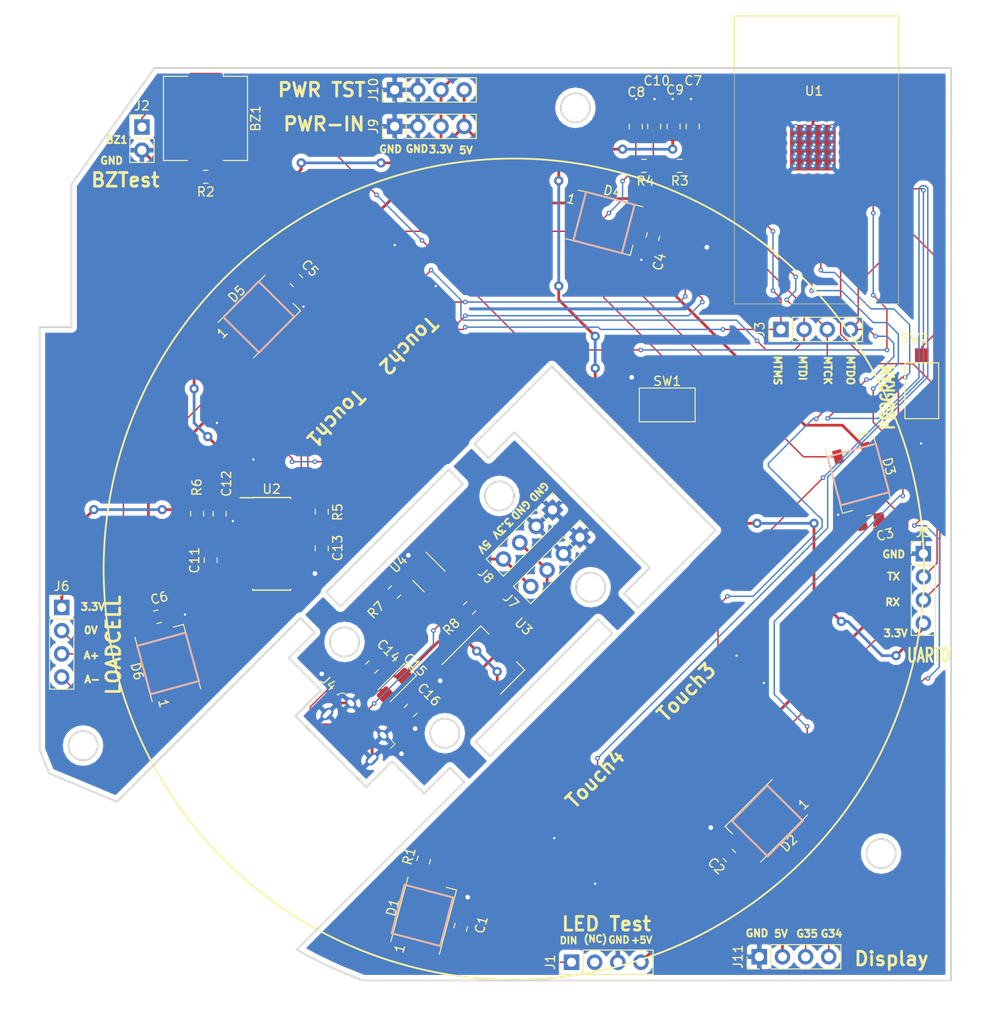
<source format=kicad_pcb>
(kicad_pcb (version 20171130) (host pcbnew "(5.0.2)-1")

  (general
    (thickness 1.6)
    (drawings 139)
    (tracks 669)
    (zones 0)
    (modules 48)
    (nets 40)
  )

  (page A4)
  (layers
    (0 Top signal)
    (31 Bottom signal)
    (33 F.Adhes user)
    (34 B.Paste user)
    (35 F.Paste user)
    (36 B.SilkS user)
    (37 F.SilkS user)
    (38 B.Mask user)
    (39 F.Mask user)
    (40 Dwgs.User user)
    (41 Cmts.User user)
    (42 Eco1.User user)
    (43 Eco2.User user)
    (44 Edge.Cuts user)
    (45 Margin user)
    (46 B.CrtYd user)
    (47 F.CrtYd user)
    (49 F.Fab user)
  )

  (setup
    (last_trace_width 0.1524)
    (trace_clearance 0.1524)
    (zone_clearance 0.508)
    (zone_45_only no)
    (trace_min 0.1524)
    (segment_width 0.2)
    (edge_width 0.2)
    (via_size 0.508)
    (via_drill 0.254)
    (via_min_size 0.508)
    (via_min_drill 0.254)
    (uvia_size 0.508)
    (uvia_drill 0.254)
    (uvias_allowed no)
    (uvia_min_size 0.2)
    (uvia_min_drill 0.1)
    (pcb_text_width 0.3)
    (pcb_text_size 1.5 1.5)
    (mod_edge_width 0.15)
    (mod_text_size 1 1)
    (mod_text_width 0.15)
    (pad_size 1.524 1.524)
    (pad_drill 0.762)
    (pad_to_mask_clearance 0.0508)
    (solder_mask_min_width 0.25)
    (aux_axis_origin 0 0)
    (visible_elements 7FFFFFFF)
    (pcbplotparams
      (layerselection 0x010fc_ffffffff)
      (usegerberextensions false)
      (usegerberattributes true)
      (usegerberadvancedattributes false)
      (creategerberjobfile false)
      (excludeedgelayer false)
      (linewidth 0.150000)
      (plotframeref false)
      (viasonmask false)
      (mode 1)
      (useauxorigin true)
      (hpglpennumber 1)
      (hpglpenspeed 20)
      (hpglpendiameter 15.000000)
      (psnegative false)
      (psa4output false)
      (plotreference true)
      (plotvalue true)
      (plotinvisibletext false)
      (padsonsilk false)
      (subtractmaskfromsilk false)
      (outputformat 1)
      (mirror false)
      (drillshape 0)
      (scaleselection 1)
      (outputdirectory "Gerbers/"))
  )

  (net 0 "")
  (net 1 +5V)
  (net 2 "/LED 1/DIN")
  (net 3 "/LED 2/DIN")
  (net 4 "/LED 3/DIN")
  (net 5 "/LED 4/DIN")
  (net 6 "/LED 5/DIN")
  (net 7 "/LED 6/DIN")
  (net 8 "Net-(BZ1-Pad2)")
  (net 9 +3V3)
  (net 10 "Net-(C8-Pad1)")
  (net 11 "Net-(C10-Pad1)")
  (net 12 "Net-(C11-Pad1)")
  (net 13 "Net-(C11-Pad2)")
  (net 14 "/ESP32 Processor (WROVER)/GPIO0_Touch1")
  (net 15 "Net-(J5-Pad3)")
  (net 16 "Net-(J5-Pad2)")
  (net 17 "Net-(J6-Pad2)")
  (net 18 "Net-(J6-Pad3)")
  (net 19 "Net-(J6-Pad4)")
  (net 20 "Net-(R5-Pad2)")
  (net 21 "Net-(R6-Pad2)")
  (net 22 "Net-(R7-Pad1)")
  (net 23 "Net-(R8-Pad1)")
  (net 24 "/ESP32 Processor (WROVER)/GPIO26")
  (net 25 "/ESP32 Processor (WROVER)/GPIO25")
  (net 26 GND)
  (net 27 "Net-(J4-Pad3)")
  (net 28 "Net-(J4-Pad2)")
  (net 29 /Buzzer)
  (net 30 /LED_Control)
  (net 31 B1_+5V)
  (net 32 B1_GND)
  (net 33 B1_+3.3V)
  (net 34 "/ESP32 Processor (WROVER)/GPI34")
  (net 35 "/ESP32 Processor (WROVER)/GPI35")
  (net 36 Touch1)
  (net 37 Touch2)
  (net 38 Touch3)
  (net 39 Touch4)

  (net_class Default "This is the default net class."
    (clearance 0.1524)
    (trace_width 0.1524)
    (via_dia 0.508)
    (via_drill 0.254)
    (uvia_dia 0.508)
    (uvia_drill 0.254)
    (diff_pair_gap 0.1524)
    (diff_pair_width 0.1524)
    (add_net /Buzzer)
    (add_net "/ESP32 Processor (WROVER)/GPI34")
    (add_net "/ESP32 Processor (WROVER)/GPI35")
    (add_net "/ESP32 Processor (WROVER)/GPIO0_Touch1")
    (add_net "/ESP32 Processor (WROVER)/GPIO25")
    (add_net "/ESP32 Processor (WROVER)/GPIO26")
    (add_net "/LED 1/DIN")
    (add_net "/LED 2/DIN")
    (add_net "/LED 3/DIN")
    (add_net "/LED 4/DIN")
    (add_net "/LED 5/DIN")
    (add_net "/LED 6/DIN")
    (add_net /LED_Control)
    (add_net "Net-(BZ1-Pad2)")
    (add_net "Net-(C10-Pad1)")
    (add_net "Net-(C11-Pad1)")
    (add_net "Net-(C11-Pad2)")
    (add_net "Net-(C8-Pad1)")
    (add_net "Net-(J4-Pad2)")
    (add_net "Net-(J4-Pad3)")
    (add_net "Net-(J5-Pad2)")
    (add_net "Net-(J5-Pad3)")
    (add_net "Net-(J6-Pad2)")
    (add_net "Net-(J6-Pad3)")
    (add_net "Net-(J6-Pad4)")
    (add_net "Net-(R5-Pad2)")
    (add_net "Net-(R6-Pad2)")
    (add_net "Net-(R7-Pad1)")
    (add_net "Net-(R8-Pad1)")
    (add_net Touch1)
    (add_net Touch2)
    (add_net Touch3)
    (add_net Touch4)
  )

  (net_class Power ""
    (clearance 0.19)
    (trace_width 0.3048)
    (via_dia 1.016)
    (via_drill 0.508)
    (uvia_dia 1.016)
    (uvia_drill 0.508)
    (diff_pair_gap 0.3048)
    (diff_pair_width 0.3048)
    (add_net +3V3)
    (add_net +5V)
    (add_net B1_+3.3V)
    (add_net B1_+5V)
    (add_net B1_GND)
    (add_net GND)
  )

  (module esp32-wrover:ESP32-WROVER (layer Top) (tedit 5B6C7719) (tstamp 5CA4F234)
    (at 181.775 51)
    (path /5C919FEE/5C91B49A)
    (attr smd)
    (fp_text reference U1 (at -0.275 1.62) (layer F.SilkS)
      (effects (font (size 1 1) (thickness 0.15)))
    )
    (fp_text value ESP32-WROVER (at 0.1 2.92) (layer F.Fab) hide
      (effects (font (size 1 1) (thickness 0.15)))
    )
    (fp_line (start 9.017 -6.604) (end -9.017 -6.604) (layer F.SilkS) (width 0.15))
    (fp_line (start 9.017 -0.635) (end 9.017 -6.604) (layer F.SilkS) (width 0.15))
    (fp_line (start -9.017 -0.635) (end -9.017 -6.604) (layer F.SilkS) (width 0.15))
    (fp_line (start -9 24.95) (end -9 -0.58) (layer F.SilkS) (width 0.05))
    (fp_line (start -9 -0.58) (end 9 -0.58) (layer F.SilkS) (width 0.05))
    (fp_line (start 9 -0.58) (end 9 24.95) (layer F.SilkS) (width 0.05))
    (fp_line (start 9 24.95) (end -9 24.95) (layer F.SilkS) (width 0.05))
    (pad 39 thru_hole circle (at 1.6 5.82) (size 0.8 0.8) (drill 0.3) (layers *.Cu *.Mask)
      (net 26 GND))
    (pad 39 thru_hole circle (at 1.6 6.82) (size 0.8 0.8) (drill 0.3) (layers *.Cu *.Mask)
      (net 26 GND))
    (pad 39 thru_hole circle (at 1.6 7.82) (size 0.8 0.8) (drill 0.3) (layers *.Cu *.Mask)
      (net 26 GND))
    (pad 39 thru_hole circle (at 1.6 8.82) (size 0.8 0.8) (drill 0.3) (layers *.Cu *.Mask)
      (net 26 GND))
    (pad 39 thru_hole circle (at 1.6 9.82) (size 0.8 0.8) (drill 0.3) (layers *.Cu *.Mask)
      (net 26 GND))
    (pad 39 thru_hole circle (at -0.4 5.82) (size 0.8 0.8) (drill 0.3) (layers *.Cu *.Mask)
      (net 26 GND))
    (pad 39 thru_hole circle (at -0.4 6.82) (size 0.8 0.8) (drill 0.3) (layers *.Cu *.Mask)
      (net 26 GND))
    (pad 39 thru_hole circle (at -0.4 7.82) (size 0.8 0.8) (drill 0.3) (layers *.Cu *.Mask)
      (net 26 GND))
    (pad 39 thru_hole circle (at -0.4 8.82) (size 0.8 0.8) (drill 0.3) (layers *.Cu *.Mask)
      (net 26 GND))
    (pad 39 thru_hole circle (at -0.4 9.82) (size 0.8 0.8) (drill 0.3) (layers *.Cu *.Mask)
      (net 26 GND))
    (pad 39 thru_hole circle (at 0.6 9.82) (size 0.8 0.8) (drill 0.3) (layers *.Cu *.Mask)
      (net 26 GND))
    (pad 39 thru_hole circle (at 0.6 8.82) (size 0.8 0.8) (drill 0.3) (layers *.Cu *.Mask)
      (net 26 GND))
    (pad 39 thru_hole circle (at 0.6 7.82) (size 0.8 0.8) (drill 0.3) (layers *.Cu *.Mask)
      (net 26 GND))
    (pad 39 thru_hole circle (at 0.6 6.82) (size 0.8 0.8) (drill 0.3) (layers *.Cu *.Mask)
      (net 26 GND))
    (pad 39 thru_hole circle (at 0.6 5.82) (size 0.8 0.8) (drill 0.3) (layers *.Cu *.Mask)
      (net 26 GND))
    (pad 39 thru_hole circle (at -1.4 5.82) (size 0.8 0.8) (drill 0.3) (layers *.Cu *.Mask)
      (net 26 GND))
    (pad 39 thru_hole circle (at -1.4 6.82) (size 0.8 0.8) (drill 0.3) (layers *.Cu *.Mask)
      (net 26 GND))
    (pad 39 thru_hole circle (at -1.4 7.82) (size 0.8 0.8) (drill 0.3) (layers *.Cu *.Mask)
      (net 26 GND))
    (pad 39 thru_hole circle (at -1.4 8.82) (size 0.8 0.8) (drill 0.3) (layers *.Cu *.Mask)
      (net 26 GND))
    (pad 39 thru_hole circle (at -1.4 9.82) (size 0.8 0.8) (drill 0.3) (layers *.Cu *.Mask)
      (net 26 GND))
    (pad 39 thru_hole circle (at -2.4 9.82) (size 0.8 0.8) (drill 0.3) (layers *.Cu *.Mask)
      (net 26 GND))
    (pad 39 thru_hole circle (at -2.4 8.82) (size 0.8 0.8) (drill 0.3) (layers *.Cu *.Mask)
      (net 26 GND))
    (pad 39 thru_hole circle (at -2.4 7.82) (size 0.8 0.8) (drill 0.3) (layers *.Cu *.Mask)
      (net 26 GND))
    (pad 39 thru_hole circle (at -2.4 6.82) (size 0.8 0.8) (drill 0.3) (layers *.Cu *.Mask)
      (net 26 GND))
    (pad 38 smd oval (at 9.03 0.91) (size 3 0.9) (layers Top F.Paste F.Mask)
      (net 26 GND))
    (pad 37 smd oval (at 9.03 2.18) (size 3 0.9) (layers Top F.Paste F.Mask))
    (pad 36 smd oval (at 9.03 3.45) (size 3 0.9) (layers Top F.Paste F.Mask))
    (pad 35 smd oval (at 9.03 4.72) (size 3 0.9) (layers Top F.Paste F.Mask)
      (net 15 "Net-(J5-Pad3)"))
    (pad 34 smd oval (at 9.03 5.99) (size 3 0.9) (layers Top F.Paste F.Mask)
      (net 16 "Net-(J5-Pad2)"))
    (pad 33 smd oval (at 9.03 7.26) (size 3 0.9) (layers Top F.Paste F.Mask))
    (pad 32 smd oval (at 9.03 8.53) (size 3 0.9) (layers Top F.Paste F.Mask))
    (pad 31 smd oval (at 9.03 9.8) (size 3 0.9) (layers Top F.Paste F.Mask))
    (pad 30 smd oval (at 9.03 11.07) (size 3 0.9) (layers Top F.Paste F.Mask)
      (net 29 /Buzzer))
    (pad 29 smd oval (at 9.03 12.34) (size 3 0.9) (layers Top F.Paste F.Mask)
      (net 30 /LED_Control))
    (pad 28 smd oval (at 9.03 13.61) (size 3 0.9) (layers Top F.Paste F.Mask))
    (pad 27 smd oval (at 9.03 14.88) (size 3 0.9) (layers Top F.Paste F.Mask))
    (pad 26 smd oval (at 9.03 16.15) (size 3 0.9) (layers Top F.Paste F.Mask))
    (pad 25 smd oval (at 9.03 17.42) (size 3 0.9) (layers Top F.Paste F.Mask)
      (net 14 "/ESP32 Processor (WROVER)/GPIO0_Touch1"))
    (pad 24 smd oval (at 9 18.72) (size 3 0.9) (layers Top F.Paste F.Mask))
    (pad 23 smd oval (at 9 19.99) (size 3 0.9) (layers Top F.Paste F.Mask)
      (net 39 Touch4))
    (pad 22 smd oval (at 9 21.26) (size 3 0.9) (layers Top F.Paste F.Mask))
    (pad 21 smd oval (at 9 22.53) (size 3 0.9) (layers Top F.Paste F.Mask))
    (pad 20 smd oval (at 9 23.8) (size 3 0.9) (layers Top F.Paste F.Mask))
    (pad 19 smd oval (at -9 23.8) (size 3 0.9) (layers Top F.Paste F.Mask))
    (pad 18 smd oval (at -9 22.53) (size 3 0.9) (layers Top F.Paste F.Mask))
    (pad 17 smd oval (at -9 21.26) (size 3 0.9) (layers Top F.Paste F.Mask))
    (pad 16 smd oval (at -9 19.99) (size 3 0.9) (layers Top F.Paste F.Mask)
      (net 38 Touch3))
    (pad 15 smd oval (at -9 18.72) (size 3 0.9) (layers Top F.Paste F.Mask)
      (net 26 GND))
    (pad 14 smd oval (at -9 17.42) (size 3 0.9) (layers Top F.Paste F.Mask)
      (net 37 Touch2))
    (pad 13 smd oval (at -9 16.15) (size 3 0.9) (layers Top F.Paste F.Mask)
      (net 36 Touch1))
    (pad 12 smd oval (at -9 14.88) (size 3 0.9) (layers Top F.Paste F.Mask))
    (pad 11 smd oval (at -9 13.61) (size 3 0.9) (layers Top F.Paste F.Mask)
      (net 24 "/ESP32 Processor (WROVER)/GPIO26"))
    (pad 10 smd oval (at -9 12.34) (size 3 0.9) (layers Top F.Paste F.Mask)
      (net 25 "/ESP32 Processor (WROVER)/GPIO25"))
    (pad 9 smd oval (at -9 11.07) (size 3 0.9) (layers Top F.Paste F.Mask))
    (pad 8 smd oval (at -9 9.8) (size 3 0.9) (layers Top F.Paste F.Mask))
    (pad 7 smd oval (at -9 8.53) (size 3 0.9) (layers Top F.Paste F.Mask)
      (net 35 "/ESP32 Processor (WROVER)/GPI35"))
    (pad 6 smd oval (at -9 7.26) (size 3 0.9) (layers Top F.Paste F.Mask)
      (net 34 "/ESP32 Processor (WROVER)/GPI34"))
    (pad 5 smd oval (at -9 5.99) (size 3 0.9) (layers Top F.Paste F.Mask))
    (pad 4 smd oval (at -9 4.72) (size 3 0.9) (layers Top F.Paste F.Mask))
    (pad 3 smd oval (at -9 3.45) (size 3 0.9) (layers Top F.Paste F.Mask)
      (net 11 "Net-(C10-Pad1)"))
    (pad 2 smd oval (at -9 2.18) (size 3 0.9) (layers Top F.Paste F.Mask)
      (net 9 +3V3))
    (pad 1 smd oval (at -9 0.91) (size 3 0.9) (layers Top F.Paste F.Mask)
      (net 26 GND))
    (pad 39 smd rect (at -0.4 7.83) (size 5 5) (layers Top F.Paste F.Mask)
      (net 26 GND))
    (pad 39 thru_hole circle (at -2.4 5.82) (size 0.8 0.8) (drill 0.3) (layers *.Cu *.Mask)
      (net 26 GND))
    (model ${KIWALTER3DMOD}/nrf51822-04_module.x3d
      (offset (xyz 11.00000323479652 29.99999034944534 0))
      (scale (xyz 2 2.8 1))
      (rotate (xyz 0 0 0))
    )
  )

  (module Capacitor_SMD:C_0805_2012Metric_Pad1.15x1.40mm_HandSolder (layer Top) (tedit 5B36C52B) (tstamp 5C9D6AB6)
    (at 168.2 56.5 90)
    (descr "Capacitor SMD 0805 (2012 Metric), square (rectangular) end terminal, IPC_7351 nominal with elongated pad for handsoldering. (Body size source: https://docs.google.com/spreadsheets/d/1BsfQQcO9C6DZCsRaXUlFlo91Tg2WpOkGARC1WS5S8t0/edit?usp=sharing), generated with kicad-footprint-generator")
    (tags "capacitor handsolder")
    (path /5C919FEE/5C91B7D3)
    (attr smd)
    (fp_text reference C7 (at 5 0.05 180) (layer F.SilkS)
      (effects (font (size 1 1) (thickness 0.15)))
    )
    (fp_text value 22uF (at 0 1.65 90) (layer F.Fab)
      (effects (font (size 1 1) (thickness 0.15)))
    )
    (fp_text user %R (at 0 0 90) (layer F.Fab)
      (effects (font (size 0.5 0.5) (thickness 0.08)))
    )
    (fp_line (start 1.85 0.95) (end -1.85 0.95) (layer F.CrtYd) (width 0.05))
    (fp_line (start 1.85 -0.95) (end 1.85 0.95) (layer F.CrtYd) (width 0.05))
    (fp_line (start -1.85 -0.95) (end 1.85 -0.95) (layer F.CrtYd) (width 0.05))
    (fp_line (start -1.85 0.95) (end -1.85 -0.95) (layer F.CrtYd) (width 0.05))
    (fp_line (start -0.261252 0.71) (end 0.261252 0.71) (layer F.SilkS) (width 0.12))
    (fp_line (start -0.261252 -0.71) (end 0.261252 -0.71) (layer F.SilkS) (width 0.12))
    (fp_line (start 1 0.6) (end -1 0.6) (layer F.Fab) (width 0.1))
    (fp_line (start 1 -0.6) (end 1 0.6) (layer F.Fab) (width 0.1))
    (fp_line (start -1 -0.6) (end 1 -0.6) (layer F.Fab) (width 0.1))
    (fp_line (start -1 0.6) (end -1 -0.6) (layer F.Fab) (width 0.1))
    (pad 2 smd roundrect (at 1.025 0 90) (size 1.15 1.4) (layers Top F.Paste F.Mask) (roundrect_rratio 0.217391)
      (net 26 GND))
    (pad 1 smd roundrect (at -1.025 0 90) (size 1.15 1.4) (layers Top F.Paste F.Mask) (roundrect_rratio 0.217391)
      (net 9 +3V3))
    (model ${KISYS3DMOD}/Capacitor_SMD.3dshapes/C_0805_2012Metric.wrl
      (at (xyz 0 0 0))
      (scale (xyz 1 1 1))
      (rotate (xyz 0 0 0))
    )
  )

  (module LED_SMD:LED_WS2812B_PLCC4_5.0x5.0mm_P3.2mm (layer Top) (tedit 5AA4B285) (tstamp 5C9067E7)
    (at 138.684 143.002 75)
    (descr https://cdn-shop.adafruit.com/datasheets/WS2812B.pdf)
    (tags "LED RGB NeoPixel")
    (path /5C8C4BE3/5C8C4C32)
    (attr smd)
    (fp_text reference D1 (at 0 -3.5 75) (layer F.SilkS)
      (effects (font (size 1 1) (thickness 0.15)))
    )
    (fp_text value WS2812B (at 0 4 75) (layer F.Fab)
      (effects (font (size 1 1) (thickness 0.15)))
    )
    (fp_circle (center 0 0) (end 0 -2) (layer F.Fab) (width 0.1))
    (fp_line (start 3.65 2.75) (end 3.65 1.6) (layer F.SilkS) (width 0.12))
    (fp_line (start -3.65 2.75) (end 3.65 2.75) (layer F.SilkS) (width 0.12))
    (fp_line (start -3.65 -2.75) (end 3.65 -2.75) (layer F.SilkS) (width 0.12))
    (fp_line (start 2.5 -2.5) (end -2.5 -2.5) (layer F.Fab) (width 0.1))
    (fp_line (start 2.5 2.5) (end 2.5 -2.5) (layer F.Fab) (width 0.1))
    (fp_line (start -2.5 2.5) (end 2.5 2.5) (layer F.Fab) (width 0.1))
    (fp_line (start -2.5 -2.5) (end -2.5 2.5) (layer F.Fab) (width 0.1))
    (fp_line (start 2.5 1.5) (end 1.5 2.5) (layer F.Fab) (width 0.1))
    (fp_line (start -3.45 -2.75) (end -3.45 2.75) (layer F.CrtYd) (width 0.05))
    (fp_line (start -3.45 2.75) (end 3.45 2.75) (layer F.CrtYd) (width 0.05))
    (fp_line (start 3.45 2.75) (end 3.45 -2.75) (layer F.CrtYd) (width 0.05))
    (fp_line (start 3.45 -2.75) (end -3.45 -2.75) (layer F.CrtYd) (width 0.05))
    (fp_text user %R (at 0 0 75) (layer F.Fab)
      (effects (font (size 0.8 0.8) (thickness 0.15)))
    )
    (fp_text user 1 (at -4.15 -1.6 75) (layer F.SilkS)
      (effects (font (size 1 1) (thickness 0.15)))
    )
    (pad 1 smd rect (at -2.45 -1.6 75) (size 1.5 1) (layers Top F.Paste F.Mask)
      (net 1 +5V))
    (pad 2 smd rect (at -2.45 1.6 75) (size 1.5 1) (layers Top F.Paste F.Mask)
      (net 3 "/LED 2/DIN"))
    (pad 4 smd rect (at 2.45 -1.6 75) (size 1.5 1) (layers Top F.Paste F.Mask)
      (net 2 "/LED 1/DIN"))
    (pad 3 smd rect (at 2.45 1.6 75) (size 1.5 1) (layers Top F.Paste F.Mask)
      (net 26 GND))
    (model ${KISYS3DMOD}/LED_SMD.3dshapes/LED_WS2812B_PLCC4_5.0x5.0mm_P3.2mm.wrl
      (at (xyz 0 0 0))
      (scale (xyz 1 1 1))
      (rotate (xyz 0 0 0))
    )
  )

  (module Capacitor_SMD:C_0805_2012Metric_Pad1.15x1.40mm_HandSolder (layer Top) (tedit 5B36C52B) (tstamp 5CA675C9)
    (at 142.748 144.272 255)
    (descr "Capacitor SMD 0805 (2012 Metric), square (rectangular) end terminal, IPC_7351 nominal with elongated pad for handsoldering. (Body size source: https://docs.google.com/spreadsheets/d/1BsfQQcO9C6DZCsRaXUlFlo91Tg2WpOkGARC1WS5S8t0/edit?usp=sharing), generated with kicad-footprint-generator")
    (tags "capacitor handsolder")
    (path /5C8C4BE3/5C8C4D67)
    (attr smd)
    (fp_text reference C1 (at -0.845592 -2.104866 255) (layer F.SilkS)
      (effects (font (size 1 1) (thickness 0.15)))
    )
    (fp_text value 104 (at 0 1.65 255) (layer F.Fab)
      (effects (font (size 1 1) (thickness 0.15)))
    )
    (fp_line (start -1 0.6) (end -1 -0.6) (layer F.Fab) (width 0.1))
    (fp_line (start -1 -0.6) (end 1 -0.6) (layer F.Fab) (width 0.1))
    (fp_line (start 1 -0.6) (end 1 0.6) (layer F.Fab) (width 0.1))
    (fp_line (start 1 0.6) (end -1 0.6) (layer F.Fab) (width 0.1))
    (fp_line (start -0.261252 -0.71) (end 0.261252 -0.71) (layer F.SilkS) (width 0.12))
    (fp_line (start -0.261252 0.71) (end 0.261252 0.71) (layer F.SilkS) (width 0.12))
    (fp_line (start -1.85 0.95) (end -1.85 -0.95) (layer F.CrtYd) (width 0.05))
    (fp_line (start -1.85 -0.95) (end 1.85 -0.95) (layer F.CrtYd) (width 0.05))
    (fp_line (start 1.85 -0.95) (end 1.85 0.95) (layer F.CrtYd) (width 0.05))
    (fp_line (start 1.85 0.95) (end -1.85 0.95) (layer F.CrtYd) (width 0.05))
    (fp_text user %R (at 0 0 255) (layer F.Fab)
      (effects (font (size 0.5 0.5) (thickness 0.08)))
    )
    (pad 1 smd roundrect (at -1.025 0 255) (size 1.15 1.4) (layers Top F.Paste F.Mask) (roundrect_rratio 0.217391)
      (net 26 GND))
    (pad 2 smd roundrect (at 1.025 0 255) (size 1.15 1.4) (layers Top F.Paste F.Mask) (roundrect_rratio 0.217391)
      (net 1 +5V))
    (model ${KISYS3DMOD}/Capacitor_SMD.3dshapes/C_0805_2012Metric.wrl
      (at (xyz 0 0 0))
      (scale (xyz 1 1 1))
      (rotate (xyz 0 0 0))
    )
  )

  (module Capacitor_SMD:C_0805_2012Metric_Pad1.15x1.40mm_HandSolder (layer Top) (tedit 5B36C52B) (tstamp 5CA675DA)
    (at 172.212 136.398 315)
    (descr "Capacitor SMD 0805 (2012 Metric), square (rectangular) end terminal, IPC_7351 nominal with elongated pad for handsoldering. (Body size source: https://docs.google.com/spreadsheets/d/1BsfQQcO9C6DZCsRaXUlFlo91Tg2WpOkGARC1WS5S8t0/edit?usp=sharing), generated with kicad-footprint-generator")
    (tags "capacitor handsolder")
    (path /5C8C51C8/5C8C4D67)
    (attr smd)
    (fp_text reference C2 (at -0.201525 1.830699 315) (layer F.SilkS)
      (effects (font (size 1 1) (thickness 0.15)))
    )
    (fp_text value 104 (at 0 1.65 315) (layer F.Fab)
      (effects (font (size 1 1) (thickness 0.15)))
    )
    (fp_text user %R (at 0 0 315) (layer F.Fab)
      (effects (font (size 0.5 0.5) (thickness 0.08)))
    )
    (fp_line (start 1.85 0.95) (end -1.85 0.95) (layer F.CrtYd) (width 0.05))
    (fp_line (start 1.85 -0.95) (end 1.85 0.95) (layer F.CrtYd) (width 0.05))
    (fp_line (start -1.85 -0.95) (end 1.85 -0.95) (layer F.CrtYd) (width 0.05))
    (fp_line (start -1.85 0.95) (end -1.85 -0.95) (layer F.CrtYd) (width 0.05))
    (fp_line (start -0.261252 0.71) (end 0.261252 0.71) (layer F.SilkS) (width 0.12))
    (fp_line (start -0.261252 -0.71) (end 0.261252 -0.71) (layer F.SilkS) (width 0.12))
    (fp_line (start 1 0.6) (end -1 0.6) (layer F.Fab) (width 0.1))
    (fp_line (start 1 -0.6) (end 1 0.6) (layer F.Fab) (width 0.1))
    (fp_line (start -1 -0.6) (end 1 -0.6) (layer F.Fab) (width 0.1))
    (fp_line (start -1 0.6) (end -1 -0.6) (layer F.Fab) (width 0.1))
    (pad 2 smd roundrect (at 1.024999 0 315) (size 1.15 1.4) (layers Top F.Paste F.Mask) (roundrect_rratio 0.217391)
      (net 1 +5V))
    (pad 1 smd roundrect (at -1.024999 0 315) (size 1.15 1.4) (layers Top F.Paste F.Mask) (roundrect_rratio 0.217391)
      (net 26 GND))
    (model ${KISYS3DMOD}/Capacitor_SMD.3dshapes/C_0805_2012Metric.wrl
      (at (xyz 0 0 0))
      (scale (xyz 1 1 1))
      (rotate (xyz 0 0 0))
    )
  )

  (module Capacitor_SMD:C_0805_2012Metric_Pad1.15x1.40mm_HandSolder (layer Top) (tedit 5B36C52B) (tstamp 5CA675EB)
    (at 187.706 99.822 15)
    (descr "Capacitor SMD 0805 (2012 Metric), square (rectangular) end terminal, IPC_7351 nominal with elongated pad for handsoldering. (Body size source: https://docs.google.com/spreadsheets/d/1BsfQQcO9C6DZCsRaXUlFlo91Tg2WpOkGARC1WS5S8t0/edit?usp=sharing), generated with kicad-footprint-generator")
    (tags "capacitor handsolder")
    (path /5C8C51CD/5C8C4D67)
    (attr smd)
    (fp_text reference C3 (at 1.170092 1.7919 15) (layer F.SilkS)
      (effects (font (size 1 1) (thickness 0.15)))
    )
    (fp_text value 104 (at 0 1.65 15) (layer F.Fab)
      (effects (font (size 1 1) (thickness 0.15)))
    )
    (fp_line (start -1 0.6) (end -1 -0.6) (layer F.Fab) (width 0.1))
    (fp_line (start -1 -0.6) (end 1 -0.6) (layer F.Fab) (width 0.1))
    (fp_line (start 1 -0.6) (end 1 0.6) (layer F.Fab) (width 0.1))
    (fp_line (start 1 0.6) (end -1 0.6) (layer F.Fab) (width 0.1))
    (fp_line (start -0.261252 -0.71) (end 0.261252 -0.71) (layer F.SilkS) (width 0.12))
    (fp_line (start -0.261252 0.71) (end 0.261252 0.71) (layer F.SilkS) (width 0.12))
    (fp_line (start -1.85 0.95) (end -1.85 -0.95) (layer F.CrtYd) (width 0.05))
    (fp_line (start -1.85 -0.95) (end 1.85 -0.95) (layer F.CrtYd) (width 0.05))
    (fp_line (start 1.85 -0.95) (end 1.85 0.95) (layer F.CrtYd) (width 0.05))
    (fp_line (start 1.85 0.95) (end -1.85 0.95) (layer F.CrtYd) (width 0.05))
    (fp_text user %R (at 0 0 15) (layer F.Fab)
      (effects (font (size 0.5 0.5) (thickness 0.08)))
    )
    (pad 1 smd roundrect (at -1.025 0 15) (size 1.15 1.4) (layers Top F.Paste F.Mask) (roundrect_rratio 0.217391)
      (net 26 GND))
    (pad 2 smd roundrect (at 1.025 0 15) (size 1.15 1.4) (layers Top F.Paste F.Mask) (roundrect_rratio 0.217391)
      (net 1 +5V))
    (model ${KISYS3DMOD}/Capacitor_SMD.3dshapes/C_0805_2012Metric.wrl
      (at (xyz 0 0 0))
      (scale (xyz 1 1 1))
      (rotate (xyz 0 0 0))
    )
  )

  (module Capacitor_SMD:C_0805_2012Metric_Pad1.15x1.40mm_HandSolder (layer Top) (tedit 5B36C52B) (tstamp 5CA675FC)
    (at 163.83 68.58 75.5)
    (descr "Capacitor SMD 0805 (2012 Metric), square (rectangular) end terminal, IPC_7351 nominal with elongated pad for handsoldering. (Body size source: https://docs.google.com/spreadsheets/d/1BsfQQcO9C6DZCsRaXUlFlo91Tg2WpOkGARC1WS5S8t0/edit?usp=sharing), generated with kicad-footprint-generator")
    (tags "capacitor handsolder")
    (path /5C8C51D2/5C8C4D67)
    (attr smd)
    (fp_text reference C4 (at -2.507755 1.366415 75.5) (layer F.SilkS)
      (effects (font (size 1 1) (thickness 0.15)))
    )
    (fp_text value 104 (at 0 1.65 75.5) (layer F.Fab)
      (effects (font (size 1 1) (thickness 0.15)))
    )
    (fp_text user %R (at 0 0 75.5) (layer F.Fab)
      (effects (font (size 0.5 0.5) (thickness 0.08)))
    )
    (fp_line (start 1.85 0.95) (end -1.85 0.95) (layer F.CrtYd) (width 0.05))
    (fp_line (start 1.85 -0.95) (end 1.85 0.95) (layer F.CrtYd) (width 0.05))
    (fp_line (start -1.85 -0.95) (end 1.85 -0.95) (layer F.CrtYd) (width 0.05))
    (fp_line (start -1.85 0.95) (end -1.85 -0.95) (layer F.CrtYd) (width 0.05))
    (fp_line (start -0.261252 0.71) (end 0.261252 0.71) (layer F.SilkS) (width 0.12))
    (fp_line (start -0.261252 -0.71) (end 0.261252 -0.71) (layer F.SilkS) (width 0.12))
    (fp_line (start 1 0.6) (end -1 0.6) (layer F.Fab) (width 0.1))
    (fp_line (start 1 -0.6) (end 1 0.6) (layer F.Fab) (width 0.1))
    (fp_line (start -1 -0.6) (end 1 -0.6) (layer F.Fab) (width 0.1))
    (fp_line (start -1 0.6) (end -1 -0.6) (layer F.Fab) (width 0.1))
    (pad 2 smd roundrect (at 1.025 0.000001 75.5) (size 1.15 1.4) (layers Top F.Paste F.Mask) (roundrect_rratio 0.217391)
      (net 1 +5V))
    (pad 1 smd roundrect (at -1.025 -0.000001 75.5) (size 1.15 1.4) (layers Top F.Paste F.Mask) (roundrect_rratio 0.217391)
      (net 26 GND))
    (model ${KISYS3DMOD}/Capacitor_SMD.3dshapes/C_0805_2012Metric.wrl
      (at (xyz 0 0 0))
      (scale (xyz 1 1 1))
      (rotate (xyz 0 0 0))
    )
  )

  (module Capacitor_SMD:C_0805_2012Metric_Pad1.15x1.40mm_HandSolder (layer Top) (tedit 5B36C52B) (tstamp 5CA6760D)
    (at 124.714 73.406 135)
    (descr "Capacitor SMD 0805 (2012 Metric), square (rectangular) end terminal, IPC_7351 nominal with elongated pad for handsoldering. (Body size source: https://docs.google.com/spreadsheets/d/1BsfQQcO9C6DZCsRaXUlFlo91Tg2WpOkGARC1WS5S8t0/edit?usp=sharing), generated with kicad-footprint-generator")
    (tags "capacitor handsolder")
    (path /5C8C51D7/5C8C4D67)
    (attr smd)
    (fp_text reference C5 (at -0.074246 2.027275 135) (layer F.SilkS)
      (effects (font (size 1 1) (thickness 0.15)))
    )
    (fp_text value 104 (at 0 1.65 135) (layer F.Fab)
      (effects (font (size 1 1) (thickness 0.15)))
    )
    (fp_line (start -1 0.6) (end -1 -0.6) (layer F.Fab) (width 0.1))
    (fp_line (start -1 -0.6) (end 1 -0.6) (layer F.Fab) (width 0.1))
    (fp_line (start 1 -0.6) (end 1 0.6) (layer F.Fab) (width 0.1))
    (fp_line (start 1 0.6) (end -1 0.6) (layer F.Fab) (width 0.1))
    (fp_line (start -0.261252 -0.71) (end 0.261252 -0.71) (layer F.SilkS) (width 0.12))
    (fp_line (start -0.261252 0.71) (end 0.261252 0.71) (layer F.SilkS) (width 0.12))
    (fp_line (start -1.85 0.95) (end -1.85 -0.95) (layer F.CrtYd) (width 0.05))
    (fp_line (start -1.85 -0.95) (end 1.85 -0.95) (layer F.CrtYd) (width 0.05))
    (fp_line (start 1.85 -0.95) (end 1.85 0.95) (layer F.CrtYd) (width 0.05))
    (fp_line (start 1.85 0.95) (end -1.85 0.95) (layer F.CrtYd) (width 0.05))
    (fp_text user %R (at 0 0 135) (layer F.Fab)
      (effects (font (size 0.5 0.5) (thickness 0.08)))
    )
    (pad 1 smd roundrect (at -1.024999 0 135) (size 1.15 1.4) (layers Top F.Paste F.Mask) (roundrect_rratio 0.217391)
      (net 26 GND))
    (pad 2 smd roundrect (at 1.024999 0 135) (size 1.15 1.4) (layers Top F.Paste F.Mask) (roundrect_rratio 0.217391)
      (net 1 +5V))
    (model ${KISYS3DMOD}/Capacitor_SMD.3dshapes/C_0805_2012Metric.wrl
      (at (xyz 0 0 0))
      (scale (xyz 1 1 1))
      (rotate (xyz 0 0 0))
    )
  )

  (module Capacitor_SMD:C_0805_2012Metric_Pad1.15x1.40mm_HandSolder (layer Top) (tedit 5B36C52B) (tstamp 5CA6761E)
    (at 109.474 110.236 195)
    (descr "Capacitor SMD 0805 (2012 Metric), square (rectangular) end terminal, IPC_7351 nominal with elongated pad for handsoldering. (Body size source: https://docs.google.com/spreadsheets/d/1BsfQQcO9C6DZCsRaXUlFlo91Tg2WpOkGARC1WS5S8t0/edit?usp=sharing), generated with kicad-footprint-generator")
    (tags "capacitor handsolder")
    (path /5C8C51DC/5C8C4D67)
    (attr smd)
    (fp_text reference C6 (at -0.721107 1.914602 195) (layer F.SilkS)
      (effects (font (size 1 1) (thickness 0.15)))
    )
    (fp_text value 104 (at 0 1.65 195) (layer F.Fab)
      (effects (font (size 1 1) (thickness 0.15)))
    )
    (fp_text user %R (at 0 0 195) (layer F.Fab)
      (effects (font (size 0.5 0.5) (thickness 0.08)))
    )
    (fp_line (start 1.85 0.95) (end -1.85 0.95) (layer F.CrtYd) (width 0.05))
    (fp_line (start 1.85 -0.95) (end 1.85 0.95) (layer F.CrtYd) (width 0.05))
    (fp_line (start -1.85 -0.95) (end 1.85 -0.95) (layer F.CrtYd) (width 0.05))
    (fp_line (start -1.85 0.95) (end -1.85 -0.95) (layer F.CrtYd) (width 0.05))
    (fp_line (start -0.261252 0.71) (end 0.261252 0.71) (layer F.SilkS) (width 0.12))
    (fp_line (start -0.261252 -0.71) (end 0.261252 -0.71) (layer F.SilkS) (width 0.12))
    (fp_line (start 1 0.6) (end -1 0.6) (layer F.Fab) (width 0.1))
    (fp_line (start 1 -0.6) (end 1 0.6) (layer F.Fab) (width 0.1))
    (fp_line (start -1 -0.6) (end 1 -0.6) (layer F.Fab) (width 0.1))
    (fp_line (start -1 0.6) (end -1 -0.6) (layer F.Fab) (width 0.1))
    (pad 2 smd roundrect (at 1.025 0 195) (size 1.15 1.4) (layers Top F.Paste F.Mask) (roundrect_rratio 0.217391)
      (net 1 +5V))
    (pad 1 smd roundrect (at -1.025 0 195) (size 1.15 1.4) (layers Top F.Paste F.Mask) (roundrect_rratio 0.217391)
      (net 26 GND))
    (model ${KISYS3DMOD}/Capacitor_SMD.3dshapes/C_0805_2012Metric.wrl
      (at (xyz 0 0 0))
      (scale (xyz 1 1 1))
      (rotate (xyz 0 0 0))
    )
  )

  (module LED_SMD:LED_WS2812B_PLCC4_5.0x5.0mm_P3.2mm (layer Top) (tedit 5AA4B285) (tstamp 5CA6764C)
    (at 176.276 132.588 225)
    (descr https://cdn-shop.adafruit.com/datasheets/WS2812B.pdf)
    (tags "LED RGB NeoPixel")
    (path /5C8C51C8/5C8C4C32)
    (attr smd)
    (fp_text reference D2 (at 0 -3.5 225) (layer F.SilkS)
      (effects (font (size 1 1) (thickness 0.15)))
    )
    (fp_text value WS2812B (at 0 4 225) (layer F.Fab)
      (effects (font (size 1 1) (thickness 0.15)))
    )
    (fp_circle (center 0 0) (end 0 -2) (layer F.Fab) (width 0.1))
    (fp_line (start 3.65 2.75) (end 3.65 1.6) (layer F.SilkS) (width 0.12))
    (fp_line (start -3.65 2.75) (end 3.65 2.75) (layer F.SilkS) (width 0.12))
    (fp_line (start -3.65 -2.75) (end 3.65 -2.75) (layer F.SilkS) (width 0.12))
    (fp_line (start 2.5 -2.5) (end -2.5 -2.5) (layer F.Fab) (width 0.1))
    (fp_line (start 2.5 2.5) (end 2.5 -2.5) (layer F.Fab) (width 0.1))
    (fp_line (start -2.5 2.5) (end 2.5 2.5) (layer F.Fab) (width 0.1))
    (fp_line (start -2.5 -2.5) (end -2.5 2.5) (layer F.Fab) (width 0.1))
    (fp_line (start 2.5 1.5) (end 1.5 2.5) (layer F.Fab) (width 0.1))
    (fp_line (start -3.45 -2.75) (end -3.45 2.75) (layer F.CrtYd) (width 0.05))
    (fp_line (start -3.45 2.75) (end 3.45 2.75) (layer F.CrtYd) (width 0.05))
    (fp_line (start 3.45 2.75) (end 3.45 -2.75) (layer F.CrtYd) (width 0.05))
    (fp_line (start 3.45 -2.75) (end -3.45 -2.75) (layer F.CrtYd) (width 0.05))
    (fp_text user %R (at 0 0 225) (layer F.Fab)
      (effects (font (size 0.8 0.8) (thickness 0.15)))
    )
    (fp_text user 1 (at -4.15 -1.6 225) (layer F.SilkS)
      (effects (font (size 1 1) (thickness 0.15)))
    )
    (pad 1 smd rect (at -2.45 -1.6 225) (size 1.5 1) (layers Top F.Paste F.Mask)
      (net 1 +5V))
    (pad 2 smd rect (at -2.45 1.6 225) (size 1.5 1) (layers Top F.Paste F.Mask)
      (net 4 "/LED 3/DIN"))
    (pad 4 smd rect (at 2.45 -1.6 225) (size 1.5 1) (layers Top F.Paste F.Mask)
      (net 3 "/LED 2/DIN"))
    (pad 3 smd rect (at 2.45 1.6 225) (size 1.5 1) (layers Top F.Paste F.Mask)
      (net 26 GND))
    (model ${KISYS3DMOD}/LED_SMD.3dshapes/LED_WS2812B_PLCC4_5.0x5.0mm_P3.2mm.wrl
      (at (xyz 0 0 0))
      (scale (xyz 1 1 1))
      (rotate (xyz 0 0 0))
    )
  )

  (module LED_SMD:LED_WS2812B_PLCC4_5.0x5.0mm_P3.2mm (layer Top) (tedit 5AA4B285) (tstamp 5CA67663)
    (at 186.329588 94.662408 285)
    (descr https://cdn-shop.adafruit.com/datasheets/WS2812B.pdf)
    (tags "LED RGB NeoPixel")
    (path /5C8C51CD/5C8C4C32)
    (attr smd)
    (fp_text reference D3 (at 0 -3.5 285) (layer F.SilkS)
      (effects (font (size 1 1) (thickness 0.15)))
    )
    (fp_text value WS2812B (at 0 4 285) (layer F.Fab)
      (effects (font (size 1 1) (thickness 0.15)))
    )
    (fp_text user 1 (at -4.15 -1.6 285) (layer F.SilkS)
      (effects (font (size 1 1) (thickness 0.15)))
    )
    (fp_text user %R (at 0 0 285) (layer F.Fab)
      (effects (font (size 0.8 0.8) (thickness 0.15)))
    )
    (fp_line (start 3.45 -2.75) (end -3.45 -2.75) (layer F.CrtYd) (width 0.05))
    (fp_line (start 3.45 2.75) (end 3.45 -2.75) (layer F.CrtYd) (width 0.05))
    (fp_line (start -3.45 2.75) (end 3.45 2.75) (layer F.CrtYd) (width 0.05))
    (fp_line (start -3.45 -2.75) (end -3.45 2.75) (layer F.CrtYd) (width 0.05))
    (fp_line (start 2.5 1.5) (end 1.5 2.5) (layer F.Fab) (width 0.1))
    (fp_line (start -2.5 -2.5) (end -2.5 2.5) (layer F.Fab) (width 0.1))
    (fp_line (start -2.5 2.5) (end 2.5 2.5) (layer F.Fab) (width 0.1))
    (fp_line (start 2.5 2.5) (end 2.5 -2.5) (layer F.Fab) (width 0.1))
    (fp_line (start 2.5 -2.5) (end -2.5 -2.5) (layer F.Fab) (width 0.1))
    (fp_line (start -3.65 -2.75) (end 3.65 -2.75) (layer F.SilkS) (width 0.12))
    (fp_line (start -3.65 2.75) (end 3.65 2.75) (layer F.SilkS) (width 0.12))
    (fp_line (start 3.65 2.75) (end 3.65 1.6) (layer F.SilkS) (width 0.12))
    (fp_circle (center 0 0) (end 0 -2) (layer F.Fab) (width 0.1))
    (pad 3 smd rect (at 2.45 1.6 285) (size 1.5 1) (layers Top F.Paste F.Mask)
      (net 26 GND))
    (pad 4 smd rect (at 2.45 -1.6 285) (size 1.5 1) (layers Top F.Paste F.Mask)
      (net 4 "/LED 3/DIN"))
    (pad 2 smd rect (at -2.45 1.6 285) (size 1.5 1) (layers Top F.Paste F.Mask)
      (net 5 "/LED 4/DIN"))
    (pad 1 smd rect (at -2.45 -1.6 285) (size 1.5 1) (layers Top F.Paste F.Mask)
      (net 1 +5V))
    (model ${KISYS3DMOD}/LED_SMD.3dshapes/LED_WS2812B_PLCC4_5.0x5.0mm_P3.2mm.wrl
      (at (xyz 0 0 0))
      (scale (xyz 1 1 1))
      (rotate (xyz 0 0 0))
    )
  )

  (module LED_SMD:LED_WS2812B_PLCC4_5.0x5.0mm_P3.2mm (layer Top) (tedit 5AA4B285) (tstamp 5CA6767A)
    (at 158.496 67.056 345.5)
    (descr https://cdn-shop.adafruit.com/datasheets/WS2812B.pdf)
    (tags "LED RGB NeoPixel")
    (path /5C8C51D2/5C8C4C32)
    (attr smd)
    (fp_text reference D4 (at 0 -3.5 345.5) (layer F.SilkS)
      (effects (font (size 1 1) (thickness 0.15)))
    )
    (fp_text value WS2812B (at 0 4 345.5) (layer F.Fab)
      (effects (font (size 1 1) (thickness 0.15)))
    )
    (fp_circle (center 0 0) (end 0 -2) (layer F.Fab) (width 0.1))
    (fp_line (start 3.65 2.75) (end 3.65 1.6) (layer F.SilkS) (width 0.12))
    (fp_line (start -3.65 2.75) (end 3.65 2.75) (layer F.SilkS) (width 0.12))
    (fp_line (start -3.65 -2.75) (end 3.65 -2.75) (layer F.SilkS) (width 0.12))
    (fp_line (start 2.5 -2.5) (end -2.5 -2.5) (layer F.Fab) (width 0.1))
    (fp_line (start 2.5 2.5) (end 2.5 -2.5) (layer F.Fab) (width 0.1))
    (fp_line (start -2.5 2.5) (end 2.5 2.5) (layer F.Fab) (width 0.1))
    (fp_line (start -2.5 -2.5) (end -2.5 2.5) (layer F.Fab) (width 0.1))
    (fp_line (start 2.5 1.5) (end 1.5 2.5) (layer F.Fab) (width 0.1))
    (fp_line (start -3.45 -2.75) (end -3.45 2.75) (layer F.CrtYd) (width 0.05))
    (fp_line (start -3.45 2.75) (end 3.45 2.75) (layer F.CrtYd) (width 0.05))
    (fp_line (start 3.45 2.75) (end 3.45 -2.75) (layer F.CrtYd) (width 0.05))
    (fp_line (start 3.45 -2.75) (end -3.45 -2.75) (layer F.CrtYd) (width 0.05))
    (fp_text user %R (at 0 0 345.5) (layer F.Fab)
      (effects (font (size 0.8 0.8) (thickness 0.15)))
    )
    (fp_text user 1 (at -4.15 -1.6 345.5) (layer F.SilkS)
      (effects (font (size 1 1) (thickness 0.15)))
    )
    (pad 1 smd rect (at -2.45 -1.6 345.5) (size 1.5 1) (layers Top F.Paste F.Mask)
      (net 1 +5V))
    (pad 2 smd rect (at -2.45 1.6 345.5) (size 1.5 1) (layers Top F.Paste F.Mask)
      (net 6 "/LED 5/DIN"))
    (pad 4 smd rect (at 2.45 -1.6 345.5) (size 1.5 1) (layers Top F.Paste F.Mask)
      (net 5 "/LED 4/DIN"))
    (pad 3 smd rect (at 2.45 1.6 345.5) (size 1.5 1) (layers Top F.Paste F.Mask)
      (net 26 GND))
    (model ${KISYS3DMOD}/LED_SMD.3dshapes/LED_WS2812B_PLCC4_5.0x5.0mm_P3.2mm.wrl
      (at (xyz 0 0 0))
      (scale (xyz 1 1 1))
      (rotate (xyz 0 0 0))
    )
  )

  (module LED_SMD:LED_WS2812B_PLCC4_5.0x5.0mm_P3.2mm (layer Top) (tedit 5AA4B285) (tstamp 5CA67691)
    (at 120.65 77.343 45)
    (descr https://cdn-shop.adafruit.com/datasheets/WS2812B.pdf)
    (tags "LED RGB NeoPixel")
    (path /5C8C51D7/5C8C4C32)
    (attr smd)
    (fp_text reference D5 (at 0 -3.5 45) (layer F.SilkS)
      (effects (font (size 1 1) (thickness 0.15)))
    )
    (fp_text value WS2812B (at 0 4 45) (layer F.Fab)
      (effects (font (size 1 1) (thickness 0.15)))
    )
    (fp_text user 1 (at -4.15 -1.6 45) (layer F.SilkS)
      (effects (font (size 1 1) (thickness 0.15)))
    )
    (fp_text user %R (at 0 0 45) (layer F.Fab)
      (effects (font (size 0.8 0.8) (thickness 0.15)))
    )
    (fp_line (start 3.45 -2.75) (end -3.45 -2.75) (layer F.CrtYd) (width 0.05))
    (fp_line (start 3.45 2.75) (end 3.45 -2.75) (layer F.CrtYd) (width 0.05))
    (fp_line (start -3.45 2.75) (end 3.45 2.75) (layer F.CrtYd) (width 0.05))
    (fp_line (start -3.45 -2.75) (end -3.45 2.75) (layer F.CrtYd) (width 0.05))
    (fp_line (start 2.5 1.5) (end 1.5 2.5) (layer F.Fab) (width 0.1))
    (fp_line (start -2.5 -2.5) (end -2.5 2.5) (layer F.Fab) (width 0.1))
    (fp_line (start -2.5 2.5) (end 2.5 2.5) (layer F.Fab) (width 0.1))
    (fp_line (start 2.5 2.5) (end 2.5 -2.5) (layer F.Fab) (width 0.1))
    (fp_line (start 2.5 -2.5) (end -2.5 -2.5) (layer F.Fab) (width 0.1))
    (fp_line (start -3.65 -2.75) (end 3.65 -2.75) (layer F.SilkS) (width 0.12))
    (fp_line (start -3.65 2.75) (end 3.65 2.75) (layer F.SilkS) (width 0.12))
    (fp_line (start 3.65 2.75) (end 3.65 1.6) (layer F.SilkS) (width 0.12))
    (fp_circle (center 0 0) (end 0 -2) (layer F.Fab) (width 0.1))
    (pad 3 smd rect (at 2.45 1.6 45) (size 1.5 1) (layers Top F.Paste F.Mask)
      (net 26 GND))
    (pad 4 smd rect (at 2.45 -1.6 45) (size 1.5 1) (layers Top F.Paste F.Mask)
      (net 6 "/LED 5/DIN"))
    (pad 2 smd rect (at -2.45 1.6 45) (size 1.5 1) (layers Top F.Paste F.Mask)
      (net 7 "/LED 6/DIN"))
    (pad 1 smd rect (at -2.45 -1.6 45) (size 1.5 1) (layers Top F.Paste F.Mask)
      (net 1 +5V))
    (model ${KISYS3DMOD}/LED_SMD.3dshapes/LED_WS2812B_PLCC4_5.0x5.0mm_P3.2mm.wrl
      (at (xyz 0 0 0))
      (scale (xyz 1 1 1))
      (rotate (xyz 0 0 0))
    )
  )

  (module LED_SMD:LED_WS2812B_PLCC4_5.0x5.0mm_P3.2mm (layer Top) (tedit 5AA4B285) (tstamp 5CA676A8)
    (at 110.617 115.316 105)
    (descr https://cdn-shop.adafruit.com/datasheets/WS2812B.pdf)
    (tags "LED RGB NeoPixel")
    (path /5C8C51DC/5C8C4C32)
    (attr smd)
    (fp_text reference D6 (at 0 -3.5 105) (layer F.SilkS)
      (effects (font (size 1 1) (thickness 0.15)))
    )
    (fp_text value WS2812B (at 0 4 105) (layer F.Fab)
      (effects (font (size 1 1) (thickness 0.15)))
    )
    (fp_circle (center 0 0) (end 0 -2) (layer F.Fab) (width 0.1))
    (fp_line (start 3.65 2.75) (end 3.65 1.6) (layer F.SilkS) (width 0.12))
    (fp_line (start -3.65 2.75) (end 3.65 2.75) (layer F.SilkS) (width 0.12))
    (fp_line (start -3.65 -2.75) (end 3.65 -2.75) (layer F.SilkS) (width 0.12))
    (fp_line (start 2.5 -2.5) (end -2.5 -2.5) (layer F.Fab) (width 0.1))
    (fp_line (start 2.5 2.5) (end 2.5 -2.5) (layer F.Fab) (width 0.1))
    (fp_line (start -2.5 2.5) (end 2.5 2.5) (layer F.Fab) (width 0.1))
    (fp_line (start -2.5 -2.5) (end -2.5 2.5) (layer F.Fab) (width 0.1))
    (fp_line (start 2.5 1.5) (end 1.5 2.5) (layer F.Fab) (width 0.1))
    (fp_line (start -3.45 -2.75) (end -3.45 2.75) (layer F.CrtYd) (width 0.05))
    (fp_line (start -3.45 2.75) (end 3.45 2.75) (layer F.CrtYd) (width 0.05))
    (fp_line (start 3.45 2.75) (end 3.45 -2.75) (layer F.CrtYd) (width 0.05))
    (fp_line (start 3.45 -2.75) (end -3.45 -2.75) (layer F.CrtYd) (width 0.05))
    (fp_text user %R (at 0 0 105) (layer F.Fab)
      (effects (font (size 0.8 0.8) (thickness 0.15)))
    )
    (fp_text user 1 (at -4.15 -1.6 105) (layer F.SilkS)
      (effects (font (size 1 1) (thickness 0.15)))
    )
    (pad 1 smd rect (at -2.45 -1.6 105) (size 1.5 1) (layers Top F.Paste F.Mask)
      (net 1 +5V))
    (pad 2 smd rect (at -2.45 1.6 105) (size 1.5 1) (layers Top F.Paste F.Mask))
    (pad 4 smd rect (at 2.45 -1.6 105) (size 1.5 1) (layers Top F.Paste F.Mask)
      (net 7 "/LED 6/DIN"))
    (pad 3 smd rect (at 2.45 1.6 105) (size 1.5 1) (layers Top F.Paste F.Mask)
      (net 26 GND))
    (model ${KISYS3DMOD}/LED_SMD.3dshapes/LED_WS2812B_PLCC4_5.0x5.0mm_P3.2mm.wrl
      (at (xyz 0 0 0))
      (scale (xyz 1 1 1))
      (rotate (xyz 0 0 0))
    )
  )

  (module Resistor_SMD:R_0805_2012Metric_Pad1.15x1.40mm_HandSolder (layer Top) (tedit 5B36C52B) (tstamp 5C9D0AB4)
    (at 138.684 136.906 75)
    (descr "Resistor SMD 0805 (2012 Metric), square (rectangular) end terminal, IPC_7351 nominal with elongated pad for handsoldering. (Body size source: https://docs.google.com/spreadsheets/d/1BsfQQcO9C6DZCsRaXUlFlo91Tg2WpOkGARC1WS5S8t0/edit?usp=sharing), generated with kicad-footprint-generator")
    (tags "resistor handsolder")
    (path /5C8DB725)
    (attr smd)
    (fp_text reference R1 (at 0 -1.65 75) (layer F.SilkS)
      (effects (font (size 1 1) (thickness 0.15)))
    )
    (fp_text value 220 (at 0 1.65 75) (layer F.Fab)
      (effects (font (size 1 1) (thickness 0.15)))
    )
    (fp_line (start -1 0.6) (end -1 -0.6) (layer F.Fab) (width 0.1))
    (fp_line (start -1 -0.6) (end 1 -0.6) (layer F.Fab) (width 0.1))
    (fp_line (start 1 -0.6) (end 1 0.6) (layer F.Fab) (width 0.1))
    (fp_line (start 1 0.6) (end -1 0.6) (layer F.Fab) (width 0.1))
    (fp_line (start -0.261252 -0.71) (end 0.261252 -0.71) (layer F.SilkS) (width 0.12))
    (fp_line (start -0.261252 0.71) (end 0.261252 0.71) (layer F.SilkS) (width 0.12))
    (fp_line (start -1.85 0.95) (end -1.85 -0.95) (layer F.CrtYd) (width 0.05))
    (fp_line (start -1.85 -0.95) (end 1.85 -0.95) (layer F.CrtYd) (width 0.05))
    (fp_line (start 1.85 -0.95) (end 1.85 0.95) (layer F.CrtYd) (width 0.05))
    (fp_line (start 1.85 0.95) (end -1.85 0.95) (layer F.CrtYd) (width 0.05))
    (fp_text user %R (at 0 0 75) (layer F.Fab)
      (effects (font (size 0.5 0.5) (thickness 0.08)))
    )
    (pad 1 smd roundrect (at -1.025 0 75) (size 1.15 1.4) (layers Top F.Paste F.Mask) (roundrect_rratio 0.217391)
      (net 2 "/LED 1/DIN"))
    (pad 2 smd roundrect (at 1.025 0 75) (size 1.15 1.4) (layers Top F.Paste F.Mask) (roundrect_rratio 0.217391)
      (net 30 /LED_Control))
    (model ${KISYS3DMOD}/Resistor_SMD.3dshapes/R_0805_2012Metric.wrl
      (at (xyz 0 0 0))
      (scale (xyz 1 1 1))
      (rotate (xyz 0 0 0))
    )
  )

  (module Connector_PinHeader_2.54mm:PinHeader_1x02_P2.54mm_Vertical (layer Top) (tedit 59FED5CC) (tstamp 5C9E16C1)
    (at 107.775 56.575)
    (descr "Through hole straight pin header, 1x02, 2.54mm pitch, single row")
    (tags "Through hole pin header THT 1x02 2.54mm single row")
    (path /5C918DBD)
    (fp_text reference J2 (at 0 -2.33) (layer F.SilkS)
      (effects (font (size 1 1) (thickness 0.15)))
    )
    (fp_text value Conn_01x02_Male (at 0 4.87) (layer F.Fab)
      (effects (font (size 1 1) (thickness 0.15)))
    )
    (fp_line (start -0.635 -1.27) (end 1.27 -1.27) (layer F.Fab) (width 0.1))
    (fp_line (start 1.27 -1.27) (end 1.27 3.81) (layer F.Fab) (width 0.1))
    (fp_line (start 1.27 3.81) (end -1.27 3.81) (layer F.Fab) (width 0.1))
    (fp_line (start -1.27 3.81) (end -1.27 -0.635) (layer F.Fab) (width 0.1))
    (fp_line (start -1.27 -0.635) (end -0.635 -1.27) (layer F.Fab) (width 0.1))
    (fp_line (start -1.33 3.87) (end 1.33 3.87) (layer F.SilkS) (width 0.12))
    (fp_line (start -1.33 1.27) (end -1.33 3.87) (layer F.SilkS) (width 0.12))
    (fp_line (start 1.33 1.27) (end 1.33 3.87) (layer F.SilkS) (width 0.12))
    (fp_line (start -1.33 1.27) (end 1.33 1.27) (layer F.SilkS) (width 0.12))
    (fp_line (start -1.33 0) (end -1.33 -1.33) (layer F.SilkS) (width 0.12))
    (fp_line (start -1.33 -1.33) (end 0 -1.33) (layer F.SilkS) (width 0.12))
    (fp_line (start -1.8 -1.8) (end -1.8 4.35) (layer F.CrtYd) (width 0.05))
    (fp_line (start -1.8 4.35) (end 1.8 4.35) (layer F.CrtYd) (width 0.05))
    (fp_line (start 1.8 4.35) (end 1.8 -1.8) (layer F.CrtYd) (width 0.05))
    (fp_line (start 1.8 -1.8) (end -1.8 -1.8) (layer F.CrtYd) (width 0.05))
    (fp_text user %R (at 0 1.27 90) (layer F.Fab)
      (effects (font (size 1 1) (thickness 0.15)))
    )
    (pad 1 thru_hole rect (at 0 0) (size 1.7 1.7) (drill 1) (layers *.Cu *.Mask)
      (net 29 /Buzzer))
    (pad 2 thru_hole oval (at 0 2.54) (size 1.7 1.7) (drill 1) (layers *.Cu *.Mask)
      (net 26 GND))
    (model ${KISYS3DMOD}/Connector_PinHeader_2.54mm.3dshapes/PinHeader_1x02_P2.54mm_Vertical.wrl
      (at (xyz 0 0 0))
      (scale (xyz 1 1 1))
      (rotate (xyz 0 0 0))
    )
  )

  (module Resistor_SMD:R_0805_2012Metric_Pad1.15x1.40mm_HandSolder (layer Top) (tedit 5B36C52B) (tstamp 5C9E16D2)
    (at 114.775 62.025 180)
    (descr "Resistor SMD 0805 (2012 Metric), square (rectangular) end terminal, IPC_7351 nominal with elongated pad for handsoldering. (Body size source: https://docs.google.com/spreadsheets/d/1BsfQQcO9C6DZCsRaXUlFlo91Tg2WpOkGARC1WS5S8t0/edit?usp=sharing), generated with kicad-footprint-generator")
    (tags "resistor handsolder")
    (path /5C918E01)
    (attr smd)
    (fp_text reference R2 (at 0 -1.65 180) (layer F.SilkS)
      (effects (font (size 1 1) (thickness 0.15)))
    )
    (fp_text value 100 (at 0 1.65 180) (layer F.Fab)
      (effects (font (size 1 1) (thickness 0.15)))
    )
    (fp_line (start -1 0.6) (end -1 -0.6) (layer F.Fab) (width 0.1))
    (fp_line (start -1 -0.6) (end 1 -0.6) (layer F.Fab) (width 0.1))
    (fp_line (start 1 -0.6) (end 1 0.6) (layer F.Fab) (width 0.1))
    (fp_line (start 1 0.6) (end -1 0.6) (layer F.Fab) (width 0.1))
    (fp_line (start -0.261252 -0.71) (end 0.261252 -0.71) (layer F.SilkS) (width 0.12))
    (fp_line (start -0.261252 0.71) (end 0.261252 0.71) (layer F.SilkS) (width 0.12))
    (fp_line (start -1.85 0.95) (end -1.85 -0.95) (layer F.CrtYd) (width 0.05))
    (fp_line (start -1.85 -0.95) (end 1.85 -0.95) (layer F.CrtYd) (width 0.05))
    (fp_line (start 1.85 -0.95) (end 1.85 0.95) (layer F.CrtYd) (width 0.05))
    (fp_line (start 1.85 0.95) (end -1.85 0.95) (layer F.CrtYd) (width 0.05))
    (fp_text user %R (at 0 0 180) (layer F.Fab)
      (effects (font (size 0.5 0.5) (thickness 0.08)))
    )
    (pad 1 smd roundrect (at -1.025 0 180) (size 1.15 1.4) (layers Top F.Paste F.Mask) (roundrect_rratio 0.217391)
      (net 8 "Net-(BZ1-Pad2)"))
    (pad 2 smd roundrect (at 1.025 0 180) (size 1.15 1.4) (layers Top F.Paste F.Mask) (roundrect_rratio 0.217391)
      (net 26 GND))
    (model ${KISYS3DMOD}/Resistor_SMD.3dshapes/R_0805_2012Metric.wrl
      (at (xyz 0 0 0))
      (scale (xyz 1 1 1))
      (rotate (xyz 0 0 0))
    )
  )

  (module Connector_PinHeader_2.54mm:PinHeader_1x04_P2.54mm_Vertical (layer Top) (tedit 59FED5CC) (tstamp 5C9E187F)
    (at 154.9 148.1 90)
    (descr "Through hole straight pin header, 1x04, 2.54mm pitch, single row")
    (tags "Through hole pin header THT 1x04 2.54mm single row")
    (path /5C918C02)
    (fp_text reference J1 (at 0 -2.33 90) (layer F.SilkS)
      (effects (font (size 1 1) (thickness 0.15)))
    )
    (fp_text value Conn_01x04_Male (at 0 9.95 90) (layer F.Fab)
      (effects (font (size 1 1) (thickness 0.15)))
    )
    (fp_line (start -0.635 -1.27) (end 1.27 -1.27) (layer F.Fab) (width 0.1))
    (fp_line (start 1.27 -1.27) (end 1.27 8.89) (layer F.Fab) (width 0.1))
    (fp_line (start 1.27 8.89) (end -1.27 8.89) (layer F.Fab) (width 0.1))
    (fp_line (start -1.27 8.89) (end -1.27 -0.635) (layer F.Fab) (width 0.1))
    (fp_line (start -1.27 -0.635) (end -0.635 -1.27) (layer F.Fab) (width 0.1))
    (fp_line (start -1.33 8.95) (end 1.33 8.95) (layer F.SilkS) (width 0.12))
    (fp_line (start -1.33 1.27) (end -1.33 8.95) (layer F.SilkS) (width 0.12))
    (fp_line (start 1.33 1.27) (end 1.33 8.95) (layer F.SilkS) (width 0.12))
    (fp_line (start -1.33 1.27) (end 1.33 1.27) (layer F.SilkS) (width 0.12))
    (fp_line (start -1.33 0) (end -1.33 -1.33) (layer F.SilkS) (width 0.12))
    (fp_line (start -1.33 -1.33) (end 0 -1.33) (layer F.SilkS) (width 0.12))
    (fp_line (start -1.8 -1.8) (end -1.8 9.4) (layer F.CrtYd) (width 0.05))
    (fp_line (start -1.8 9.4) (end 1.8 9.4) (layer F.CrtYd) (width 0.05))
    (fp_line (start 1.8 9.4) (end 1.8 -1.8) (layer F.CrtYd) (width 0.05))
    (fp_line (start 1.8 -1.8) (end -1.8 -1.8) (layer F.CrtYd) (width 0.05))
    (fp_text user %R (at 0 3.81 180) (layer F.Fab)
      (effects (font (size 1 1) (thickness 0.15)))
    )
    (pad 1 thru_hole rect (at 0 0 90) (size 1.7 1.7) (drill 1) (layers *.Cu *.Mask)
      (net 30 /LED_Control))
    (pad 2 thru_hole oval (at 0 2.54 90) (size 1.7 1.7) (drill 1) (layers *.Cu *.Mask))
    (pad 3 thru_hole oval (at 0 5.08 90) (size 1.7 1.7) (drill 1) (layers *.Cu *.Mask)
      (net 26 GND))
    (pad 4 thru_hole oval (at 0 7.62 90) (size 1.7 1.7) (drill 1) (layers *.Cu *.Mask)
      (net 1 +5V))
    (model ${KISYS3DMOD}/Connector_PinHeader_2.54mm.3dshapes/PinHeader_1x04_P2.54mm_Vertical.wrl
      (at (xyz 0 0 0))
      (scale (xyz 1 1 1))
      (rotate (xyz 0 0 0))
    )
  )

  (module Buzzer_Beeper:Buzzer_Murata_PKMCS0909E4000-R1 (layer Top) (tedit 5A030281) (tstamp 5C9E196D)
    (at 114.75 55.625 270)
    (descr "Murata Buzzer http://www.murata.com/en-us/api/pdfdownloadapi?cate=&partno=PKMCS0909E4000-R1")
    (tags "Murata Buzzer Beeper")
    (path /5C9190C8)
    (attr smd)
    (fp_text reference BZ1 (at 0 -5.5 270) (layer F.SilkS)
      (effects (font (size 1 1) (thickness 0.15)))
    )
    (fp_text value Buzzer (at 0 5.5 270) (layer F.Fab)
      (effects (font (size 1 1) (thickness 0.15)))
    )
    (fp_line (start 5.25 1.95) (end 5.25 -1.95) (layer F.CrtYd) (width 0.05))
    (fp_line (start 4.75 1.95) (end 5.25 1.95) (layer F.CrtYd) (width 0.05))
    (fp_text user %R (at 0 0 270) (layer F.Fab)
      (effects (font (size 1 1) (thickness 0.15)))
    )
    (fp_line (start -4.5 -3.5) (end -3.5 -4.5) (layer F.Fab) (width 0.1))
    (fp_line (start -4.61 -1.96) (end -4.94 -1.96) (layer F.SilkS) (width 0.12))
    (fp_line (start -4.61 4.61) (end -4.61 1.96) (layer F.SilkS) (width 0.12))
    (fp_line (start 4.61 4.61) (end -4.61 4.61) (layer F.SilkS) (width 0.12))
    (fp_line (start 4.61 1.96) (end 4.61 4.61) (layer F.SilkS) (width 0.12))
    (fp_line (start 4.61 -4.61) (end 4.61 -1.96) (layer F.SilkS) (width 0.12))
    (fp_line (start -4.61 -4.61) (end 4.61 -4.61) (layer F.SilkS) (width 0.12))
    (fp_line (start -4.61 -1.96) (end -4.61 -4.61) (layer F.SilkS) (width 0.12))
    (fp_line (start 4.75 4.75) (end -4.75 4.75) (layer F.CrtYd) (width 0.05))
    (fp_line (start -4.75 -4.75) (end 4.75 -4.75) (layer F.CrtYd) (width 0.05))
    (fp_line (start 4.5 4.5) (end -4.5 4.5) (layer F.Fab) (width 0.1))
    (fp_line (start 4.5 -4.5) (end 4.5 4.5) (layer F.Fab) (width 0.1))
    (fp_line (start -3.5 -4.5) (end 4.5 -4.5) (layer F.Fab) (width 0.1))
    (fp_line (start 4.75 4.75) (end 4.75 1.95) (layer F.CrtYd) (width 0.05))
    (fp_line (start -4.5 4.5) (end -4.5 -3.5) (layer F.Fab) (width 0.1))
    (fp_line (start 4.75 -1.95) (end 4.75 -4.75) (layer F.CrtYd) (width 0.05))
    (fp_line (start 4.75 -1.95) (end 5.25 -1.95) (layer F.CrtYd) (width 0.05))
    (fp_line (start -4.75 -1.95) (end -4.75 -4.75) (layer F.CrtYd) (width 0.05))
    (fp_line (start -4.75 -1.95) (end -5.25 -1.95) (layer F.CrtYd) (width 0.05))
    (fp_line (start -5.25 1.95) (end -5.25 -1.95) (layer F.CrtYd) (width 0.05))
    (fp_line (start -4.75 1.95) (end -5.25 1.95) (layer F.CrtYd) (width 0.05))
    (fp_line (start -4.75 4.75) (end -4.75 1.95) (layer F.CrtYd) (width 0.05))
    (pad 1 smd rect (at -4.35 0 270) (size 1.3 3.4) (layers Top F.Paste F.Mask)
      (net 29 /Buzzer))
    (pad 2 smd rect (at 4.35 0 270) (size 1.3 3.4) (layers Top F.Paste F.Mask)
      (net 8 "Net-(BZ1-Pad2)"))
    (model ${KISYS3DMOD}/Buzzer_Beeper.3dshapes/Buzzer_Murata_PKMCS0909E4000-R1.wrl
      (at (xyz 0 0 0))
      (scale (xyz 1 1 1))
      (rotate (xyz 0 0 0))
    )
  )

  (module Capacitor_SMD:C_0805_2012Metric_Pad1.15x1.40mm_HandSolder (layer Top) (tedit 5B36C52B) (tstamp 5CA4F046)
    (at 161.95 56.525 90)
    (descr "Capacitor SMD 0805 (2012 Metric), square (rectangular) end terminal, IPC_7351 nominal with elongated pad for handsoldering. (Body size source: https://docs.google.com/spreadsheets/d/1BsfQQcO9C6DZCsRaXUlFlo91Tg2WpOkGARC1WS5S8t0/edit?usp=sharing), generated with kicad-footprint-generator")
    (tags "capacitor handsolder")
    (path /5C919FEE/5C92CFCE)
    (attr smd)
    (fp_text reference C8 (at 3.775 0.05 180) (layer F.SilkS)
      (effects (font (size 1 1) (thickness 0.15)))
    )
    (fp_text value 0.1uF (at 0 1.65 90) (layer F.Fab)
      (effects (font (size 1 1) (thickness 0.15)))
    )
    (fp_line (start -1 0.6) (end -1 -0.6) (layer F.Fab) (width 0.1))
    (fp_line (start -1 -0.6) (end 1 -0.6) (layer F.Fab) (width 0.1))
    (fp_line (start 1 -0.6) (end 1 0.6) (layer F.Fab) (width 0.1))
    (fp_line (start 1 0.6) (end -1 0.6) (layer F.Fab) (width 0.1))
    (fp_line (start -0.261252 -0.71) (end 0.261252 -0.71) (layer F.SilkS) (width 0.12))
    (fp_line (start -0.261252 0.71) (end 0.261252 0.71) (layer F.SilkS) (width 0.12))
    (fp_line (start -1.85 0.95) (end -1.85 -0.95) (layer F.CrtYd) (width 0.05))
    (fp_line (start -1.85 -0.95) (end 1.85 -0.95) (layer F.CrtYd) (width 0.05))
    (fp_line (start 1.85 -0.95) (end 1.85 0.95) (layer F.CrtYd) (width 0.05))
    (fp_line (start 1.85 0.95) (end -1.85 0.95) (layer F.CrtYd) (width 0.05))
    (fp_text user %R (at 0 0 90) (layer F.Fab)
      (effects (font (size 0.5 0.5) (thickness 0.08)))
    )
    (pad 1 smd roundrect (at -1.025 0 90) (size 1.15 1.4) (layers Top F.Paste F.Mask) (roundrect_rratio 0.217391)
      (net 10 "Net-(C8-Pad1)"))
    (pad 2 smd roundrect (at 1.025 0 90) (size 1.15 1.4) (layers Top F.Paste F.Mask) (roundrect_rratio 0.217391)
      (net 26 GND))
    (model ${KISYS3DMOD}/Capacitor_SMD.3dshapes/C_0805_2012Metric.wrl
      (at (xyz 0 0 0))
      (scale (xyz 1 1 1))
      (rotate (xyz 0 0 0))
    )
  )

  (module Capacitor_SMD:C_0805_2012Metric_Pad1.15x1.40mm_HandSolder (layer Top) (tedit 5B36C52B) (tstamp 5CA4F057)
    (at 166.1 56.5 90)
    (descr "Capacitor SMD 0805 (2012 Metric), square (rectangular) end terminal, IPC_7351 nominal with elongated pad for handsoldering. (Body size source: https://docs.google.com/spreadsheets/d/1BsfQQcO9C6DZCsRaXUlFlo91Tg2WpOkGARC1WS5S8t0/edit?usp=sharing), generated with kicad-footprint-generator")
    (tags "capacitor handsolder")
    (path /5C919FEE/5C91B80D)
    (attr smd)
    (fp_text reference C9 (at 4 0.15 180) (layer F.SilkS)
      (effects (font (size 1 1) (thickness 0.15)))
    )
    (fp_text value 0.1uF (at 0 1.65 90) (layer F.Fab)
      (effects (font (size 1 1) (thickness 0.15)))
    )
    (fp_text user %R (at 0 0 90) (layer F.Fab)
      (effects (font (size 0.5 0.5) (thickness 0.08)))
    )
    (fp_line (start 1.85 0.95) (end -1.85 0.95) (layer F.CrtYd) (width 0.05))
    (fp_line (start 1.85 -0.95) (end 1.85 0.95) (layer F.CrtYd) (width 0.05))
    (fp_line (start -1.85 -0.95) (end 1.85 -0.95) (layer F.CrtYd) (width 0.05))
    (fp_line (start -1.85 0.95) (end -1.85 -0.95) (layer F.CrtYd) (width 0.05))
    (fp_line (start -0.261252 0.71) (end 0.261252 0.71) (layer F.SilkS) (width 0.12))
    (fp_line (start -0.261252 -0.71) (end 0.261252 -0.71) (layer F.SilkS) (width 0.12))
    (fp_line (start 1 0.6) (end -1 0.6) (layer F.Fab) (width 0.1))
    (fp_line (start 1 -0.6) (end 1 0.6) (layer F.Fab) (width 0.1))
    (fp_line (start -1 -0.6) (end 1 -0.6) (layer F.Fab) (width 0.1))
    (fp_line (start -1 0.6) (end -1 -0.6) (layer F.Fab) (width 0.1))
    (pad 2 smd roundrect (at 1.025 0 90) (size 1.15 1.4) (layers Top F.Paste F.Mask) (roundrect_rratio 0.217391)
      (net 26 GND))
    (pad 1 smd roundrect (at -1.025 0 90) (size 1.15 1.4) (layers Top F.Paste F.Mask) (roundrect_rratio 0.217391)
      (net 9 +3V3))
    (model ${KISYS3DMOD}/Capacitor_SMD.3dshapes/C_0805_2012Metric.wrl
      (at (xyz 0 0 0))
      (scale (xyz 1 1 1))
      (rotate (xyz 0 0 0))
    )
  )

  (module Capacitor_SMD:C_0805_2012Metric_Pad1.15x1.40mm_HandSolder (layer Top) (tedit 5B36C52B) (tstamp 5CA4F068)
    (at 163.975 56.5 90)
    (descr "Capacitor SMD 0805 (2012 Metric), square (rectangular) end terminal, IPC_7351 nominal with elongated pad for handsoldering. (Body size source: https://docs.google.com/spreadsheets/d/1BsfQQcO9C6DZCsRaXUlFlo91Tg2WpOkGARC1WS5S8t0/edit?usp=sharing), generated with kicad-footprint-generator")
    (tags "capacitor handsolder")
    (path /5C919FEE/5C91B895)
    (attr smd)
    (fp_text reference C10 (at 5 0.275 180) (layer F.SilkS)
      (effects (font (size 1 1) (thickness 0.15)))
    )
    (fp_text value 0.1uF (at 0 1.65 90) (layer F.Fab)
      (effects (font (size 1 1) (thickness 0.15)))
    )
    (fp_line (start -1 0.6) (end -1 -0.6) (layer F.Fab) (width 0.1))
    (fp_line (start -1 -0.6) (end 1 -0.6) (layer F.Fab) (width 0.1))
    (fp_line (start 1 -0.6) (end 1 0.6) (layer F.Fab) (width 0.1))
    (fp_line (start 1 0.6) (end -1 0.6) (layer F.Fab) (width 0.1))
    (fp_line (start -0.261252 -0.71) (end 0.261252 -0.71) (layer F.SilkS) (width 0.12))
    (fp_line (start -0.261252 0.71) (end 0.261252 0.71) (layer F.SilkS) (width 0.12))
    (fp_line (start -1.85 0.95) (end -1.85 -0.95) (layer F.CrtYd) (width 0.05))
    (fp_line (start -1.85 -0.95) (end 1.85 -0.95) (layer F.CrtYd) (width 0.05))
    (fp_line (start 1.85 -0.95) (end 1.85 0.95) (layer F.CrtYd) (width 0.05))
    (fp_line (start 1.85 0.95) (end -1.85 0.95) (layer F.CrtYd) (width 0.05))
    (fp_text user %R (at 0 0 90) (layer F.Fab)
      (effects (font (size 0.5 0.5) (thickness 0.08)))
    )
    (pad 1 smd roundrect (at -1.025 0 90) (size 1.15 1.4) (layers Top F.Paste F.Mask) (roundrect_rratio 0.217391)
      (net 11 "Net-(C10-Pad1)"))
    (pad 2 smd roundrect (at 1.025 0 90) (size 1.15 1.4) (layers Top F.Paste F.Mask) (roundrect_rratio 0.217391)
      (net 26 GND))
    (model ${KISYS3DMOD}/Capacitor_SMD.3dshapes/C_0805_2012Metric.wrl
      (at (xyz 0 0 0))
      (scale (xyz 1 1 1))
      (rotate (xyz 0 0 0))
    )
  )

  (module Capacitor_SMD:C_0805_2012Metric_Pad1.15x1.40mm_HandSolder (layer Top) (tedit 5B36C52B) (tstamp 5CA4F9EB)
    (at 115.325 104.025 270)
    (descr "Capacitor SMD 0805 (2012 Metric), square (rectangular) end terminal, IPC_7351 nominal with elongated pad for handsoldering. (Body size source: https://docs.google.com/spreadsheets/d/1BsfQQcO9C6DZCsRaXUlFlo91Tg2WpOkGARC1WS5S8t0/edit?usp=sharing), generated with kicad-footprint-generator")
    (tags "capacitor handsolder")
    (path /5C956F79/5C95DD11)
    (attr smd)
    (fp_text reference C11 (at 0.025 1.775 270) (layer F.SilkS)
      (effects (font (size 1 1) (thickness 0.15)))
    )
    (fp_text value 0.1uF (at 0 1.65 270) (layer F.Fab)
      (effects (font (size 1 1) (thickness 0.15)))
    )
    (fp_line (start -1 0.6) (end -1 -0.6) (layer F.Fab) (width 0.1))
    (fp_line (start -1 -0.6) (end 1 -0.6) (layer F.Fab) (width 0.1))
    (fp_line (start 1 -0.6) (end 1 0.6) (layer F.Fab) (width 0.1))
    (fp_line (start 1 0.6) (end -1 0.6) (layer F.Fab) (width 0.1))
    (fp_line (start -0.261252 -0.71) (end 0.261252 -0.71) (layer F.SilkS) (width 0.12))
    (fp_line (start -0.261252 0.71) (end 0.261252 0.71) (layer F.SilkS) (width 0.12))
    (fp_line (start -1.85 0.95) (end -1.85 -0.95) (layer F.CrtYd) (width 0.05))
    (fp_line (start -1.85 -0.95) (end 1.85 -0.95) (layer F.CrtYd) (width 0.05))
    (fp_line (start 1.85 -0.95) (end 1.85 0.95) (layer F.CrtYd) (width 0.05))
    (fp_line (start 1.85 0.95) (end -1.85 0.95) (layer F.CrtYd) (width 0.05))
    (fp_text user %R (at 0 0 270) (layer F.Fab)
      (effects (font (size 0.5 0.5) (thickness 0.08)))
    )
    (pad 1 smd roundrect (at -1.025 0 270) (size 1.15 1.4) (layers Top F.Paste F.Mask) (roundrect_rratio 0.217391)
      (net 12 "Net-(C11-Pad1)"))
    (pad 2 smd roundrect (at 1.025 0 270) (size 1.15 1.4) (layers Top F.Paste F.Mask) (roundrect_rratio 0.217391)
      (net 13 "Net-(C11-Pad2)"))
    (model ${KISYS3DMOD}/Capacitor_SMD.3dshapes/C_0805_2012Metric.wrl
      (at (xyz 0 0 0))
      (scale (xyz 1 1 1))
      (rotate (xyz 0 0 0))
    )
  )

  (module Capacitor_SMD:C_0805_2012Metric_Pad1.15x1.40mm_HandSolder (layer Top) (tedit 5B36C52B) (tstamp 5CA4F08A)
    (at 116.3 98.95 270)
    (descr "Capacitor SMD 0805 (2012 Metric), square (rectangular) end terminal, IPC_7351 nominal with elongated pad for handsoldering. (Body size source: https://docs.google.com/spreadsheets/d/1BsfQQcO9C6DZCsRaXUlFlo91Tg2WpOkGARC1WS5S8t0/edit?usp=sharing), generated with kicad-footprint-generator")
    (tags "capacitor handsolder")
    (path /5C956F79/5C95D53E)
    (attr smd)
    (fp_text reference C12 (at -3.3 -0.75 270) (layer F.SilkS)
      (effects (font (size 1 1) (thickness 0.15)))
    )
    (fp_text value 1uF (at 0 1.65 270) (layer F.Fab)
      (effects (font (size 1 1) (thickness 0.15)))
    )
    (fp_line (start -1 0.6) (end -1 -0.6) (layer F.Fab) (width 0.1))
    (fp_line (start -1 -0.6) (end 1 -0.6) (layer F.Fab) (width 0.1))
    (fp_line (start 1 -0.6) (end 1 0.6) (layer F.Fab) (width 0.1))
    (fp_line (start 1 0.6) (end -1 0.6) (layer F.Fab) (width 0.1))
    (fp_line (start -0.261252 -0.71) (end 0.261252 -0.71) (layer F.SilkS) (width 0.12))
    (fp_line (start -0.261252 0.71) (end 0.261252 0.71) (layer F.SilkS) (width 0.12))
    (fp_line (start -1.85 0.95) (end -1.85 -0.95) (layer F.CrtYd) (width 0.05))
    (fp_line (start -1.85 -0.95) (end 1.85 -0.95) (layer F.CrtYd) (width 0.05))
    (fp_line (start 1.85 -0.95) (end 1.85 0.95) (layer F.CrtYd) (width 0.05))
    (fp_line (start 1.85 0.95) (end -1.85 0.95) (layer F.CrtYd) (width 0.05))
    (fp_text user %R (at 0 0 270) (layer F.Fab)
      (effects (font (size 0.5 0.5) (thickness 0.08)))
    )
    (pad 1 smd roundrect (at -1.025 0 270) (size 1.15 1.4) (layers Top F.Paste F.Mask) (roundrect_rratio 0.217391)
      (net 9 +3V3))
    (pad 2 smd roundrect (at 1.025 0 270) (size 1.15 1.4) (layers Top F.Paste F.Mask) (roundrect_rratio 0.217391)
      (net 26 GND))
    (model ${KISYS3DMOD}/Capacitor_SMD.3dshapes/C_0805_2012Metric.wrl
      (at (xyz 0 0 0))
      (scale (xyz 1 1 1))
      (rotate (xyz 0 0 0))
    )
  )

  (module Capacitor_SMD:C_0805_2012Metric_Pad1.15x1.40mm_HandSolder (layer Top) (tedit 5B36C52B) (tstamp 5CA4F09B)
    (at 127.5 102.75 270)
    (descr "Capacitor SMD 0805 (2012 Metric), square (rectangular) end terminal, IPC_7351 nominal with elongated pad for handsoldering. (Body size source: https://docs.google.com/spreadsheets/d/1BsfQQcO9C6DZCsRaXUlFlo91Tg2WpOkGARC1WS5S8t0/edit?usp=sharing), generated with kicad-footprint-generator")
    (tags "capacitor handsolder")
    (path /5C956F79/5C95E7B1)
    (attr smd)
    (fp_text reference C13 (at -0.05 -1.75 270) (layer F.SilkS)
      (effects (font (size 1 1) (thickness 0.15)))
    )
    (fp_text value 1uF (at 0 1.65 270) (layer F.Fab)
      (effects (font (size 1 1) (thickness 0.15)))
    )
    (fp_text user %R (at 0 0 270) (layer F.Fab)
      (effects (font (size 0.5 0.5) (thickness 0.08)))
    )
    (fp_line (start 1.85 0.95) (end -1.85 0.95) (layer F.CrtYd) (width 0.05))
    (fp_line (start 1.85 -0.95) (end 1.85 0.95) (layer F.CrtYd) (width 0.05))
    (fp_line (start -1.85 -0.95) (end 1.85 -0.95) (layer F.CrtYd) (width 0.05))
    (fp_line (start -1.85 0.95) (end -1.85 -0.95) (layer F.CrtYd) (width 0.05))
    (fp_line (start -0.261252 0.71) (end 0.261252 0.71) (layer F.SilkS) (width 0.12))
    (fp_line (start -0.261252 -0.71) (end 0.261252 -0.71) (layer F.SilkS) (width 0.12))
    (fp_line (start 1 0.6) (end -1 0.6) (layer F.Fab) (width 0.1))
    (fp_line (start 1 -0.6) (end 1 0.6) (layer F.Fab) (width 0.1))
    (fp_line (start -1 -0.6) (end 1 -0.6) (layer F.Fab) (width 0.1))
    (fp_line (start -1 0.6) (end -1 -0.6) (layer F.Fab) (width 0.1))
    (pad 2 smd roundrect (at 1.025 0 270) (size 1.15 1.4) (layers Top F.Paste F.Mask) (roundrect_rratio 0.217391)
      (net 26 GND))
    (pad 1 smd roundrect (at -1.025 0 270) (size 1.15 1.4) (layers Top F.Paste F.Mask) (roundrect_rratio 0.217391)
      (net 9 +3V3))
    (model ${KISYS3DMOD}/Capacitor_SMD.3dshapes/C_0805_2012Metric.wrl
      (at (xyz 0 0 0))
      (scale (xyz 1 1 1))
      (rotate (xyz 0 0 0))
    )
  )

  (module Capacitor_SMD:C_0805_2012Metric_Pad1.15x1.40mm_HandSolder (layer Top) (tedit 5B36C52B) (tstamp 5CA4F0AC)
    (at 133 115.75 225)
    (descr "Capacitor SMD 0805 (2012 Metric), square (rectangular) end terminal, IPC_7351 nominal with elongated pad for handsoldering. (Body size source: https://docs.google.com/spreadsheets/d/1BsfQQcO9C6DZCsRaXUlFlo91Tg2WpOkGARC1WS5S8t0/edit?usp=sharing), generated with kicad-footprint-generator")
    (tags "capacitor handsolder")
    (path /5C96F9FA/5C971941)
    (attr smd)
    (fp_text reference C14 (at -2.55 -0.025 -45) (layer F.SilkS)
      (effects (font (size 1 1) (thickness 0.15)))
    )
    (fp_text value 1.0uF (at 0 1.65 225) (layer F.Fab)
      (effects (font (size 1 1) (thickness 0.15)))
    )
    (fp_line (start -1 0.6) (end -1 -0.6) (layer F.Fab) (width 0.1))
    (fp_line (start -1 -0.6) (end 1 -0.6) (layer F.Fab) (width 0.1))
    (fp_line (start 1 -0.6) (end 1 0.6) (layer F.Fab) (width 0.1))
    (fp_line (start 1 0.6) (end -1 0.6) (layer F.Fab) (width 0.1))
    (fp_line (start -0.261252 -0.71) (end 0.261252 -0.71) (layer F.SilkS) (width 0.12))
    (fp_line (start -0.261252 0.71) (end 0.261252 0.71) (layer F.SilkS) (width 0.12))
    (fp_line (start -1.85 0.95) (end -1.85 -0.95) (layer F.CrtYd) (width 0.05))
    (fp_line (start -1.85 -0.95) (end 1.85 -0.95) (layer F.CrtYd) (width 0.05))
    (fp_line (start 1.85 -0.95) (end 1.85 0.95) (layer F.CrtYd) (width 0.05))
    (fp_line (start 1.85 0.95) (end -1.85 0.95) (layer F.CrtYd) (width 0.05))
    (fp_text user %R (at 0 0 225) (layer F.Fab)
      (effects (font (size 0.5 0.5) (thickness 0.08)))
    )
    (pad 1 smd roundrect (at -1.025 0 225) (size 1.15 1.4) (layers Top F.Paste F.Mask) (roundrect_rratio 0.217391)
      (net 31 B1_+5V))
    (pad 2 smd roundrect (at 1.025 0 225) (size 1.15 1.4) (layers Top F.Paste F.Mask) (roundrect_rratio 0.217391)
      (net 32 B1_GND))
    (model ${KISYS3DMOD}/Capacitor_SMD.3dshapes/C_0805_2012Metric.wrl
      (at (xyz 0 0 0))
      (scale (xyz 1 1 1))
      (rotate (xyz 0 0 0))
    )
  )

  (module Capacitor_Tantalum_SMD:CP_EIA-3216-10_Kemet-I_Pad1.58x1.35mm_HandSolder (layer Top) (tedit 5B301BBE) (tstamp 5CA4F0BF)
    (at 135.483534 117.766466 225)
    (descr "Tantalum Capacitor SMD Kemet-I (3216-10 Metric), IPC_7351 nominal, (Body size from: http://www.kemet.com/Lists/ProductCatalog/Attachments/253/KEM_TC101_STD.pdf), generated with kicad-footprint-generator")
    (tags "capacitor tantalum")
    (path /5C96F9FA/5C81D310)
    (attr smd)
    (fp_text reference C15 (at -3.205267 0 315) (layer F.SilkS)
      (effects (font (size 1 1) (thickness 0.15)))
    )
    (fp_text value 0.1uF (at 0 1.75 225) (layer F.Fab)
      (effects (font (size 1 1) (thickness 0.15)))
    )
    (fp_line (start 1.6 -0.8) (end -1.2 -0.8) (layer F.Fab) (width 0.1))
    (fp_line (start -1.2 -0.8) (end -1.6 -0.4) (layer F.Fab) (width 0.1))
    (fp_line (start -1.6 -0.4) (end -1.6 0.8) (layer F.Fab) (width 0.1))
    (fp_line (start -1.6 0.8) (end 1.6 0.8) (layer F.Fab) (width 0.1))
    (fp_line (start 1.6 0.8) (end 1.6 -0.8) (layer F.Fab) (width 0.1))
    (fp_line (start 1.6 -0.935) (end -2.485 -0.935) (layer F.SilkS) (width 0.12))
    (fp_line (start -2.485 -0.935) (end -2.485 0.935) (layer F.SilkS) (width 0.12))
    (fp_line (start -2.485 0.935) (end 1.6 0.935) (layer F.SilkS) (width 0.12))
    (fp_line (start -2.48 1.05) (end -2.48 -1.05) (layer F.CrtYd) (width 0.05))
    (fp_line (start -2.48 -1.05) (end 2.48 -1.05) (layer F.CrtYd) (width 0.05))
    (fp_line (start 2.48 -1.05) (end 2.48 1.05) (layer F.CrtYd) (width 0.05))
    (fp_line (start 2.48 1.05) (end -2.48 1.05) (layer F.CrtYd) (width 0.05))
    (fp_text user %R (at 0 0 225) (layer F.Fab)
      (effects (font (size 0.8 0.8) (thickness 0.12)))
    )
    (pad 1 smd roundrect (at -1.4375 0 225) (size 1.575 1.35) (layers Top F.Paste F.Mask) (roundrect_rratio 0.185185)
      (net 31 B1_+5V))
    (pad 2 smd roundrect (at 1.4375 0 225) (size 1.575 1.35) (layers Top F.Paste F.Mask) (roundrect_rratio 0.185185)
      (net 32 B1_GND))
    (model ${KISYS3DMOD}/Capacitor_Tantalum_SMD.3dshapes/CP_EIA-3216-10_Kemet-I.wrl
      (at (xyz 0 0 0))
      (scale (xyz 1 1 1))
      (rotate (xyz 0 0 0))
    )
  )

  (module Capacitor_SMD:C_0805_2012Metric_Pad1.15x1.40mm_HandSolder (layer Top) (tedit 5B36C52B) (tstamp 5CA4F0D0)
    (at 137.25 120.5 225)
    (descr "Capacitor SMD 0805 (2012 Metric), square (rectangular) end terminal, IPC_7351 nominal with elongated pad for handsoldering. (Body size source: https://docs.google.com/spreadsheets/d/1BsfQQcO9C6DZCsRaXUlFlo91Tg2WpOkGARC1WS5S8t0/edit?usp=sharing), generated with kicad-footprint-generator")
    (tags "capacitor handsolder")
    (path /5C96F9FA/5C972293)
    (attr smd)
    (fp_text reference C16 (at -2.65 -0.2 315) (layer F.SilkS)
      (effects (font (size 1 1) (thickness 0.15)))
    )
    (fp_text value 1.0uF (at 0 1.65 225) (layer F.Fab)
      (effects (font (size 1 1) (thickness 0.15)))
    )
    (fp_text user %R (at 0 0 225) (layer F.Fab)
      (effects (font (size 0.5 0.5) (thickness 0.08)))
    )
    (fp_line (start 1.85 0.95) (end -1.85 0.95) (layer F.CrtYd) (width 0.05))
    (fp_line (start 1.85 -0.95) (end 1.85 0.95) (layer F.CrtYd) (width 0.05))
    (fp_line (start -1.85 -0.95) (end 1.85 -0.95) (layer F.CrtYd) (width 0.05))
    (fp_line (start -1.85 0.95) (end -1.85 -0.95) (layer F.CrtYd) (width 0.05))
    (fp_line (start -0.261252 0.71) (end 0.261252 0.71) (layer F.SilkS) (width 0.12))
    (fp_line (start -0.261252 -0.71) (end 0.261252 -0.71) (layer F.SilkS) (width 0.12))
    (fp_line (start 1 0.6) (end -1 0.6) (layer F.Fab) (width 0.1))
    (fp_line (start 1 -0.6) (end 1 0.6) (layer F.Fab) (width 0.1))
    (fp_line (start -1 -0.6) (end 1 -0.6) (layer F.Fab) (width 0.1))
    (fp_line (start -1 0.6) (end -1 -0.6) (layer F.Fab) (width 0.1))
    (pad 2 smd roundrect (at 1.025 0 225) (size 1.15 1.4) (layers Top F.Paste F.Mask) (roundrect_rratio 0.217391)
      (net 32 B1_GND))
    (pad 1 smd roundrect (at -1.025 0 225) (size 1.15 1.4) (layers Top F.Paste F.Mask) (roundrect_rratio 0.217391)
      (net 33 B1_+3.3V))
    (model ${KISYS3DMOD}/Capacitor_SMD.3dshapes/C_0805_2012Metric.wrl
      (at (xyz 0 0 0))
      (scale (xyz 1 1 1))
      (rotate (xyz 0 0 0))
    )
  )

  (module Connector_PinHeader_2.54mm:PinHeader_1x04_P2.54mm_Vertical (layer Top) (tedit 59FED5CC) (tstamp 5CA4F0E8)
    (at 177.875 78.75 90)
    (descr "Through hole straight pin header, 1x04, 2.54mm pitch, single row")
    (tags "Through hole pin header THT 1x04 2.54mm single row")
    (path /5C919FEE/5C929231)
    (fp_text reference J3 (at 0 -2.33 90) (layer F.SilkS)
      (effects (font (size 1 1) (thickness 0.15)))
    )
    (fp_text value Conn_01x04_Male (at 0 9.95 90) (layer F.Fab)
      (effects (font (size 1 1) (thickness 0.15)))
    )
    (fp_line (start -0.635 -1.27) (end 1.27 -1.27) (layer F.Fab) (width 0.1))
    (fp_line (start 1.27 -1.27) (end 1.27 8.89) (layer F.Fab) (width 0.1))
    (fp_line (start 1.27 8.89) (end -1.27 8.89) (layer F.Fab) (width 0.1))
    (fp_line (start -1.27 8.89) (end -1.27 -0.635) (layer F.Fab) (width 0.1))
    (fp_line (start -1.27 -0.635) (end -0.635 -1.27) (layer F.Fab) (width 0.1))
    (fp_line (start -1.33 8.95) (end 1.33 8.95) (layer F.SilkS) (width 0.12))
    (fp_line (start -1.33 1.27) (end -1.33 8.95) (layer F.SilkS) (width 0.12))
    (fp_line (start 1.33 1.27) (end 1.33 8.95) (layer F.SilkS) (width 0.12))
    (fp_line (start -1.33 1.27) (end 1.33 1.27) (layer F.SilkS) (width 0.12))
    (fp_line (start -1.33 0) (end -1.33 -1.33) (layer F.SilkS) (width 0.12))
    (fp_line (start -1.33 -1.33) (end 0 -1.33) (layer F.SilkS) (width 0.12))
    (fp_line (start -1.8 -1.8) (end -1.8 9.4) (layer F.CrtYd) (width 0.05))
    (fp_line (start -1.8 9.4) (end 1.8 9.4) (layer F.CrtYd) (width 0.05))
    (fp_line (start 1.8 9.4) (end 1.8 -1.8) (layer F.CrtYd) (width 0.05))
    (fp_line (start 1.8 -1.8) (end -1.8 -1.8) (layer F.CrtYd) (width 0.05))
    (fp_text user %R (at 0 3.81 180) (layer F.Fab)
      (effects (font (size 1 1) (thickness 0.15)))
    )
    (pad 1 thru_hole rect (at 0 0 90) (size 1.7 1.7) (drill 1) (layers *.Cu *.Mask)
      (net 36 Touch1))
    (pad 2 thru_hole oval (at 0 2.54 90) (size 1.7 1.7) (drill 1) (layers *.Cu *.Mask)
      (net 37 Touch2))
    (pad 3 thru_hole oval (at 0 5.08 90) (size 1.7 1.7) (drill 1) (layers *.Cu *.Mask)
      (net 38 Touch3))
    (pad 4 thru_hole oval (at 0 7.62 90) (size 1.7 1.7) (drill 1) (layers *.Cu *.Mask)
      (net 39 Touch4))
    (model ${KISYS3DMOD}/Connector_PinHeader_2.54mm.3dshapes/PinHeader_1x04_P2.54mm_Vertical.wrl
      (at (xyz 0 0 0))
      (scale (xyz 1 1 1))
      (rotate (xyz 0 0 0))
    )
  )

  (module Connector_PinHeader_2.54mm:PinHeader_1x04_P2.54mm_Vertical (layer Top) (tedit 59FED5CC) (tstamp 5CA4F116)
    (at 193.5 103.325)
    (descr "Through hole straight pin header, 1x04, 2.54mm pitch, single row")
    (tags "Through hole pin header THT 1x04 2.54mm single row")
    (path /5C919FEE/5C91DDD6)
    (fp_text reference J5 (at 0 -2.33) (layer F.SilkS)
      (effects (font (size 1 1) (thickness 0.15)))
    )
    (fp_text value Conn_01x04_Male (at 0 9.95) (layer F.Fab)
      (effects (font (size 1 1) (thickness 0.15)))
    )
    (fp_text user %R (at 0 3.81 90) (layer F.Fab)
      (effects (font (size 1 1) (thickness 0.15)))
    )
    (fp_line (start 1.8 -1.8) (end -1.8 -1.8) (layer F.CrtYd) (width 0.05))
    (fp_line (start 1.8 9.4) (end 1.8 -1.8) (layer F.CrtYd) (width 0.05))
    (fp_line (start -1.8 9.4) (end 1.8 9.4) (layer F.CrtYd) (width 0.05))
    (fp_line (start -1.8 -1.8) (end -1.8 9.4) (layer F.CrtYd) (width 0.05))
    (fp_line (start -1.33 -1.33) (end 0 -1.33) (layer F.SilkS) (width 0.12))
    (fp_line (start -1.33 0) (end -1.33 -1.33) (layer F.SilkS) (width 0.12))
    (fp_line (start -1.33 1.27) (end 1.33 1.27) (layer F.SilkS) (width 0.12))
    (fp_line (start 1.33 1.27) (end 1.33 8.95) (layer F.SilkS) (width 0.12))
    (fp_line (start -1.33 1.27) (end -1.33 8.95) (layer F.SilkS) (width 0.12))
    (fp_line (start -1.33 8.95) (end 1.33 8.95) (layer F.SilkS) (width 0.12))
    (fp_line (start -1.27 -0.635) (end -0.635 -1.27) (layer F.Fab) (width 0.1))
    (fp_line (start -1.27 8.89) (end -1.27 -0.635) (layer F.Fab) (width 0.1))
    (fp_line (start 1.27 8.89) (end -1.27 8.89) (layer F.Fab) (width 0.1))
    (fp_line (start 1.27 -1.27) (end 1.27 8.89) (layer F.Fab) (width 0.1))
    (fp_line (start -0.635 -1.27) (end 1.27 -1.27) (layer F.Fab) (width 0.1))
    (pad 4 thru_hole oval (at 0 7.62) (size 1.7 1.7) (drill 1) (layers *.Cu *.Mask)
      (net 9 +3V3))
    (pad 3 thru_hole oval (at 0 5.08) (size 1.7 1.7) (drill 1) (layers *.Cu *.Mask)
      (net 15 "Net-(J5-Pad3)"))
    (pad 2 thru_hole oval (at 0 2.54) (size 1.7 1.7) (drill 1) (layers *.Cu *.Mask)
      (net 16 "Net-(J5-Pad2)"))
    (pad 1 thru_hole rect (at 0 0) (size 1.7 1.7) (drill 1) (layers *.Cu *.Mask)
      (net 26 GND))
    (model ${KISYS3DMOD}/Connector_PinHeader_2.54mm.3dshapes/PinHeader_1x04_P2.54mm_Vertical.wrl
      (at (xyz 0 0 0))
      (scale (xyz 1 1 1))
      (rotate (xyz 0 0 0))
    )
  )

  (module Connector_PinHeader_2.54mm:PinHeader_1x04_P2.54mm_Vertical (layer Top) (tedit 59FED5CC) (tstamp 5CA4F12E)
    (at 98.975 109.225)
    (descr "Through hole straight pin header, 1x04, 2.54mm pitch, single row")
    (tags "Through hole pin header THT 1x04 2.54mm single row")
    (path /5C956F79/5C95D6BC)
    (fp_text reference J6 (at 0 -2.33) (layer F.SilkS)
      (effects (font (size 1 1) (thickness 0.15)))
    )
    (fp_text value Conn_01x04_Male (at 0 9.95) (layer F.Fab)
      (effects (font (size 1 1) (thickness 0.15)))
    )
    (fp_line (start -0.635 -1.27) (end 1.27 -1.27) (layer F.Fab) (width 0.1))
    (fp_line (start 1.27 -1.27) (end 1.27 8.89) (layer F.Fab) (width 0.1))
    (fp_line (start 1.27 8.89) (end -1.27 8.89) (layer F.Fab) (width 0.1))
    (fp_line (start -1.27 8.89) (end -1.27 -0.635) (layer F.Fab) (width 0.1))
    (fp_line (start -1.27 -0.635) (end -0.635 -1.27) (layer F.Fab) (width 0.1))
    (fp_line (start -1.33 8.95) (end 1.33 8.95) (layer F.SilkS) (width 0.12))
    (fp_line (start -1.33 1.27) (end -1.33 8.95) (layer F.SilkS) (width 0.12))
    (fp_line (start 1.33 1.27) (end 1.33 8.95) (layer F.SilkS) (width 0.12))
    (fp_line (start -1.33 1.27) (end 1.33 1.27) (layer F.SilkS) (width 0.12))
    (fp_line (start -1.33 0) (end -1.33 -1.33) (layer F.SilkS) (width 0.12))
    (fp_line (start -1.33 -1.33) (end 0 -1.33) (layer F.SilkS) (width 0.12))
    (fp_line (start -1.8 -1.8) (end -1.8 9.4) (layer F.CrtYd) (width 0.05))
    (fp_line (start -1.8 9.4) (end 1.8 9.4) (layer F.CrtYd) (width 0.05))
    (fp_line (start 1.8 9.4) (end 1.8 -1.8) (layer F.CrtYd) (width 0.05))
    (fp_line (start 1.8 -1.8) (end -1.8 -1.8) (layer F.CrtYd) (width 0.05))
    (fp_text user %R (at 0 3.81 90) (layer F.Fab)
      (effects (font (size 1 1) (thickness 0.15)))
    )
    (pad 1 thru_hole rect (at 0 0) (size 1.7 1.7) (drill 1) (layers *.Cu *.Mask)
      (net 9 +3V3))
    (pad 2 thru_hole oval (at 0 2.54) (size 1.7 1.7) (drill 1) (layers *.Cu *.Mask)
      (net 17 "Net-(J6-Pad2)"))
    (pad 3 thru_hole oval (at 0 5.08) (size 1.7 1.7) (drill 1) (layers *.Cu *.Mask)
      (net 18 "Net-(J6-Pad3)"))
    (pad 4 thru_hole oval (at 0 7.62) (size 1.7 1.7) (drill 1) (layers *.Cu *.Mask)
      (net 19 "Net-(J6-Pad4)"))
    (model ${KISYS3DMOD}/Connector_PinHeader_2.54mm.3dshapes/PinHeader_1x04_P2.54mm_Vertical.wrl
      (at (xyz 0 0 0))
      (scale (xyz 1 1 1))
      (rotate (xyz 0 0 0))
    )
  )

  (module Connector_PinHeader_2.54mm:PinHeader_1x04_P2.54mm_Vertical (layer Top) (tedit 59FED5CC) (tstamp 5CA4F168)
    (at 152.81672 98.530453 315)
    (descr "Through hole straight pin header, 1x04, 2.54mm pitch, single row")
    (tags "Through hole pin header THT 1x04 2.54mm single row")
    (path /5C96F9FA/5C979461)
    (fp_text reference J8 (at -0.068712 10.278693 315) (layer F.SilkS)
      (effects (font (size 1 1) (thickness 0.15)))
    )
    (fp_text value Conn_01x04_Male (at 0 9.95 315) (layer F.Fab)
      (effects (font (size 1 1) (thickness 0.15)))
    )
    (fp_text user %R (at 0 3.81 45) (layer F.Fab)
      (effects (font (size 1 1) (thickness 0.15)))
    )
    (fp_line (start 1.8 -1.8) (end -1.8 -1.8) (layer F.CrtYd) (width 0.05))
    (fp_line (start 1.8 9.4) (end 1.8 -1.8) (layer F.CrtYd) (width 0.05))
    (fp_line (start -1.8 9.4) (end 1.8 9.4) (layer F.CrtYd) (width 0.05))
    (fp_line (start -1.8 -1.8) (end -1.8 9.4) (layer F.CrtYd) (width 0.05))
    (fp_line (start -1.33 -1.33) (end 0 -1.33) (layer F.SilkS) (width 0.12))
    (fp_line (start -1.33 0) (end -1.33 -1.33) (layer F.SilkS) (width 0.12))
    (fp_line (start -1.33 1.27) (end 1.33 1.27) (layer F.SilkS) (width 0.12))
    (fp_line (start 1.33 1.27) (end 1.33 8.95) (layer F.SilkS) (width 0.12))
    (fp_line (start -1.33 1.27) (end -1.33 8.95) (layer F.SilkS) (width 0.12))
    (fp_line (start -1.33 8.95) (end 1.33 8.95) (layer F.SilkS) (width 0.12))
    (fp_line (start -1.27 -0.635) (end -0.635 -1.27) (layer F.Fab) (width 0.1))
    (fp_line (start -1.27 8.89) (end -1.27 -0.635) (layer F.Fab) (width 0.1))
    (fp_line (start 1.27 8.89) (end -1.27 8.89) (layer F.Fab) (width 0.1))
    (fp_line (start 1.27 -1.27) (end 1.27 8.89) (layer F.Fab) (width 0.1))
    (fp_line (start -0.635 -1.27) (end 1.27 -1.27) (layer F.Fab) (width 0.1))
    (pad 4 thru_hole oval (at 0 7.62 315) (size 1.7 1.7) (drill 1) (layers *.Cu *.Mask)
      (net 31 B1_+5V))
    (pad 3 thru_hole oval (at 0 5.079999 315) (size 1.7 1.7) (drill 1) (layers *.Cu *.Mask)
      (net 33 B1_+3.3V))
    (pad 2 thru_hole oval (at 0 2.54 315) (size 1.7 1.7) (drill 1) (layers *.Cu *.Mask)
      (net 32 B1_GND))
    (pad 1 thru_hole rect (at 0 0 315) (size 1.7 1.7) (drill 1) (layers *.Cu *.Mask)
      (net 32 B1_GND))
    (model ${KISYS3DMOD}/Connector_PinHeader_2.54mm.3dshapes/PinHeader_1x04_P2.54mm_Vertical.wrl
      (at (xyz 0 0 0))
      (scale (xyz 1 1 1))
      (rotate (xyz 0 0 0))
    )
  )

  (module Resistor_SMD:R_0805_2012Metric_Pad1.15x1.40mm_HandSolder (layer Top) (tedit 5B36C52B) (tstamp 5CA4F179)
    (at 166.775 60.825 180)
    (descr "Resistor SMD 0805 (2012 Metric), square (rectangular) end terminal, IPC_7351 nominal with elongated pad for handsoldering. (Body size source: https://docs.google.com/spreadsheets/d/1BsfQQcO9C6DZCsRaXUlFlo91Tg2WpOkGARC1WS5S8t0/edit?usp=sharing), generated with kicad-footprint-generator")
    (tags "resistor handsolder")
    (path /5C919FEE/5C91B851)
    (attr smd)
    (fp_text reference R3 (at 0 -1.65 180) (layer F.SilkS)
      (effects (font (size 1 1) (thickness 0.15)))
    )
    (fp_text value 10K (at 0 1.65 180) (layer F.Fab)
      (effects (font (size 1 1) (thickness 0.15)))
    )
    (fp_text user %R (at 0 0 180) (layer F.Fab)
      (effects (font (size 0.5 0.5) (thickness 0.08)))
    )
    (fp_line (start 1.85 0.95) (end -1.85 0.95) (layer F.CrtYd) (width 0.05))
    (fp_line (start 1.85 -0.95) (end 1.85 0.95) (layer F.CrtYd) (width 0.05))
    (fp_line (start -1.85 -0.95) (end 1.85 -0.95) (layer F.CrtYd) (width 0.05))
    (fp_line (start -1.85 0.95) (end -1.85 -0.95) (layer F.CrtYd) (width 0.05))
    (fp_line (start -0.261252 0.71) (end 0.261252 0.71) (layer F.SilkS) (width 0.12))
    (fp_line (start -0.261252 -0.71) (end 0.261252 -0.71) (layer F.SilkS) (width 0.12))
    (fp_line (start 1 0.6) (end -1 0.6) (layer F.Fab) (width 0.1))
    (fp_line (start 1 -0.6) (end 1 0.6) (layer F.Fab) (width 0.1))
    (fp_line (start -1 -0.6) (end 1 -0.6) (layer F.Fab) (width 0.1))
    (fp_line (start -1 0.6) (end -1 -0.6) (layer F.Fab) (width 0.1))
    (pad 2 smd roundrect (at 1.025 0 180) (size 1.15 1.4) (layers Top F.Paste F.Mask) (roundrect_rratio 0.217391)
      (net 11 "Net-(C10-Pad1)"))
    (pad 1 smd roundrect (at -1.025 0 180) (size 1.15 1.4) (layers Top F.Paste F.Mask) (roundrect_rratio 0.217391)
      (net 9 +3V3))
    (model ${KISYS3DMOD}/Resistor_SMD.3dshapes/R_0805_2012Metric.wrl
      (at (xyz 0 0 0))
      (scale (xyz 1 1 1))
      (rotate (xyz 0 0 0))
    )
  )

  (module Resistor_SMD:R_0805_2012Metric_Pad1.15x1.40mm_HandSolder (layer Top) (tedit 5B36C52B) (tstamp 5CA4F18A)
    (at 162.85 60.825)
    (descr "Resistor SMD 0805 (2012 Metric), square (rectangular) end terminal, IPC_7351 nominal with elongated pad for handsoldering. (Body size source: https://docs.google.com/spreadsheets/d/1BsfQQcO9C6DZCsRaXUlFlo91Tg2WpOkGARC1WS5S8t0/edit?usp=sharing), generated with kicad-footprint-generator")
    (tags "resistor handsolder")
    (path /5C919FEE/5C92D05F)
    (attr smd)
    (fp_text reference R4 (at 0.15 1.675) (layer F.SilkS)
      (effects (font (size 1 1) (thickness 0.15)))
    )
    (fp_text value 0R (at 0 1.65) (layer F.Fab)
      (effects (font (size 1 1) (thickness 0.15)))
    )
    (fp_line (start -1 0.6) (end -1 -0.6) (layer F.Fab) (width 0.1))
    (fp_line (start -1 -0.6) (end 1 -0.6) (layer F.Fab) (width 0.1))
    (fp_line (start 1 -0.6) (end 1 0.6) (layer F.Fab) (width 0.1))
    (fp_line (start 1 0.6) (end -1 0.6) (layer F.Fab) (width 0.1))
    (fp_line (start -0.261252 -0.71) (end 0.261252 -0.71) (layer F.SilkS) (width 0.12))
    (fp_line (start -0.261252 0.71) (end 0.261252 0.71) (layer F.SilkS) (width 0.12))
    (fp_line (start -1.85 0.95) (end -1.85 -0.95) (layer F.CrtYd) (width 0.05))
    (fp_line (start -1.85 -0.95) (end 1.85 -0.95) (layer F.CrtYd) (width 0.05))
    (fp_line (start 1.85 -0.95) (end 1.85 0.95) (layer F.CrtYd) (width 0.05))
    (fp_line (start 1.85 0.95) (end -1.85 0.95) (layer F.CrtYd) (width 0.05))
    (fp_text user %R (at 0 0) (layer F.Fab)
      (effects (font (size 0.5 0.5) (thickness 0.08)))
    )
    (pad 1 smd roundrect (at -1.025 0) (size 1.15 1.4) (layers Top F.Paste F.Mask) (roundrect_rratio 0.217391)
      (net 10 "Net-(C8-Pad1)"))
    (pad 2 smd roundrect (at 1.025 0) (size 1.15 1.4) (layers Top F.Paste F.Mask) (roundrect_rratio 0.217391)
      (net 11 "Net-(C10-Pad1)"))
    (model ${KISYS3DMOD}/Resistor_SMD.3dshapes/R_0805_2012Metric.wrl
      (at (xyz 0 0 0))
      (scale (xyz 1 1 1))
      (rotate (xyz 0 0 0))
    )
  )

  (module Resistor_SMD:R_0805_2012Metric_Pad1.15x1.40mm_HandSolder (layer Top) (tedit 5B36C52B) (tstamp 5CA4F19B)
    (at 127.5 98.725 90)
    (descr "Resistor SMD 0805 (2012 Metric), square (rectangular) end terminal, IPC_7351 nominal with elongated pad for handsoldering. (Body size source: https://docs.google.com/spreadsheets/d/1BsfQQcO9C6DZCsRaXUlFlo91Tg2WpOkGARC1WS5S8t0/edit?usp=sharing), generated with kicad-footprint-generator")
    (tags "resistor handsolder")
    (path /5C956F79/5C961E6F)
    (attr smd)
    (fp_text reference R5 (at -0.05 1.75 90) (layer F.SilkS)
      (effects (font (size 1 1) (thickness 0.15)))
    )
    (fp_text value 1k (at 0 1.65 90) (layer F.Fab)
      (effects (font (size 1 1) (thickness 0.15)))
    )
    (fp_line (start -1 0.6) (end -1 -0.6) (layer F.Fab) (width 0.1))
    (fp_line (start -1 -0.6) (end 1 -0.6) (layer F.Fab) (width 0.1))
    (fp_line (start 1 -0.6) (end 1 0.6) (layer F.Fab) (width 0.1))
    (fp_line (start 1 0.6) (end -1 0.6) (layer F.Fab) (width 0.1))
    (fp_line (start -0.261252 -0.71) (end 0.261252 -0.71) (layer F.SilkS) (width 0.12))
    (fp_line (start -0.261252 0.71) (end 0.261252 0.71) (layer F.SilkS) (width 0.12))
    (fp_line (start -1.85 0.95) (end -1.85 -0.95) (layer F.CrtYd) (width 0.05))
    (fp_line (start -1.85 -0.95) (end 1.85 -0.95) (layer F.CrtYd) (width 0.05))
    (fp_line (start 1.85 -0.95) (end 1.85 0.95) (layer F.CrtYd) (width 0.05))
    (fp_line (start 1.85 0.95) (end -1.85 0.95) (layer F.CrtYd) (width 0.05))
    (fp_text user %R (at 0 0 90) (layer F.Fab)
      (effects (font (size 0.5 0.5) (thickness 0.08)))
    )
    (pad 1 smd roundrect (at -1.025 0 90) (size 1.15 1.4) (layers Top F.Paste F.Mask) (roundrect_rratio 0.217391)
      (net 9 +3V3))
    (pad 2 smd roundrect (at 1.025 0 90) (size 1.15 1.4) (layers Top F.Paste F.Mask) (roundrect_rratio 0.217391)
      (net 20 "Net-(R5-Pad2)"))
    (model ${KISYS3DMOD}/Resistor_SMD.3dshapes/R_0805_2012Metric.wrl
      (at (xyz 0 0 0))
      (scale (xyz 1 1 1))
      (rotate (xyz 0 0 0))
    )
  )

  (module Resistor_SMD:R_0805_2012Metric_Pad1.15x1.40mm_HandSolder (layer Top) (tedit 5B36C52B) (tstamp 5CA4F1AC)
    (at 113.825 98.95 270)
    (descr "Resistor SMD 0805 (2012 Metric), square (rectangular) end terminal, IPC_7351 nominal with elongated pad for handsoldering. (Body size source: https://docs.google.com/spreadsheets/d/1BsfQQcO9C6DZCsRaXUlFlo91Tg2WpOkGARC1WS5S8t0/edit?usp=sharing), generated with kicad-footprint-generator")
    (tags "resistor handsolder")
    (path /5C956F79/5C960356)
    (attr smd)
    (fp_text reference R6 (at -2.9 0.025 270) (layer F.SilkS)
      (effects (font (size 1 1) (thickness 0.15)))
    )
    (fp_text value 1k (at 0 1.65 270) (layer F.Fab)
      (effects (font (size 1 1) (thickness 0.15)))
    )
    (fp_line (start -1 0.6) (end -1 -0.6) (layer F.Fab) (width 0.1))
    (fp_line (start -1 -0.6) (end 1 -0.6) (layer F.Fab) (width 0.1))
    (fp_line (start 1 -0.6) (end 1 0.6) (layer F.Fab) (width 0.1))
    (fp_line (start 1 0.6) (end -1 0.6) (layer F.Fab) (width 0.1))
    (fp_line (start -0.261252 -0.71) (end 0.261252 -0.71) (layer F.SilkS) (width 0.12))
    (fp_line (start -0.261252 0.71) (end 0.261252 0.71) (layer F.SilkS) (width 0.12))
    (fp_line (start -1.85 0.95) (end -1.85 -0.95) (layer F.CrtYd) (width 0.05))
    (fp_line (start -1.85 -0.95) (end 1.85 -0.95) (layer F.CrtYd) (width 0.05))
    (fp_line (start 1.85 -0.95) (end 1.85 0.95) (layer F.CrtYd) (width 0.05))
    (fp_line (start 1.85 0.95) (end -1.85 0.95) (layer F.CrtYd) (width 0.05))
    (fp_text user %R (at 0 0 270) (layer F.Fab)
      (effects (font (size 0.5 0.5) (thickness 0.08)))
    )
    (pad 1 smd roundrect (at -1.025 0 270) (size 1.15 1.4) (layers Top F.Paste F.Mask) (roundrect_rratio 0.217391)
      (net 9 +3V3))
    (pad 2 smd roundrect (at 1.025 0 270) (size 1.15 1.4) (layers Top F.Paste F.Mask) (roundrect_rratio 0.217391)
      (net 21 "Net-(R6-Pad2)"))
    (model ${KISYS3DMOD}/Resistor_SMD.3dshapes/R_0805_2012Metric.wrl
      (at (xyz 0 0 0))
      (scale (xyz 1 1 1))
      (rotate (xyz 0 0 0))
    )
  )

  (module Resistor_SMD:R_0805_2012Metric_Pad1.15x1.40mm_HandSolder (layer Top) (tedit 5B36C52B) (tstamp 5CA4F1BD)
    (at 135.474784 107.525216 225)
    (descr "Resistor SMD 0805 (2012 Metric), square (rectangular) end terminal, IPC_7351 nominal with elongated pad for handsoldering. (Body size source: https://docs.google.com/spreadsheets/d/1BsfQQcO9C6DZCsRaXUlFlo91Tg2WpOkGARC1WS5S8t0/edit?usp=sharing), generated with kicad-footprint-generator")
    (tags "resistor handsolder")
    (path /5C96F9FA/5C807E86)
    (attr smd)
    (fp_text reference R7 (at 2.825 0.025 225) (layer F.SilkS)
      (effects (font (size 1 1) (thickness 0.15)))
    )
    (fp_text value 22 (at 0 1.65 225) (layer F.Fab)
      (effects (font (size 1 1) (thickness 0.15)))
    )
    (fp_text user %R (at 0 0 225) (layer F.Fab)
      (effects (font (size 0.5 0.5) (thickness 0.08)))
    )
    (fp_line (start 1.85 0.95) (end -1.85 0.95) (layer F.CrtYd) (width 0.05))
    (fp_line (start 1.85 -0.95) (end 1.85 0.95) (layer F.CrtYd) (width 0.05))
    (fp_line (start -1.85 -0.95) (end 1.85 -0.95) (layer F.CrtYd) (width 0.05))
    (fp_line (start -1.85 0.95) (end -1.85 -0.95) (layer F.CrtYd) (width 0.05))
    (fp_line (start -0.261252 0.71) (end 0.261252 0.71) (layer F.SilkS) (width 0.12))
    (fp_line (start -0.261252 -0.71) (end 0.261252 -0.71) (layer F.SilkS) (width 0.12))
    (fp_line (start 1 0.6) (end -1 0.6) (layer F.Fab) (width 0.1))
    (fp_line (start 1 -0.6) (end 1 0.6) (layer F.Fab) (width 0.1))
    (fp_line (start -1 -0.6) (end 1 -0.6) (layer F.Fab) (width 0.1))
    (fp_line (start -1 0.6) (end -1 -0.6) (layer F.Fab) (width 0.1))
    (pad 2 smd roundrect (at 1.025 0 225) (size 1.15 1.4) (layers Top F.Paste F.Mask) (roundrect_rratio 0.217391)
      (net 27 "Net-(J4-Pad3)"))
    (pad 1 smd roundrect (at -1.025 0 225) (size 1.15 1.4) (layers Top F.Paste F.Mask) (roundrect_rratio 0.217391)
      (net 22 "Net-(R7-Pad1)"))
    (model ${KISYS3DMOD}/Resistor_SMD.3dshapes/R_0805_2012Metric.wrl
      (at (xyz 0 0 0))
      (scale (xyz 1 1 1))
      (rotate (xyz 0 0 0))
    )
  )

  (module Resistor_SMD:R_0805_2012Metric_Pad1.15x1.40mm_HandSolder (layer Top) (tedit 5B36C52B) (tstamp 5CA4F1CE)
    (at 143.724784 109.275216 225)
    (descr "Resistor SMD 0805 (2012 Metric), square (rectangular) end terminal, IPC_7351 nominal with elongated pad for handsoldering. (Body size source: https://docs.google.com/spreadsheets/d/1BsfQQcO9C6DZCsRaXUlFlo91Tg2WpOkGARC1WS5S8t0/edit?usp=sharing), generated with kicad-footprint-generator")
    (tags "resistor handsolder")
    (path /5C96F9FA/5C807EB8)
    (attr smd)
    (fp_text reference R8 (at 2.875 -0.05 225) (layer F.SilkS)
      (effects (font (size 1 1) (thickness 0.15)))
    )
    (fp_text value 22 (at 0 1.65 225) (layer F.Fab)
      (effects (font (size 1 1) (thickness 0.15)))
    )
    (fp_text user %R (at 0 0 225) (layer F.Fab)
      (effects (font (size 0.5 0.5) (thickness 0.08)))
    )
    (fp_line (start 1.85 0.95) (end -1.85 0.95) (layer F.CrtYd) (width 0.05))
    (fp_line (start 1.85 -0.95) (end 1.85 0.95) (layer F.CrtYd) (width 0.05))
    (fp_line (start -1.85 -0.95) (end 1.85 -0.95) (layer F.CrtYd) (width 0.05))
    (fp_line (start -1.85 0.95) (end -1.85 -0.95) (layer F.CrtYd) (width 0.05))
    (fp_line (start -0.261252 0.71) (end 0.261252 0.71) (layer F.SilkS) (width 0.12))
    (fp_line (start -0.261252 -0.71) (end 0.261252 -0.71) (layer F.SilkS) (width 0.12))
    (fp_line (start 1 0.6) (end -1 0.6) (layer F.Fab) (width 0.1))
    (fp_line (start 1 -0.6) (end 1 0.6) (layer F.Fab) (width 0.1))
    (fp_line (start -1 -0.6) (end 1 -0.6) (layer F.Fab) (width 0.1))
    (fp_line (start -1 0.6) (end -1 -0.6) (layer F.Fab) (width 0.1))
    (pad 2 smd roundrect (at 1.025 0 225) (size 1.15 1.4) (layers Top F.Paste F.Mask) (roundrect_rratio 0.217391)
      (net 28 "Net-(J4-Pad2)"))
    (pad 1 smd roundrect (at -1.025 0 225) (size 1.15 1.4) (layers Top F.Paste F.Mask) (roundrect_rratio 0.217391)
      (net 23 "Net-(R8-Pad1)"))
    (model ${KISYS3DMOD}/Resistor_SMD.3dshapes/R_0805_2012Metric.wrl
      (at (xyz 0 0 0))
      (scale (xyz 1 1 1))
      (rotate (xyz 0 0 0))
    )
  )

  (module Button_Switch_SMD:SW_SPST_CK_RS282G05A3 (layer Top) (tedit 5A7A67D2) (tstamp 5CA4F1E9)
    (at 165.4 87.025)
    (descr https://www.mouser.com/ds/2/60/RS-282G05A-SM_RT-1159762.pdf)
    (tags "SPST button tactile switch")
    (path /5C919FEE/5C92CF82)
    (attr smd)
    (fp_text reference SW1 (at 0 -2.6) (layer F.SilkS)
      (effects (font (size 1 1) (thickness 0.15)))
    )
    (fp_text value SW_SPST (at 0 3) (layer F.Fab)
      (effects (font (size 1 1) (thickness 0.15)))
    )
    (fp_line (start -4.9 2.05) (end -4.9 -2.05) (layer F.CrtYd) (width 0.05))
    (fp_line (start 4.9 2.05) (end -4.9 2.05) (layer F.CrtYd) (width 0.05))
    (fp_line (start 4.9 -2.05) (end 4.9 2.05) (layer F.CrtYd) (width 0.05))
    (fp_line (start -4.9 -2.05) (end 4.9 -2.05) (layer F.CrtYd) (width 0.05))
    (fp_text user %R (at 0 -2.6) (layer F.Fab)
      (effects (font (size 1 1) (thickness 0.15)))
    )
    (fp_line (start -1.75 -1) (end 1.75 -1) (layer F.Fab) (width 0.1))
    (fp_line (start 1.75 -1) (end 1.75 1) (layer F.Fab) (width 0.1))
    (fp_line (start 1.75 1) (end -1.75 1) (layer F.Fab) (width 0.1))
    (fp_line (start -1.75 1) (end -1.75 -1) (layer F.Fab) (width 0.1))
    (fp_line (start -3.06 -1.85) (end 3.06 -1.85) (layer F.SilkS) (width 0.12))
    (fp_line (start 3.06 -1.85) (end 3.06 1.85) (layer F.SilkS) (width 0.12))
    (fp_line (start 3.06 1.85) (end -3.06 1.85) (layer F.SilkS) (width 0.12))
    (fp_line (start -3.06 1.85) (end -3.06 -1.85) (layer F.SilkS) (width 0.12))
    (fp_line (start -1.5 0.8) (end 1.5 0.8) (layer F.Fab) (width 0.1))
    (fp_line (start -1.5 -0.8) (end 1.5 -0.8) (layer F.Fab) (width 0.1))
    (fp_line (start 1.5 -0.8) (end 1.5 0.8) (layer F.Fab) (width 0.1))
    (fp_line (start -1.5 -0.8) (end -1.5 0.8) (layer F.Fab) (width 0.1))
    (fp_line (start -3 1.8) (end 3 1.8) (layer F.Fab) (width 0.1))
    (fp_line (start -3 -1.8) (end 3 -1.8) (layer F.Fab) (width 0.1))
    (fp_line (start -3 -1.8) (end -3 1.8) (layer F.Fab) (width 0.1))
    (fp_line (start 3 -1.8) (end 3 1.8) (layer F.Fab) (width 0.1))
    (pad 1 smd rect (at -3.9 0) (size 1.5 1.5) (layers Top F.Paste F.Mask)
      (net 26 GND))
    (pad 2 smd rect (at 3.9 0) (size 1.5 1.5) (layers Top F.Paste F.Mask)
      (net 10 "Net-(C8-Pad1)"))
    (model ${KISYS3DMOD}/Button_Switch_SMD.3dshapes/SW_SPST_CK_RS282G05A3.wrl
      (at (xyz 0 0 0))
      (scale (xyz 1 1 1))
      (rotate (xyz 0 0 0))
    )
  )

  (module Package_SO:SOIC-16_3.9x9.9mm_P1.27mm (layer Top) (tedit 5A02F2D3) (tstamp 5CA4F259)
    (at 122 102.25)
    (descr "16-Lead Plastic Small Outline (SL) - Narrow, 3.90 mm Body [SOIC] (see Microchip Packaging Specification 00000049BS.pdf)")
    (tags "SOIC 1.27")
    (path /5C956F79/5C95C5E1)
    (attr smd)
    (fp_text reference U2 (at 0 -6) (layer F.SilkS)
      (effects (font (size 1 1) (thickness 0.15)))
    )
    (fp_text value ADS1231IDR (at 0 6) (layer F.Fab)
      (effects (font (size 1 1) (thickness 0.15)))
    )
    (fp_line (start -2.075 -5.05) (end -3.45 -5.05) (layer F.SilkS) (width 0.15))
    (fp_line (start -2.075 5.075) (end 2.075 5.075) (layer F.SilkS) (width 0.15))
    (fp_line (start -2.075 -5.075) (end 2.075 -5.075) (layer F.SilkS) (width 0.15))
    (fp_line (start -2.075 5.075) (end -2.075 4.97) (layer F.SilkS) (width 0.15))
    (fp_line (start 2.075 5.075) (end 2.075 4.97) (layer F.SilkS) (width 0.15))
    (fp_line (start 2.075 -5.075) (end 2.075 -4.97) (layer F.SilkS) (width 0.15))
    (fp_line (start -2.075 -5.075) (end -2.075 -5.05) (layer F.SilkS) (width 0.15))
    (fp_line (start -3.7 5.25) (end 3.7 5.25) (layer F.CrtYd) (width 0.05))
    (fp_line (start -3.7 -5.25) (end 3.7 -5.25) (layer F.CrtYd) (width 0.05))
    (fp_line (start 3.7 -5.25) (end 3.7 5.25) (layer F.CrtYd) (width 0.05))
    (fp_line (start -3.7 -5.25) (end -3.7 5.25) (layer F.CrtYd) (width 0.05))
    (fp_line (start -1.95 -3.95) (end -0.95 -4.95) (layer F.Fab) (width 0.15))
    (fp_line (start -1.95 4.95) (end -1.95 -3.95) (layer F.Fab) (width 0.15))
    (fp_line (start 1.95 4.95) (end -1.95 4.95) (layer F.Fab) (width 0.15))
    (fp_line (start 1.95 -4.95) (end 1.95 4.95) (layer F.Fab) (width 0.15))
    (fp_line (start -0.95 -4.95) (end 1.95 -4.95) (layer F.Fab) (width 0.15))
    (fp_text user %R (at 0 0) (layer F.Fab)
      (effects (font (size 0.9 0.9) (thickness 0.135)))
    )
    (pad 16 smd rect (at 2.7 -4.445) (size 1.5 0.6) (layers Top F.Paste F.Mask)
      (net 25 "/ESP32 Processor (WROVER)/GPIO25"))
    (pad 15 smd rect (at 2.7 -3.175) (size 1.5 0.6) (layers Top F.Paste F.Mask)
      (net 24 "/ESP32 Processor (WROVER)/GPIO26"))
    (pad 14 smd rect (at 2.7 -1.905) (size 1.5 0.6) (layers Top F.Paste F.Mask)
      (net 20 "Net-(R5-Pad2)"))
    (pad 13 smd rect (at 2.7 -0.635) (size 1.5 0.6) (layers Top F.Paste F.Mask)
      (net 9 +3V3))
    (pad 12 smd rect (at 2.7 0.635) (size 1.5 0.6) (layers Top F.Paste F.Mask)
      (net 17 "Net-(J6-Pad2)"))
    (pad 11 smd rect (at 2.7 1.905) (size 1.5 0.6) (layers Top F.Paste F.Mask)
      (net 26 GND))
    (pad 10 smd rect (at 2.7 3.175) (size 1.5 0.6) (layers Top F.Paste F.Mask)
      (net 9 +3V3))
    (pad 9 smd rect (at 2.7 4.445) (size 1.5 0.6) (layers Top F.Paste F.Mask)
      (net 17 "Net-(J6-Pad2)"))
    (pad 8 smd rect (at -2.7 4.445) (size 1.5 0.6) (layers Top F.Paste F.Mask)
      (net 19 "Net-(J6-Pad4)"))
    (pad 7 smd rect (at -2.7 3.175) (size 1.5 0.6) (layers Top F.Paste F.Mask)
      (net 18 "Net-(J6-Pad3)"))
    (pad 6 smd rect (at -2.7 1.905) (size 1.5 0.6) (layers Top F.Paste F.Mask)
      (net 13 "Net-(C11-Pad2)"))
    (pad 5 smd rect (at -2.7 0.635) (size 1.5 0.6) (layers Top F.Paste F.Mask)
      (net 12 "Net-(C11-Pad1)"))
    (pad 4 smd rect (at -2.7 -0.635) (size 1.5 0.6) (layers Top F.Paste F.Mask)
      (net 21 "Net-(R6-Pad2)"))
    (pad 3 smd rect (at -2.7 -1.905) (size 1.5 0.6) (layers Top F.Paste F.Mask)
      (net 26 GND))
    (pad 2 smd rect (at -2.7 -3.175) (size 1.5 0.6) (layers Top F.Paste F.Mask)
      (net 26 GND))
    (pad 1 smd rect (at -2.7 -4.445) (size 1.5 0.6) (layers Top F.Paste F.Mask)
      (net 9 +3V3))
    (model ${KISYS3DMOD}/Package_SO.3dshapes/SOIC-16_3.9x9.9mm_P1.27mm.wrl
      (at (xyz 0 0 0))
      (scale (xyz 1 1 1))
      (rotate (xyz 0 0 0))
    )
  )

  (module Package_TO_SOT_SMD:SOT-223-3_TabPin2 (layer Top) (tedit 5A02FF57) (tstamp 5CA60C04)
    (at 146 115 45)
    (descr "module CMS SOT223 4 pins")
    (tags "CMS SOT")
    (path /5C96F9FA/5C9712F4)
    (attr smd)
    (fp_text reference U3 (at 5.175 -0.05 -225) (layer F.SilkS)
      (effects (font (size 1 1) (thickness 0.15)))
    )
    (fp_text value AZ1117-3.3 (at 0 4.5 45) (layer F.Fab)
      (effects (font (size 1 1) (thickness 0.15)))
    )
    (fp_text user %R (at 0 0 -225) (layer F.Fab)
      (effects (font (size 0.8 0.8) (thickness 0.12)))
    )
    (fp_line (start 1.91 3.41) (end 1.91 2.15) (layer F.SilkS) (width 0.12))
    (fp_line (start 1.91 -3.41) (end 1.91 -2.15) (layer F.SilkS) (width 0.12))
    (fp_line (start 4.4 -3.6) (end -4.4 -3.6) (layer F.CrtYd) (width 0.05))
    (fp_line (start 4.4 3.6) (end 4.4 -3.6) (layer F.CrtYd) (width 0.05))
    (fp_line (start -4.4 3.6) (end 4.4 3.6) (layer F.CrtYd) (width 0.05))
    (fp_line (start -4.4 -3.6) (end -4.4 3.6) (layer F.CrtYd) (width 0.05))
    (fp_line (start -1.85 -2.35) (end -0.85 -3.35) (layer F.Fab) (width 0.1))
    (fp_line (start -1.85 -2.35) (end -1.85 3.35) (layer F.Fab) (width 0.1))
    (fp_line (start -1.85 3.41) (end 1.91 3.41) (layer F.SilkS) (width 0.12))
    (fp_line (start -0.85 -3.35) (end 1.85 -3.35) (layer F.Fab) (width 0.1))
    (fp_line (start -4.1 -3.41) (end 1.91 -3.41) (layer F.SilkS) (width 0.12))
    (fp_line (start -1.85 3.35) (end 1.85 3.35) (layer F.Fab) (width 0.1))
    (fp_line (start 1.85 -3.35) (end 1.85 3.35) (layer F.Fab) (width 0.1))
    (pad 2 smd rect (at 3.15 0 45) (size 2 3.8) (layers Top F.Paste F.Mask)
      (net 33 B1_+3.3V))
    (pad 2 smd rect (at -3.15 0 45) (size 2 1.5) (layers Top F.Paste F.Mask)
      (net 33 B1_+3.3V))
    (pad 3 smd rect (at -3.15 2.3 45) (size 2 1.5) (layers Top F.Paste F.Mask)
      (net 31 B1_+5V))
    (pad 1 smd rect (at -3.15 -2.3 45) (size 2 1.5) (layers Top F.Paste F.Mask)
      (net 32 B1_GND))
    (model ${KISYS3DMOD}/Package_TO_SOT_SMD.3dshapes/SOT-223.wrl
      (at (xyz 0 0 0))
      (scale (xyz 1 1 1))
      (rotate (xyz 0 0 0))
    )
  )

  (module Package_TO_SOT_SMD:SOT-23-6_Handsoldering (layer Top) (tedit 5A02FF57) (tstamp 5CA60C92)
    (at 139.25 105.75 315)
    (descr "6-pin SOT-23 package, Handsoldering")
    (tags "SOT-23-6 Handsoldering")
    (path /5C96F9FA/5C807D90)
    (attr smd)
    (fp_text reference U4 (at -3.225 1.45 45) (layer F.SilkS)
      (effects (font (size 1 1) (thickness 0.15)))
    )
    (fp_text value USBLC6-2SC6 (at 0 2.9 315) (layer F.Fab)
      (effects (font (size 1 1) (thickness 0.15)))
    )
    (fp_text user %R (at 0 0 45) (layer F.Fab)
      (effects (font (size 0.5 0.5) (thickness 0.075)))
    )
    (fp_line (start -0.9 1.61) (end 0.9 1.61) (layer F.SilkS) (width 0.12))
    (fp_line (start 0.9 -1.61) (end -2.05 -1.61) (layer F.SilkS) (width 0.12))
    (fp_line (start -2.4 1.8) (end -2.4 -1.8) (layer F.CrtYd) (width 0.05))
    (fp_line (start 2.4 1.8) (end -2.4 1.8) (layer F.CrtYd) (width 0.05))
    (fp_line (start 2.4 -1.8) (end 2.4 1.8) (layer F.CrtYd) (width 0.05))
    (fp_line (start -2.4 -1.8) (end 2.4 -1.8) (layer F.CrtYd) (width 0.05))
    (fp_line (start -0.9 -0.9) (end -0.25 -1.55) (layer F.Fab) (width 0.1))
    (fp_line (start 0.9 -1.55) (end -0.25 -1.55) (layer F.Fab) (width 0.1))
    (fp_line (start -0.9 -0.9) (end -0.9 1.55) (layer F.Fab) (width 0.1))
    (fp_line (start 0.9 1.55) (end -0.9 1.55) (layer F.Fab) (width 0.1))
    (fp_line (start 0.9 -1.55) (end 0.9 1.55) (layer F.Fab) (width 0.1))
    (pad 1 smd rect (at -1.35 -0.95 315) (size 1.56 0.65) (layers Top F.Paste F.Mask))
    (pad 2 smd rect (at -1.35 0 315) (size 1.56 0.65) (layers Top F.Paste F.Mask)
      (net 32 B1_GND))
    (pad 3 smd rect (at -1.35 0.95 315) (size 1.56 0.65) (layers Top F.Paste F.Mask))
    (pad 4 smd rect (at 1.35 0.95 315) (size 1.56 0.65) (layers Top F.Paste F.Mask)
      (net 22 "Net-(R7-Pad1)"))
    (pad 6 smd rect (at 1.35 -0.95 315) (size 1.56 0.65) (layers Top F.Paste F.Mask)
      (net 23 "Net-(R8-Pad1)"))
    (pad 5 smd rect (at 1.35 0 315) (size 1.56 0.65) (layers Top F.Paste F.Mask)
      (net 31 B1_+5V))
    (model ${KISYS3DMOD}/Package_TO_SOT_SMD.3dshapes/SOT-23-6.wrl
      (at (xyz 0 0 0))
      (scale (xyz 1 1 1))
      (rotate (xyz 0 0 0))
    )
  )

  (module Button_Switch_SMD:SW_SPST_CK_RS282G05A3 (layer Top) (tedit 5A7A67D2) (tstamp 5CA61632)
    (at 193.325 85.475 270)
    (descr https://www.mouser.com/ds/2/60/RS-282G05A-SM_RT-1159762.pdf)
    (tags "SPST button tactile switch")
    (path /5C919FEE/5C99876A)
    (attr smd)
    (fp_text reference SW2 (at -5.725 0.8) (layer F.SilkS)
      (effects (font (size 1 1) (thickness 0.15)))
    )
    (fp_text value SW_SPST (at 0 3 270) (layer F.Fab)
      (effects (font (size 1 1) (thickness 0.15)))
    )
    (fp_line (start -4.9 2.05) (end -4.9 -2.05) (layer F.CrtYd) (width 0.05))
    (fp_line (start 4.9 2.05) (end -4.9 2.05) (layer F.CrtYd) (width 0.05))
    (fp_line (start 4.9 -2.05) (end 4.9 2.05) (layer F.CrtYd) (width 0.05))
    (fp_line (start -4.9 -2.05) (end 4.9 -2.05) (layer F.CrtYd) (width 0.05))
    (fp_text user %R (at 0 -2.6 270) (layer F.Fab)
      (effects (font (size 1 1) (thickness 0.15)))
    )
    (fp_line (start -1.75 -1) (end 1.75 -1) (layer F.Fab) (width 0.1))
    (fp_line (start 1.75 -1) (end 1.75 1) (layer F.Fab) (width 0.1))
    (fp_line (start 1.75 1) (end -1.75 1) (layer F.Fab) (width 0.1))
    (fp_line (start -1.75 1) (end -1.75 -1) (layer F.Fab) (width 0.1))
    (fp_line (start -3.06 -1.85) (end 3.06 -1.85) (layer F.SilkS) (width 0.12))
    (fp_line (start 3.06 -1.85) (end 3.06 1.85) (layer F.SilkS) (width 0.12))
    (fp_line (start 3.06 1.85) (end -3.06 1.85) (layer F.SilkS) (width 0.12))
    (fp_line (start -3.06 1.85) (end -3.06 -1.85) (layer F.SilkS) (width 0.12))
    (fp_line (start -1.5 0.8) (end 1.5 0.8) (layer F.Fab) (width 0.1))
    (fp_line (start -1.5 -0.8) (end 1.5 -0.8) (layer F.Fab) (width 0.1))
    (fp_line (start 1.5 -0.8) (end 1.5 0.8) (layer F.Fab) (width 0.1))
    (fp_line (start -1.5 -0.8) (end -1.5 0.8) (layer F.Fab) (width 0.1))
    (fp_line (start -3 1.8) (end 3 1.8) (layer F.Fab) (width 0.1))
    (fp_line (start -3 -1.8) (end 3 -1.8) (layer F.Fab) (width 0.1))
    (fp_line (start -3 -1.8) (end -3 1.8) (layer F.Fab) (width 0.1))
    (fp_line (start 3 -1.8) (end 3 1.8) (layer F.Fab) (width 0.1))
    (pad 1 smd rect (at -3.9 0 270) (size 1.5 1.5) (layers Top F.Paste F.Mask)
      (net 14 "/ESP32 Processor (WROVER)/GPIO0_Touch1"))
    (pad 2 smd rect (at 3.9 0 270) (size 1.5 1.5) (layers Top F.Paste F.Mask)
      (net 26 GND))
    (model ${KISYS3DMOD}/Button_Switch_SMD.3dshapes/SW_SPST_CK_RS282G05A3.wrl
      (at (xyz 0 0 0))
      (scale (xyz 1 1 1))
      (rotate (xyz 0 0 0))
    )
  )

  (module digikey-footprints:USB_Micro_B_Female_10118194-0001LF (layer Top) (tedit 5B07215D) (tstamp 5CB2F3DB)
    (at 132.459619 121.459619 315)
    (descr http://portal.fciconnect.com/Comergent//fci/drawing/10118194.pdf)
    (path /5C96F9FA/5C99F008)
    (fp_text reference J4 (at -5.776524 0.176777 315) (layer F.SilkS)
      (effects (font (size 1 1) (thickness 0.15)))
    )
    (fp_text value 10118194-0001LF (at 0 7 315) (layer F.Fab)
      (effects (font (size 1 1) (thickness 0.15)))
    )
    (fp_line (start 4.500001 5.75) (end 4.5 -1) (layer F.CrtYd) (width 0.05))
    (fp_line (start -4.500001 5.75) (end 4.500001 5.75) (layer F.CrtYd) (width 0.05))
    (fp_line (start -4.500001 5.75) (end -4.5 -1) (layer F.CrtYd) (width 0.05))
    (fp_line (start -4.5 -1) (end 4.5 -1) (layer F.CrtYd) (width 0.05))
    (fp_line (start -4.1 4.9) (end -4.1 5.45) (layer F.SilkS) (width 0.1))
    (fp_line (start -4.1 5.45) (end -3.449999 5.45) (layer F.SilkS) (width 0.1))
    (fp_line (start 4.1 4.85) (end 4.1 5.45) (layer F.SilkS) (width 0.1))
    (fp_line (start 4.1 5.45) (end 3.7 5.45) (layer F.SilkS) (width 0.1))
    (fp_line (start 3.6 -0.25) (end 4.1 -0.25) (layer F.SilkS) (width 0.1))
    (fp_line (start 4.1 -0.25) (end 4.1 0.45) (layer F.SilkS) (width 0.1))
    (fp_line (start -3.35 -0.25) (end -3.8 -0.25) (layer F.SilkS) (width 0.1))
    (fp_line (start -3.8 -0.25) (end -4.1 0.1) (layer F.SilkS) (width 0.1))
    (fp_line (start -4.1 0.1) (end -4.1 0.4) (layer F.SilkS) (width 0.1))
    (fp_line (start -4.1 0.4) (end -4.25 0.4) (layer F.SilkS) (width 0.1))
    (fp_line (start -4.03 5.38) (end -4.02 0.23) (layer F.Fab) (width 0.1))
    (fp_line (start 4.02 -0.15) (end -3.71 -0.15) (layer F.Fab) (width 0.1))
    (fp_line (start -4.02 0.23) (end -3.71 -0.15) (layer F.Fab) (width 0.1))
    (fp_text user %R (at 0 2.84 315) (layer F.Fab)
      (effects (font (size 1 1) (thickness 0.15)))
    )
    (fp_line (start -4.025 5.38) (end 4.025 5.38) (layer F.Fab) (width 0.1))
    (fp_line (start 4.025 5.38) (end 4.025 -0.15) (layer F.Fab) (width 0.1))
    (pad 3 smd rect (at 0 0 315) (size 0.4 1.35) (layers Top F.Paste F.Mask)
      (net 27 "Net-(J4-Pad3)"))
    (pad 4 smd rect (at 0.649999 0 315) (size 0.4 1.35) (layers Top F.Paste F.Mask))
    (pad 5 smd rect (at 1.3 0 315) (size 0.4 1.35) (layers Top F.Paste F.Mask)
      (net 32 B1_GND))
    (pad 2 smd rect (at -0.649999 0 315) (size 0.4 1.35) (layers Top F.Paste F.Mask)
      (net 28 "Net-(J4-Pad2)"))
    (pad 1 smd rect (at -1.3 0 315) (size 0.4 1.35) (layers Top F.Paste F.Mask)
      (net 31 B1_+5V))
    (pad SH thru_hole oval (at 2.5 0 315) (size 1.25 0.95) (drill oval 0.85 0.55) (layers *.Cu *.Mask)
      (net 32 B1_GND))
    (pad SH thru_hole oval (at -2.5 0 315) (size 1.25 0.95) (drill oval 0.85 0.55) (layers *.Cu *.Mask)
      (net 32 B1_GND))
    (pad SH thru_hole oval (at -3.5 2.7 315) (size 1 1.55) (drill oval 0.5 1.15) (layers *.Cu *.Mask)
      (net 32 B1_GND))
    (pad SH thru_hole oval (at 3.5 2.7 315) (size 1 1.55) (drill oval 0.5 1.15) (layers *.Cu *.Mask)
      (net 32 B1_GND))
  )

  (module Connector_PinHeader_2.54mm:PinHeader_1x04_P2.54mm_Vertical (layer Top) (tedit 59FED5CC) (tstamp 5CA7A956)
    (at 155.81672 101.530453 315)
    (descr "Through hole straight pin header, 1x04, 2.54mm pitch, single row")
    (tags "Through hole pin header THT 1x04 2.54mm single row")
    (path /5C96F9FA/5C9B6E6B)
    (fp_text reference J7 (at -0.422265 10.278693 315) (layer F.SilkS)
      (effects (font (size 1 1) (thickness 0.15)))
    )
    (fp_text value Conn_01x04_Male (at 0 9.95 315) (layer F.Fab)
      (effects (font (size 1 1) (thickness 0.15)))
    )
    (fp_text user %R (at 0 3.81 45) (layer F.Fab)
      (effects (font (size 1 1) (thickness 0.15)))
    )
    (fp_line (start 1.8 -1.8) (end -1.8 -1.8) (layer F.CrtYd) (width 0.05))
    (fp_line (start 1.8 9.4) (end 1.8 -1.8) (layer F.CrtYd) (width 0.05))
    (fp_line (start -1.8 9.4) (end 1.8 9.4) (layer F.CrtYd) (width 0.05))
    (fp_line (start -1.8 -1.8) (end -1.8 9.4) (layer F.CrtYd) (width 0.05))
    (fp_line (start -1.33 -1.33) (end 0 -1.33) (layer F.SilkS) (width 0.12))
    (fp_line (start -1.33 0) (end -1.33 -1.33) (layer F.SilkS) (width 0.12))
    (fp_line (start -1.33 1.27) (end 1.33 1.27) (layer F.SilkS) (width 0.12))
    (fp_line (start 1.33 1.27) (end 1.33 8.95) (layer F.SilkS) (width 0.12))
    (fp_line (start -1.33 1.27) (end -1.33 8.95) (layer F.SilkS) (width 0.12))
    (fp_line (start -1.33 8.95) (end 1.33 8.95) (layer F.SilkS) (width 0.12))
    (fp_line (start -1.27 -0.635) (end -0.635 -1.27) (layer F.Fab) (width 0.1))
    (fp_line (start -1.27 8.89) (end -1.27 -0.635) (layer F.Fab) (width 0.1))
    (fp_line (start 1.27 8.89) (end -1.27 8.89) (layer F.Fab) (width 0.1))
    (fp_line (start 1.27 -1.27) (end 1.27 8.89) (layer F.Fab) (width 0.1))
    (fp_line (start -0.635 -1.27) (end 1.27 -1.27) (layer F.Fab) (width 0.1))
    (pad 4 thru_hole oval (at 0 7.62 315) (size 1.7 1.7) (drill 1) (layers *.Cu *.Mask)
      (net 31 B1_+5V))
    (pad 3 thru_hole oval (at 0 5.079999 315) (size 1.7 1.7) (drill 1) (layers *.Cu *.Mask)
      (net 33 B1_+3.3V))
    (pad 2 thru_hole oval (at 0 2.54 315) (size 1.7 1.7) (drill 1) (layers *.Cu *.Mask)
      (net 32 B1_GND))
    (pad 1 thru_hole rect (at 0 0 315) (size 1.7 1.7) (drill 1) (layers *.Cu *.Mask)
      (net 32 B1_GND))
    (model ${KISYS3DMOD}/Connector_PinHeader_2.54mm.3dshapes/PinHeader_1x04_P2.54mm_Vertical.wrl
      (at (xyz 0 0 0))
      (scale (xyz 1 1 1))
      (rotate (xyz 0 0 0))
    )
  )

  (module Connector_PinHeader_2.54mm:PinHeader_1x04_P2.54mm_Vertical (layer Top) (tedit 59FED5CC) (tstamp 5CA7A96E)
    (at 135.5 56.5 90)
    (descr "Through hole straight pin header, 1x04, 2.54mm pitch, single row")
    (tags "Through hole pin header THT 1x04 2.54mm single row")
    (path /5C96F9FA/5C9AF157)
    (fp_text reference J9 (at 0 -2.33 90) (layer F.SilkS)
      (effects (font (size 1 1) (thickness 0.15)))
    )
    (fp_text value Conn_01x04_Male (at 0 9.95 90) (layer F.Fab)
      (effects (font (size 1 1) (thickness 0.15)))
    )
    (fp_line (start -0.635 -1.27) (end 1.27 -1.27) (layer F.Fab) (width 0.1))
    (fp_line (start 1.27 -1.27) (end 1.27 8.89) (layer F.Fab) (width 0.1))
    (fp_line (start 1.27 8.89) (end -1.27 8.89) (layer F.Fab) (width 0.1))
    (fp_line (start -1.27 8.89) (end -1.27 -0.635) (layer F.Fab) (width 0.1))
    (fp_line (start -1.27 -0.635) (end -0.635 -1.27) (layer F.Fab) (width 0.1))
    (fp_line (start -1.33 8.95) (end 1.33 8.95) (layer F.SilkS) (width 0.12))
    (fp_line (start -1.33 1.27) (end -1.33 8.95) (layer F.SilkS) (width 0.12))
    (fp_line (start 1.33 1.27) (end 1.33 8.95) (layer F.SilkS) (width 0.12))
    (fp_line (start -1.33 1.27) (end 1.33 1.27) (layer F.SilkS) (width 0.12))
    (fp_line (start -1.33 0) (end -1.33 -1.33) (layer F.SilkS) (width 0.12))
    (fp_line (start -1.33 -1.33) (end 0 -1.33) (layer F.SilkS) (width 0.12))
    (fp_line (start -1.8 -1.8) (end -1.8 9.4) (layer F.CrtYd) (width 0.05))
    (fp_line (start -1.8 9.4) (end 1.8 9.4) (layer F.CrtYd) (width 0.05))
    (fp_line (start 1.8 9.4) (end 1.8 -1.8) (layer F.CrtYd) (width 0.05))
    (fp_line (start 1.8 -1.8) (end -1.8 -1.8) (layer F.CrtYd) (width 0.05))
    (fp_text user %R (at 0 3.81 180) (layer F.Fab)
      (effects (font (size 1 1) (thickness 0.15)))
    )
    (pad 1 thru_hole rect (at 0 0 90) (size 1.7 1.7) (drill 1) (layers *.Cu *.Mask)
      (net 26 GND))
    (pad 2 thru_hole oval (at 0 2.54 90) (size 1.7 1.7) (drill 1) (layers *.Cu *.Mask)
      (net 26 GND))
    (pad 3 thru_hole oval (at 0 5.08 90) (size 1.7 1.7) (drill 1) (layers *.Cu *.Mask)
      (net 9 +3V3))
    (pad 4 thru_hole oval (at 0 7.62 90) (size 1.7 1.7) (drill 1) (layers *.Cu *.Mask)
      (net 1 +5V))
    (model ${KISYS3DMOD}/Connector_PinHeader_2.54mm.3dshapes/PinHeader_1x04_P2.54mm_Vertical.wrl
      (at (xyz 0 0 0))
      (scale (xyz 1 1 1))
      (rotate (xyz 0 0 0))
    )
  )

  (module Connector_PinHeader_2.54mm:PinHeader_1x04_P2.54mm_Vertical (layer Top) (tedit 59FED5CC) (tstamp 5CA7A986)
    (at 135.5 52.5 90)
    (descr "Through hole straight pin header, 1x04, 2.54mm pitch, single row")
    (tags "Through hole pin header THT 1x04 2.54mm single row")
    (path /5C96F9FA/5C9B4BF1)
    (fp_text reference J10 (at 0 -2.33 90) (layer F.SilkS)
      (effects (font (size 1 1) (thickness 0.15)))
    )
    (fp_text value Conn_01x04_Male (at 0 9.95 90) (layer F.Fab)
      (effects (font (size 1 1) (thickness 0.15)))
    )
    (fp_line (start -0.635 -1.27) (end 1.27 -1.27) (layer F.Fab) (width 0.1))
    (fp_line (start 1.27 -1.27) (end 1.27 8.89) (layer F.Fab) (width 0.1))
    (fp_line (start 1.27 8.89) (end -1.27 8.89) (layer F.Fab) (width 0.1))
    (fp_line (start -1.27 8.89) (end -1.27 -0.635) (layer F.Fab) (width 0.1))
    (fp_line (start -1.27 -0.635) (end -0.635 -1.27) (layer F.Fab) (width 0.1))
    (fp_line (start -1.33 8.95) (end 1.33 8.95) (layer F.SilkS) (width 0.12))
    (fp_line (start -1.33 1.27) (end -1.33 8.95) (layer F.SilkS) (width 0.12))
    (fp_line (start 1.33 1.27) (end 1.33 8.95) (layer F.SilkS) (width 0.12))
    (fp_line (start -1.33 1.27) (end 1.33 1.27) (layer F.SilkS) (width 0.12))
    (fp_line (start -1.33 0) (end -1.33 -1.33) (layer F.SilkS) (width 0.12))
    (fp_line (start -1.33 -1.33) (end 0 -1.33) (layer F.SilkS) (width 0.12))
    (fp_line (start -1.8 -1.8) (end -1.8 9.4) (layer F.CrtYd) (width 0.05))
    (fp_line (start -1.8 9.4) (end 1.8 9.4) (layer F.CrtYd) (width 0.05))
    (fp_line (start 1.8 9.4) (end 1.8 -1.8) (layer F.CrtYd) (width 0.05))
    (fp_line (start 1.8 -1.8) (end -1.8 -1.8) (layer F.CrtYd) (width 0.05))
    (fp_text user %R (at 0 3.81 180) (layer F.Fab)
      (effects (font (size 1 1) (thickness 0.15)))
    )
    (pad 1 thru_hole rect (at 0 0 90) (size 1.7 1.7) (drill 1) (layers *.Cu *.Mask)
      (net 26 GND))
    (pad 2 thru_hole oval (at 0 2.54 90) (size 1.7 1.7) (drill 1) (layers *.Cu *.Mask)
      (net 26 GND))
    (pad 3 thru_hole oval (at 0 5.08 90) (size 1.7 1.7) (drill 1) (layers *.Cu *.Mask)
      (net 9 +3V3))
    (pad 4 thru_hole oval (at 0 7.62 90) (size 1.7 1.7) (drill 1) (layers *.Cu *.Mask)
      (net 1 +5V))
    (model ${KISYS3DMOD}/Connector_PinHeader_2.54mm.3dshapes/PinHeader_1x04_P2.54mm_Vertical.wrl
      (at (xyz 0 0 0))
      (scale (xyz 1 1 1))
      (rotate (xyz 0 0 0))
    )
  )

  (module Connector_PinHeader_2.54mm:PinHeader_1x04_P2.54mm_Vertical (layer Top) (tedit 59FED5CC) (tstamp 5CA7A99E)
    (at 175.5 147.5 90)
    (descr "Through hole straight pin header, 1x04, 2.54mm pitch, single row")
    (tags "Through hole pin header THT 1x04 2.54mm single row")
    (path /5C9B2204)
    (fp_text reference J11 (at 0 -2.33 90) (layer F.SilkS)
      (effects (font (size 1 1) (thickness 0.15)))
    )
    (fp_text value Conn_01x04_Male (at 0 9.95 90) (layer F.Fab)
      (effects (font (size 1 1) (thickness 0.15)))
    )
    (fp_text user %R (at 0 3.81 180) (layer F.Fab)
      (effects (font (size 1 1) (thickness 0.15)))
    )
    (fp_line (start 1.8 -1.8) (end -1.8 -1.8) (layer F.CrtYd) (width 0.05))
    (fp_line (start 1.8 9.4) (end 1.8 -1.8) (layer F.CrtYd) (width 0.05))
    (fp_line (start -1.8 9.4) (end 1.8 9.4) (layer F.CrtYd) (width 0.05))
    (fp_line (start -1.8 -1.8) (end -1.8 9.4) (layer F.CrtYd) (width 0.05))
    (fp_line (start -1.33 -1.33) (end 0 -1.33) (layer F.SilkS) (width 0.12))
    (fp_line (start -1.33 0) (end -1.33 -1.33) (layer F.SilkS) (width 0.12))
    (fp_line (start -1.33 1.27) (end 1.33 1.27) (layer F.SilkS) (width 0.12))
    (fp_line (start 1.33 1.27) (end 1.33 8.95) (layer F.SilkS) (width 0.12))
    (fp_line (start -1.33 1.27) (end -1.33 8.95) (layer F.SilkS) (width 0.12))
    (fp_line (start -1.33 8.95) (end 1.33 8.95) (layer F.SilkS) (width 0.12))
    (fp_line (start -1.27 -0.635) (end -0.635 -1.27) (layer F.Fab) (width 0.1))
    (fp_line (start -1.27 8.89) (end -1.27 -0.635) (layer F.Fab) (width 0.1))
    (fp_line (start 1.27 8.89) (end -1.27 8.89) (layer F.Fab) (width 0.1))
    (fp_line (start 1.27 -1.27) (end 1.27 8.89) (layer F.Fab) (width 0.1))
    (fp_line (start -0.635 -1.27) (end 1.27 -1.27) (layer F.Fab) (width 0.1))
    (pad 4 thru_hole oval (at 0 7.62 90) (size 1.7 1.7) (drill 1) (layers *.Cu *.Mask)
      (net 34 "/ESP32 Processor (WROVER)/GPI34"))
    (pad 3 thru_hole oval (at 0 5.08 90) (size 1.7 1.7) (drill 1) (layers *.Cu *.Mask)
      (net 35 "/ESP32 Processor (WROVER)/GPI35"))
    (pad 2 thru_hole oval (at 0 2.54 90) (size 1.7 1.7) (drill 1) (layers *.Cu *.Mask)
      (net 1 +5V))
    (pad 1 thru_hole rect (at 0 0 90) (size 1.7 1.7) (drill 1) (layers *.Cu *.Mask)
      (net 26 GND))
    (model ${KISYS3DMOD}/Connector_PinHeader_2.54mm.3dshapes/PinHeader_1x04_P2.54mm_Vertical.wrl
      (at (xyz 0 0 0))
      (scale (xyz 1 1 1))
      (rotate (xyz 0 0 0))
    )
  )

  (gr_line (start 148.642521 90.012936) (end 145.814094 92.841363) (layer Edge.Cuts) (width 0.2))
  (gr_line (start 141.430032 94.114156) (end 127.995003 107.549184) (layer Edge.Cuts) (width 0.2))
  (gr_line (start 141.571454 126.782489) (end 138.743026 129.610916) (layer Edge.Cuts) (width 0.2))
  (gr_line (start 170.704253 100.760959) (end 162.218972 109.246241) (layer Edge.Cuts) (width 0.2))
  (gr_line (start 127.995003 107.549184) (end 129.550638 109.104819) (layer Edge.Cuts) (width 0.2))
  (gr_line (start 126.722211 111.933246) (end 125.166576 110.377612) (layer Edge.Cuts) (width 0.2))
  (gr_line (start 143.127088 128.338124) (end 124.749796 146.715416) (layer Edge.Cuts) (width 0.2))
  (gr_line (start 145.814094 92.841363) (end 144.258459 91.285728) (layer Edge.Cuts) (width 0.2))
  (gr_line (start 160.663337 107.690606) (end 162.218972 109.246241) (layer Edge.Cuts) (width 0.2))
  (gr_line (start 129.550638 109.104819) (end 142.985667 95.66979) (layer Edge.Cuts) (width 0.2))
  (gr_line (start 163.491764 104.862179) (end 160.663337 107.690606) (layer Edge.Cuts) (width 0.2))
  (gr_line (start 126.722211 111.933246) (end 123.893784 114.761674) (layer Edge.Cuts) (width 0.2))
  (gr_line (start 142.985667 95.66979) (end 141.430032 94.114156) (layer Edge.Cuts) (width 0.2))
  (gr_line (start 152.743741 82.800447) (end 144.258459 91.285728) (layer Edge.Cuts) (width 0.2))
  (gr_line (start 105.032445 130.511743) (end 125.166576 110.377612) (layer Edge.Cuts) (width 0.2))
  (gr_line (start 127.429318 118.297207) (end 124.600891 121.125635) (layer Edge.Cuts) (width 0.2))
  (gr_line (start 152.743741 82.800447) (end 170.704253 100.760959) (layer Edge.Cuts) (width 0.2))
  (gr_line (start 144.399881 123.954062) (end 157.83491 110.519033) (layer Edge.Cuts) (width 0.2))
  (gr_line (start 159.390544 112.074668) (end 145.955516 125.509697) (layer Edge.Cuts) (width 0.2))
  (gr_line (start 123.893784 114.761674) (end 127.429318 118.297207) (layer Edge.Cuts) (width 0.2))
  (gr_line (start 157.83491 110.519033) (end 159.390544 112.074668) (layer Edge.Cuts) (width 0.2))
  (gr_line (start 145.955516 125.509697) (end 144.399881 123.954062) (layer Edge.Cuts) (width 0.2))
  (gr_line (start 141.571454 126.782489) (end 143.127088 128.338124) (layer Edge.Cuts) (width 0.2))
  (gr_line (start 138.743026 129.610916) (end 135.207493 126.075382) (layer Edge.Cuts) (width 0.2))
  (gr_line (start 148.642521 90.012936) (end 163.491764 104.862179) (layer Edge.Cuts) (width 0.2))
  (gr_line (start 132.379065 128.903809) (end 135.207493 126.075382) (layer Edge.Cuts) (width 0.2))
  (gr_line (start 124.600891 121.125635) (end 132.379065 128.903809) (layer Edge.Cuts) (width 0.2))
  (gr_text "Touch1\n" (at 129 88.5 225) (layer F.SilkS) (tstamp 5CAB5366)
    (effects (font (size 1.5 1.5) (thickness 0.3)))
  )
  (gr_text "Touch2\n" (at 137 80.5 225) (layer F.SilkS) (tstamp 5CAB5366)
    (effects (font (size 1.5 1.5) (thickness 0.3)))
  )
  (gr_text "Touch3\n" (at 167.5 118.5 45) (layer F.SilkS) (tstamp 5CAB5366)
    (effects (font (size 1.5 1.5) (thickness 0.3)))
  )
  (gr_text Touch4 (at 157.5 128 45) (layer F.SilkS)
    (effects (font (size 1.5 1.5) (thickness 0.3)))
  )
  (gr_poly (pts (xy 165 124) (xy 168 127) (xy 175 120) (xy 172 117)) (layer F.Mask) (width 0.15) (tstamp 5CAB3D0B))
  (gr_poly (pts (xy 163 126) (xy 156 133) (xy 159 136) (xy 166 129)) (layer F.Mask) (width 0.15) (tstamp 5CAB3D0A))
  (gr_poly (pts (xy 128 79) (xy 131 82) (xy 138 75) (xy 135 72)) (layer F.Mask) (width 0.15))
  (gr_poly (pts (xy 126 81) (xy 119 88) (xy 122 91) (xy 129 84)) (layer F.Mask) (width 0.15))
  (gr_circle (center 148.575 105.025) (end 193.575 105.025) (layer F.SilkS) (width 0.2))
  (gr_text 3.3V (at 147.31672 100.530453 225) (layer F.SilkS) (tstamp 5C9D7329)
    (effects (font (size 0.8 0.8) (thickness 0.2)))
  )
  (gr_text GND (at 151.31672 96.530453 225) (layer F.SilkS) (tstamp 5C9D7328)
    (effects (font (size 0.8 0.8) (thickness 0.2)))
  )
  (gr_text GND (at 149.31672 98.530453 225) (layer F.SilkS) (tstamp 5C9D7327)
    (effects (font (size 0.8 0.8) (thickness 0.2)))
  )
  (gr_text 5V (at 145.31672 102.530453 225) (layer F.SilkS) (tstamp 5C9D7326)
    (effects (font (size 0.8 0.8) (thickness 0.2)))
  )
  (gr_text LOADCELL (at 104.65 113.35 90) (layer F.SilkS)
    (effects (font (size 1.5 1.5) (thickness 0.3)))
  )
  (gr_text A- (at 102.325 117.1) (layer F.SilkS) (tstamp 5C9D6F2B)
    (effects (font (size 0.8 0.8) (thickness 0.2)))
  )
  (gr_text A+ (at 102.25 114.475) (layer F.SilkS) (tstamp 5C9D6F2B)
    (effects (font (size 0.8 0.8) (thickness 0.2)))
  )
  (gr_text 0V (at 102.175 111.725) (layer F.SilkS) (tstamp 5C9D6F2B)
    (effects (font (size 0.8 0.8) (thickness 0.2)))
  )
  (gr_text 3.3V (at 102.375 109.15) (layer F.SilkS)
    (effects (font (size 0.8 0.8) (thickness 0.2)))
  )
  (gr_text 5V (at 143.325 59.125) (layer F.SilkS) (tstamp 5C9D6F2B)
    (effects (font (size 0.8 0.8) (thickness 0.2)))
  )
  (gr_text BZ1 (at 105.025 57.975) (layer F.SilkS) (tstamp 5C9D6E4F)
    (effects (font (size 0.8 0.8) (thickness 0.2)))
  )
  (gr_text GND (at 104.45 60.25) (layer F.SilkS) (tstamp 5C9D6E4F)
    (effects (font (size 0.8 0.8) (thickness 0.2)))
  )
  (gr_text 3.3V (at 140.575 59.025) (layer F.SilkS) (tstamp 5C9D6E4F)
    (effects (font (size 0.8 0.8) (thickness 0.2)))
  )
  (gr_text GND (at 137.95 58.975) (layer F.SilkS) (tstamp 5C9D6E4F)
    (effects (font (size 0.8 0.8) (thickness 0.2)))
  )
  (gr_text GND (at 135.05 59) (layer F.SilkS) (tstamp 5C9D6E45)
    (effects (font (size 0.8 0.8) (thickness 0.2)))
  )
  (gr_text G34 (at 183.425 144.975) (layer F.SilkS) (tstamp 5C9D6DBB)
    (effects (font (size 0.8 0.8) (thickness 0.2)))
  )
  (gr_text G35 (at 180.75 144.975) (layer F.SilkS) (tstamp 5C9D6DBB)
    (effects (font (size 0.8 0.8) (thickness 0.2)))
  )
  (gr_text 5V (at 177.875 144.975) (layer F.SilkS) (tstamp 5C9D6DBB)
    (effects (font (size 0.8 0.8) (thickness 0.2)))
  )
  (gr_text GND (at 175.25 144.925) (layer F.SilkS) (tstamp 5C9D6D9E)
    (effects (font (size 0.8 0.8) (thickness 0.2)))
  )
  (gr_text Display (at 190 147.725) (layer F.SilkS) (tstamp 5C9D6D98)
    (effects (font (size 1.5 1.5) (thickness 0.3)))
  )
  (gr_text UART0 (at 194.05 114.475) (layer F.SilkS) (tstamp 5C9D6D4D)
    (effects (font (size 1.5 1) (thickness 0.25)))
  )
  (gr_text 3.3V (at 190.45 112.05) (layer F.SilkS) (tstamp 5C9D6D42)
    (effects (font (size 0.8 0.8) (thickness 0.2)))
  )
  (gr_text RX (at 190.125 108.65) (layer F.SilkS) (tstamp 5C9D6D42)
    (effects (font (size 0.8 0.8) (thickness 0.2)))
  )
  (gr_text TX (at 190.225 105.825) (layer F.SilkS) (tstamp 5C9D6D42)
    (effects (font (size 0.8 0.8) (thickness 0.2)))
  )
  (gr_text GND (at 190.25 103.4) (layer F.SilkS)
    (effects (font (size 0.8 0.8) (thickness 0.2)))
  )
  (gr_text PROGRAM (at 189.6 86.2 90) (layer F.SilkS) (tstamp 5C9D6C8D)
    (effects (font (size 1.5 1) (thickness 0.25)))
  )
  (gr_text MTDO (at 185.5 83.25 270) (layer F.SilkS) (tstamp 5C9D6C8D)
    (effects (font (size 0.8 0.8) (thickness 0.2)))
  )
  (gr_text MTCK (at 183 83.25 270) (layer F.SilkS) (tstamp 5C9D6C8D)
    (effects (font (size 0.8 0.8) (thickness 0.2)))
  )
  (gr_text MTDI (at 180.25 83 270) (layer F.SilkS) (tstamp 5C9D6C8D)
    (effects (font (size 0.8 0.8) (thickness 0.2)))
  )
  (gr_text MTMS (at 177.5 83.25 270) (layer F.SilkS)
    (effects (font (size 0.8 0.8) (thickness 0.2)))
  )
  (gr_text PWR-IN (at 127.75 56.25) (layer F.SilkS)
    (effects (font (size 1.5 1.5) (thickness 0.3)))
  )
  (gr_text "PWR TST" (at 127.5 52.5) (layer F.SilkS)
    (effects (font (size 1.5 1.5) (thickness 0.3)))
  )
  (gr_circle (center 157 107) (end 158.6 107) (layer Edge.Cuts) (width 0.2) (tstamp 5CA7B099))
  (gr_circle (center 147 97) (end 148.6 97) (layer Edge.Cuts) (width 0.2) (tstamp 5C9E6584))
  (gr_circle (center 141 123) (end 142.6 123) (layer Edge.Cuts) (width 0.2) (tstamp 5CA7B099))
  (gr_circle (center 130 113) (end 131.6 113) (layer Edge.Cuts) (width 0.2) (tstamp 5CA7B077))
  (gr_text DIN (at 154.575 145.725) (layer F.SilkS) (tstamp 5C96F7B1)
    (effects (font (size 0.75 0.75) (thickness 0.1875)))
  )
  (gr_text "(NC)" (at 157.525 145.55) (layer F.SilkS) (tstamp 5C96F7AD)
    (effects (font (size 0.75 0.75) (thickness 0.1875)))
  )
  (gr_text GND (at 160.1 145.65) (layer F.SilkS) (tstamp 5C96F7A9)
    (effects (font (size 0.75 0.75) (thickness 0.1875)))
  )
  (gr_text +5V (at 162.6 145.675) (layer F.SilkS)
    (effects (font (size 0.75 0.75) (thickness 0.1875)))
  )
  (gr_text "LED Test" (at 158.725 143.9) (layer F.SilkS) (tstamp 5C9D6D93)
    (effects (font (size 1.5 1.5) (thickness 0.3)))
  )
  (gr_text "BZTest\n" (at 105.95 62.375) (layer F.SilkS)
    (effects (font (size 1.5 1.5) (thickness 0.3)))
  )
  (gr_line (start 132.05 150.1) (end 196.55 150.1) (layer Edge.Cuts) (width 0.2))
  (gr_line (start 96.55 124.8) (end 96.55 78.5) (layer Edge.Cuts) (width 0.2))
  (gr_line (start 100.034928 78.5) (end 96.55 78.5) (layer Edge.Cuts) (width 0.2))
  (gr_line (start 100.034928 62.841083) (end 109.147971 50.1) (layer Edge.Cuts) (width 0.2))
  (gr_line (start 100.034928 62.841083) (end 100.034928 78.47594) (layer Edge.Cuts) (width 0.2))
  (gr_arc (start 148.5011 105.0036) (end 124.749796 146.715416) (angle -9.598890639) (layer Edge.Cuts) (width 0.2))
  (gr_line (start 109.147971 50.1) (end 196.55 50.1) (layer Edge.Cuts) (width 0.2))
  (gr_line (start 96.55 124.8) (end 97.592131 127.399959) (layer Edge.Cuts) (width 0.2))
  (gr_line (start 196.55 50.1) (end 196.529486 150.091941) (layer Edge.Cuts) (width 0.2))
  (gr_circle (center 188.855524 136.188861) (end 190.455524 136.188861) (layer Edge.Cuts) (width 0.2))
  (gr_circle (center 101.31666 124.358926) (end 102.91666 124.358926) (layer Edge.Cuts) (width 0.2) (tstamp 5CA7AFB1))
  (gr_circle (center 155.331116 54.463014) (end 156.931116 54.463014) (layer Edge.Cuts) (width 0.2))
  (gr_line (start 105.032445 130.511743) (end 97.592131 127.399959) (layer Edge.Cuts) (width 0.2))
  (gr_line (start 176.376391 128.726598) (end 180.285263 132.5958) (layer B.SilkS) (width 0.2))
  (gr_line (start 141.894027 141.005809) (end 140.497635 146.325592) (layer B.SilkS) (width 0.2))
  (gr_line (start 140.497635 146.325592) (end 135.177852 144.9292) (layer B.SilkS) (width 0.2))
  (gr_line (start 180.285263 132.5958) (end 176.41606 136.504671) (layer B.SilkS) (width 0.2))
  (gr_line (start 172.507189 132.635469) (end 176.376391 128.726598) (layer B.SilkS) (width 0.2))
  (gr_line (start 176.41606 136.504671) (end 172.507189 132.635469) (layer B.SilkS) (width 0.2))
  (gr_line (start 135.177852 144.9292) (end 136.574244 139.609418) (layer B.SilkS) (width 0.2))
  (gr_line (start 136.574244 139.609418) (end 141.894027 141.005809) (layer B.SilkS) (width 0.2))
  (gr_line (start 182.983465 92.724388) (end 188.288728 91.273808) (layer B.SilkS) (width 0.2))
  (gr_line (start 108.713472 118.733392) (end 107.262892 113.428129) (layer B.SilkS) (width 0.2))
  (gr_line (start 107.262892 113.428129) (end 112.568155 111.977549) (layer B.SilkS) (width 0.2))
  (gr_line (start 155.108173 69.001391) (end 156.504565 63.681608) (layer B.SilkS) (width 0.2))
  (gr_line (start 112.568155 111.977549) (end 114.018735 117.282812) (layer B.SilkS) (width 0.2))
  (gr_line (start 114.018735 117.282812) (end 108.713472 118.733392) (layer B.SilkS) (width 0.2))
  (gr_line (start 120.58614 73.502529) (end 124.495011 77.371731) (layer B.SilkS) (width 0.2))
  (gr_line (start 120.625809 81.280602) (end 116.716937 77.4114) (layer B.SilkS) (width 0.2))
  (gr_line (start 184.434045 98.029651) (end 182.983465 92.724388) (layer B.SilkS) (width 0.2))
  (gr_line (start 124.495011 77.371731) (end 120.625809 81.280602) (layer B.SilkS) (width 0.2))
  (gr_line (start 156.504565 63.681608) (end 161.824348 65.078) (layer B.SilkS) (width 0.2))
  (gr_line (start 161.824348 65.078) (end 160.427956 70.397782) (layer B.SilkS) (width 0.2))
  (gr_line (start 116.716937 77.4114) (end 120.58614 73.502529) (layer B.SilkS) (width 0.2))
  (gr_line (start 188.288728 91.273808) (end 189.739308 96.579071) (layer B.SilkS) (width 0.2))
  (gr_line (start 160.427956 70.397782) (end 155.108173 69.001391) (layer B.SilkS) (width 0.2))
  (gr_line (start 189.739308 96.579071) (end 184.434045 98.029651) (layer B.SilkS) (width 0.2))
  (gr_line (start 182.983465 92.724388) (end 188.288728 91.273808) (layer F.SilkS) (width 0.2))
  (gr_line (start 108.713472 118.733392) (end 107.262892 113.428129) (layer F.SilkS) (width 0.2))
  (gr_line (start 156.504565 63.681608) (end 161.824348 65.078) (layer F.SilkS) (width 0.2))
  (gr_line (start 184.434045 98.029651) (end 182.983465 92.724388) (layer F.SilkS) (width 0.2))
  (gr_line (start 114.018735 117.282812) (end 108.713472 118.733392) (layer F.SilkS) (width 0.2))
  (gr_line (start 120.625809 81.280602) (end 116.716937 77.4114) (layer F.SilkS) (width 0.2))
  (gr_line (start 112.568155 111.977549) (end 114.018735 117.282812) (layer F.SilkS) (width 0.2))
  (gr_line (start 107.262892 113.428129) (end 112.568155 111.977549) (layer F.SilkS) (width 0.2))
  (gr_line (start 188.288728 91.273808) (end 189.739308 96.579071) (layer F.SilkS) (width 0.2))
  (gr_line (start 116.716937 77.4114) (end 120.58614 73.502529) (layer F.SilkS) (width 0.2))
  (gr_line (start 160.427956 70.397782) (end 155.108173 69.001391) (layer F.SilkS) (width 0.2))
  (gr_line (start 124.495011 77.371731) (end 120.625809 81.280602) (layer F.SilkS) (width 0.2))
  (gr_line (start 120.58614 73.502529) (end 124.495011 77.371731) (layer F.SilkS) (width 0.2))
  (gr_line (start 161.824348 65.078) (end 160.427956 70.397782) (layer F.SilkS) (width 0.2))
  (gr_line (start 155.108173 69.001391) (end 156.504565 63.681608) (layer F.SilkS) (width 0.2))
  (gr_line (start 180.285263 132.5958) (end 176.41606 136.504671) (layer F.SilkS) (width 0.2))
  (gr_line (start 172.507189 132.635469) (end 176.376391 128.726598) (layer F.SilkS) (width 0.2))
  (gr_line (start 189.739308 96.579071) (end 184.434045 98.029651) (layer F.SilkS) (width 0.2))
  (gr_line (start 176.376391 128.726598) (end 180.285263 132.5958) (layer F.SilkS) (width 0.2))
  (gr_line (start 176.41606 136.504671) (end 172.507189 132.635469) (layer F.SilkS) (width 0.2))
  (gr_line (start 141.894027 141.005809) (end 140.497635 146.325592) (layer F.SilkS) (width 0.2))
  (gr_line (start 135.177852 144.9292) (end 136.574244 139.609418) (layer F.SilkS) (width 0.2))
  (gr_line (start 136.574244 139.609418) (end 141.894027 141.005809) (layer F.SilkS) (width 0.2))
  (gr_line (start 140.497635 146.325592) (end 135.177852 144.9292) (layer F.SilkS) (width 0.2))

  (segment (start 143.12 53.702081) (end 143.12 56.5) (width 0.3048) (layer Top) (net 1) (status 20))
  (segment (start 143.12 52.5) (end 143.12 53.702081) (width 0.3048) (layer Top) (net 1) (status 10))
  (segment (start 151.513533 64.893533) (end 156.524646 64.893533) (width 0.3048) (layer Top) (net 1) (status 20))
  (segment (start 143.12 56.5) (end 151.513533 64.893533) (width 0.3048) (layer Top) (net 1) (status 10))
  (segment (start 143.12 56.5) (end 129.87 69.75) (width 0.3048) (layer Top) (net 1) (status 10))
  (segment (start 126.920432 69.75) (end 123.989216 72.681216) (width 0.3048) (layer Top) (net 1) (status 20))
  (segment (start 129.87 69.75) (end 126.920432 69.75) (width 0.3048) (layer Top) (net 1))
  (segment (start 123.989216 72.681216) (end 122.808 71.5) (width 0.3048) (layer Top) (net 1) (status 10))
  (segment (start 122.808 71.5) (end 121.75 71.5) (width 0.3048) (layer Top) (net 1))
  (segment (start 117.786218 75.463782) (end 117.786218 77.944041) (width 0.3048) (layer Top) (net 1) (status 20))
  (segment (start 121.75 71.5) (end 117.786218 75.463782) (width 0.3048) (layer Top) (net 1))
  (segment (start 118.387258 77.343001) (end 120.093001 77.343001) (width 0.3048) (layer Top) (net 1))
  (segment (start 117.786218 77.944041) (end 118.387258 77.343001) (width 0.3048) (layer Top) (net 1) (status 10))
  (segment (start 120.093001 77.343001) (end 122 79.25) (width 0.3048) (layer Top) (net 1))
  (segment (start 122 79.25) (end 122 81.5) (width 0.3048) (layer Top) (net 1))
  (segment (start 108.483926 95.016074) (end 108.483926 109.676598) (width 0.3048) (layer Top) (net 1))
  (segment (start 108.483926 109.676598) (end 108.483926 110.50129) (width 0.3048) (layer Top) (net 1) (status 20))
  (segment (start 122 81.5) (end 108.483926 95.016074) (width 0.3048) (layer Top) (net 1))
  (segment (start 108.483926 110.50129) (end 109.482636 111.5) (width 0.3048) (layer Top) (net 1) (status 10))
  (segment (start 109.482636 111.5) (end 109.482636 112.232636) (width 0.3048) (layer Top) (net 1))
  (segment (start 109.482636 112.232636) (end 110.5 113.25) (width 0.3048) (layer Top) (net 1))
  (segment (start 110.5 117.302254) (end 109.705625 118.096629) (width 0.3048) (layer Top) (net 1) (status 20))
  (segment (start 110.5 113.25) (end 110.5 117.302254) (width 0.3048) (layer Top) (net 1))
  (segment (start 157.005687 64.412492) (end 162.162492 64.412492) (width 0.3048) (layer Top) (net 1))
  (segment (start 156.524646 64.893533) (end 157.005687 64.412492) (width 0.3048) (layer Top) (net 1) (status 10))
  (segment (start 164.08664 66.33664) (end 164.08664 67.587649) (width 0.3048) (layer Top) (net 1) (status 20))
  (segment (start 162.162492 64.412492) (end 164.08664 66.33664) (width 0.3048) (layer Top) (net 1))
  (segment (start 186.5525 92.588316) (end 186.5525 97.413136) (width 0.3048) (layer Top) (net 1))
  (segment (start 187.25 91.890816) (end 186.5525 92.588316) (width 0.3048) (layer Top) (net 1) (status 10))
  (segment (start 165.5 74.25) (end 180.5 89.25) (width 0.3048) (layer Top) (net 1))
  (segment (start 184.609184 89.25) (end 187.25 91.890816) (width 0.3048) (layer Top) (net 1) (status 20))
  (segment (start 180.5 89.25) (end 184.609184 89.25) (width 0.3048) (layer Top) (net 1))
  (segment (start 165.5 69.001009) (end 165.5 74.25) (width 0.3048) (layer Top) (net 1))
  (segment (start 186.5525 97.413136) (end 188.696074 99.55671) (width 0.3048) (layer Top) (net 1) (status 20))
  (segment (start 164.08664 67.587649) (end 165.5 69.001009) (width 0.3048) (layer Top) (net 1) (status 10))
  (segment (start 176.236959 131.986959) (end 179.139782 131.986959) (width 0.3048) (layer Top) (net 1) (status 20))
  (segment (start 175 130.75) (end 176.236959 131.986959) (width 0.3048) (layer Top) (net 1))
  (segment (start 175 123.25) (end 175 130.75) (width 0.3048) (layer Top) (net 1))
  (segment (start 188.155879 110.094121) (end 175 123.25) (width 0.3048) (layer Top) (net 1))
  (segment (start 188.155879 100.096905) (end 188.155879 110.094121) (width 0.3048) (layer Top) (net 1))
  (segment (start 188.696074 99.55671) (end 188.155879 100.096905) (width 0.3048) (layer Top) (net 1) (status 10))
  (segment (start 172.936784 135.287134) (end 172.936784 137.122784) (width 0.3048) (layer Top) (net 1) (status 20))
  (segment (start 176.236959 131.986959) (end 172.936784 135.287134) (width 0.3048) (layer Top) (net 1))
  (segment (start 176.236959 131.986959) (end 178.04 133.79) (width 0.3048) (layer Top) (net 1))
  (segment (start 164.427201 146.192799) (end 170.807201 146.192799) (width 0.3048) (layer Top) (net 1))
  (segment (start 170.807201 146.192799) (end 175.04 141.96) (width 0.3048) (layer Top) (net 1))
  (segment (start 175.12 141.96) (end 178.04 139.04) (width 0.3048) (layer Top) (net 1))
  (segment (start 175.04 141.96) (end 175.12 141.96) (width 0.3048) (layer Top) (net 1))
  (segment (start 178.04 139.04) (end 178.04 141.96) (width 0.3048) (layer Top) (net 1))
  (segment (start 178.04 133.79) (end 178.04 139.04) (width 0.3048) (layer Top) (net 1))
  (segment (start 178.04 141.96) (end 178.04 147.5) (width 0.3048) (layer Top) (net 1) (status 20))
  (segment (start 163.31 147.31) (end 162.52 148.1) (width 0.3048) (layer Top) (net 1) (status 30))
  (segment (start 163.31 147.31) (end 164.427201 146.192799) (width 0.3048) (layer Top) (net 1) (status 10))
  (segment (start 144.987926 145.262074) (end 142.48271 145.262074) (width 0.3048) (layer Top) (net 1) (status 20))
  (segment (start 142.48271 145.262074) (end 140.720636 143.5) (width 0.3048) (layer Top) (net 1) (status 10))
  (segment (start 137.95882 143.5) (end 136.504412 144.954408) (width 0.3048) (layer Top) (net 1) (status 20))
  (segment (start 140.720636 143.5) (end 137.95882 143.5) (width 0.3048) (layer Top) (net 1))
  (segment (start 175 130.75) (end 168.25 130.75) (width 0.3048) (layer Top) (net 1))
  (segment (start 168.25 130.75) (end 156 143) (width 0.3048) (layer Top) (net 1))
  (segment (start 156 143) (end 147.5 143) (width 0.3048) (layer Top) (net 1))
  (segment (start 145.237926 145.262074) (end 142.48271 145.262074) (width 0.3048) (layer Top) (net 1))
  (segment (start 147.5 143) (end 145.237926 145.262074) (width 0.3048) (layer Top) (net 1))
  (segment (start 137.594018 137.896074) (end 137.16 138.330092) (width 0.1524) (layer Top) (net 2))
  (segment (start 138.41871 137.896074) (end 137.594018 137.896074) (width 0.1524) (layer Top) (net 2) (status 10))
  (segment (start 137.16 138.330092) (end 137.16 139.7) (width 0.1524) (layer Top) (net 2))
  (segment (start 137.251254 139.7) (end 137.772625 140.221371) (width 0.1524) (layer Top) (net 2) (status 20))
  (segment (start 137.16 139.7) (end 137.251254 139.7) (width 0.1524) (layer Top) (net 2))
  (segment (start 140.834145 147.021399) (end 139.595375 145.782629) (width 0.1524) (layer Top) (net 3) (status 20))
  (segment (start 170.18 144.78) (end 149.86 144.78) (width 0.1524) (layer Top) (net 3))
  (segment (start 147.618601 147.021399) (end 140.834145 147.021399) (width 0.1524) (layer Top) (net 3))
  (segment (start 149.86 144.78) (end 147.618601 147.021399) (width 0.1524) (layer Top) (net 3))
  (segment (start 175.674959 139.285041) (end 170.18 144.78) (width 0.1524) (layer Top) (net 3))
  (segment (start 175.674959 135.451782) (end 175.674959 139.285041) (width 0.1524) (layer Top) (net 3) (status 10))
  (segment (start 176.877041 129.724218) (end 176.877041 124.112959) (width 0.1524) (layer Top) (net 4) (status 10))
  (segment (start 176.877041 124.112959) (end 191.77 109.22) (width 0.1524) (layer Top) (net 4))
  (segment (start 191.77 99.87564) (end 188.509176 96.614816) (width 0.1524) (layer Top) (net 4) (status 20))
  (segment (start 191.77 109.22) (end 191.77 99.87564) (width 0.1524) (layer Top) (net 4))
  (segment (start 184.15 92.71) (end 180.34 92.71) (width 0.1524) (layer Top) (net 5) (status 10))
  (segment (start 180.34 92.71) (end 158.75 71.12) (width 0.1524) (layer Top) (net 5))
  (segment (start 158.75 68.638965) (end 161.26857 66.120395) (width 0.1524) (layer Top) (net 5) (status 20))
  (segment (start 158.75 71.12) (end 158.75 68.638965) (width 0.1524) (layer Top) (net 5))
  (segment (start 155.72343 67.991605) (end 135.508395 67.991605) (width 0.1524) (layer Top) (net 6) (status 10))
  (segment (start 135.508395 67.991605) (end 125.25 78.25) (width 0.1524) (layer Top) (net 6))
  (segment (start 121.251041 75.286324) (end 121.251041 74.479218) (width 0.1524) (layer Top) (net 6) (status 20))
  (segment (start 121.251041 76.07871) (end 121.251041 75.286324) (width 0.1524) (layer Top) (net 6))
  (segment (start 123.422331 78.25) (end 121.251041 76.07871) (width 0.1524) (layer Top) (net 6))
  (segment (start 125.25 78.25) (end 123.422331 78.25) (width 0.1524) (layer Top) (net 6))
  (segment (start 120.048959 80.206782) (end 120.048959 81.201041) (width 0.1524) (layer Top) (net 7) (status 10))
  (segment (start 120.048959 81.201041) (end 105.75 95.5) (width 0.1524) (layer Top) (net 7))
  (segment (start 105.75 110.67618) (end 108.437412 113.363592) (width 0.1524) (layer Top) (net 7) (status 20))
  (segment (start 105.75 95.5) (end 105.75 110.67618) (width 0.1524) (layer Top) (net 7))
  (segment (start 115.8 61.025) (end 114.75 59.975) (width 0.1524) (layer Top) (net 8) (status 20))
  (segment (start 115.8 62.025) (end 115.8 61.025) (width 0.1524) (layer Top) (net 8) (status 10))
  (segment (start 116.3 97.925) (end 113.825 97.925) (width 0.3048) (layer Top) (net 9) (status 30))
  (segment (start 119.18 97.925) (end 119.3 97.805) (width 0.3048) (layer Top) (net 9) (status 30))
  (segment (start 116.3 97.925) (end 119.18 97.925) (width 0.3048) (layer Top) (net 9) (status 30))
  (segment (start 127.5 99.75) (end 127.5 101.725) (width 0.3048) (layer Top) (net 9) (status 30))
  (segment (start 124.81 101.725) (end 124.7 101.615) (width 0.3048) (layer Top) (net 9) (status 30))
  (segment (start 127.5 101.725) (end 124.81 101.725) (width 0.3048) (layer Top) (net 9) (status 30))
  (segment (start 140.58 53.702081) (end 140.58 56.5) (width 0.3048) (layer Top) (net 9) (status 20))
  (segment (start 140.58 52.5) (end 140.58 53.702081) (width 0.3048) (layer Top) (net 9) (status 10))
  (segment (start 98.975 108.0702) (end 99 108.0452) (width 0.3048) (layer Top) (net 9))
  (segment (start 98.975 109.225) (end 98.975 108.0702) (width 0.3048) (layer Top) (net 9) (status 10))
  (segment (start 99 108.0452) (end 99 102) (width 0.3048) (layer Top) (net 9))
  (via (at 102.5 98.5) (size 1.016) (drill 0.508) (layers Top Bottom) (net 9))
  (segment (start 99 102) (end 102.5 98.5) (width 0.3048) (layer Top) (net 9))
  (segment (start 102.5 98.5) (end 110 98.5) (width 0.3048) (layer Bottom) (net 9))
  (via (at 110 98.5) (size 1.016) (drill 0.508) (layers Top Bottom) (net 9))
  (segment (start 113.25 98.5) (end 113.825 97.925) (width 0.3048) (layer Top) (net 9) (status 20))
  (segment (start 110 98.5) (end 113.25 98.5) (width 0.3048) (layer Top) (net 9))
  (segment (start 124.25 101.615) (end 124.7 101.615) (width 0.3048) (layer Top) (net 9) (status 30))
  (segment (start 119.3 97.805) (end 120.44 97.805) (width 0.3048) (layer Top) (net 9) (status 10))
  (segment (start 122.135 103.31) (end 122.135 99.5) (width 0.3048) (layer Top) (net 9))
  (segment (start 124.25 105.425) (end 122.135 103.31) (width 0.3048) (layer Top) (net 9) (status 10))
  (segment (start 124.7 105.425) (end 124.25 105.425) (width 0.3048) (layer Top) (net 9) (status 30))
  (segment (start 120.44 97.805) (end 122.135 99.5) (width 0.3048) (layer Top) (net 9))
  (segment (start 122.135 99.5) (end 124.25 101.615) (width 0.3048) (layer Top) (net 9) (status 20))
  (segment (start 142.08 51) (end 145.5 51) (width 0.3048) (layer Top) (net 9))
  (segment (start 140.58 52.5) (end 142.08 51) (width 0.3048) (layer Top) (net 9) (status 10))
  (via (at 160.5 59) (size 1.016) (drill 0.508) (layers Top Bottom) (net 9))
  (segment (start 145.5 51) (end 153.5 59) (width 0.3048) (layer Top) (net 9))
  (segment (start 153.5 59) (end 160.5 59) (width 0.3048) (layer Top) (net 9))
  (via (at 166 59) (size 1.016) (drill 0.508) (layers Top Bottom) (net 9))
  (segment (start 160.5 59) (end 166 59) (width 0.3048) (layer Bottom) (net 9))
  (segment (start 166 57.625) (end 166.1 57.525) (width 0.3048) (layer Top) (net 9) (status 30))
  (segment (start 166 59) (end 166 57.625) (width 0.3048) (layer Top) (net 9) (status 20))
  (segment (start 166.1 57.525) (end 168.2 57.525) (width 0.3048) (layer Top) (net 9) (status 30))
  (segment (start 168.2 60.425) (end 167.8 60.825) (width 0.3048) (layer Top) (net 9) (status 30))
  (segment (start 168.2 57.525) (end 168.2 60.425) (width 0.3048) (layer Top) (net 9) (status 30))
  (segment (start 168.823372 56.901628) (end 169.098372 56.901628) (width 0.3048) (layer Top) (net 9))
  (segment (start 168.2 57.525) (end 168.823372 56.901628) (width 0.3048) (layer Top) (net 9) (status 10))
  (segment (start 169.098372 56.901628) (end 169.46659 56.53341) (width 0.3048) (layer Top) (net 9))
  (segment (start 169.46659 56.53341) (end 169.46659 54.53341) (width 0.3048) (layer Top) (net 9))
  (segment (start 170.82 53.18) (end 172.775 53.18) (width 0.3048) (layer Top) (net 9) (status 20))
  (segment (start 169.46659 54.53341) (end 170.82 53.18) (width 0.3048) (layer Top) (net 9))
  (via (at 134 60.5) (size 1.016) (drill 0.508) (layers Top Bottom) (net 9))
  (segment (start 138.052578 60.5) (end 134 60.5) (width 0.3048) (layer Top) (net 9))
  (segment (start 140.58 56.5) (end 140.58 57.972578) (width 0.3048) (layer Top) (net 9) (status 10))
  (segment (start 140.58 57.972578) (end 138.052578 60.5) (width 0.3048) (layer Top) (net 9))
  (via (at 125.25 60.5) (size 1.016) (drill 0.508) (layers Top Bottom) (net 9))
  (segment (start 134 60.5) (end 125.25 60.5) (width 0.3048) (layer Bottom) (net 9))
  (segment (start 125.25 61.21842) (end 113.5 72.96842) (width 0.3048) (layer Top) (net 9))
  (segment (start 125.25 60.5) (end 125.25 61.21842) (width 0.3048) (layer Top) (net 9))
  (via (at 113.5 85.25) (size 1.016) (drill 0.508) (layers Top Bottom) (net 9))
  (segment (start 113.5 72.96842) (end 113.5 85.25) (width 0.3048) (layer Top) (net 9))
  (segment (start 113.5 85.25) (end 113.5 89) (width 0.3048) (layer Bottom) (net 9))
  (via (at 115 90.5) (size 1.016) (drill 0.508) (layers Top Bottom) (net 9))
  (segment (start 113.5 89) (end 115 90.5) (width 0.3048) (layer Bottom) (net 9))
  (segment (start 116.3 91.8) (end 116.3 97.925) (width 0.3048) (layer Top) (net 9) (status 20))
  (segment (start 115 90.5) (end 116.3 91.8) (width 0.3048) (layer Top) (net 9))
  (via (at 153.5 62.4652) (size 1.016) (drill 0.508) (layers Top Bottom) (net 9))
  (segment (start 153.5 59) (end 153.5 62.4652) (width 0.3048) (layer Top) (net 9))
  (via (at 153.5 74) (size 1.016) (drill 0.508) (layers Top Bottom) (net 9))
  (segment (start 153.5 62.4652) (end 153.5 74) (width 0.3048) (layer Bottom) (net 9))
  (via (at 157.5 79.5) (size 1.016) (drill 0.508) (layers Top Bottom) (net 9))
  (segment (start 153.5 74) (end 153.5 75.5) (width 0.3048) (layer Top) (net 9))
  (segment (start 153.5 75.5) (end 157.5 79.5) (width 0.3048) (layer Top) (net 9))
  (via (at 157.5 83) (size 1.016) (drill 0.508) (layers Top Bottom) (net 9))
  (segment (start 157.5 79.5) (end 157.5 83) (width 0.3048) (layer Bottom) (net 9))
  (segment (start 157.5 85.347962) (end 172.152038 100) (width 0.3048) (layer Top) (net 9))
  (segment (start 157.5 83) (end 157.5 85.347962) (width 0.3048) (layer Top) (net 9))
  (via (at 175.25 100) (size 1.016) (drill 0.508) (layers Top Bottom) (net 9))
  (segment (start 172.152038 100) (end 175.25 100) (width 0.3048) (layer Top) (net 9))
  (via (at 181.5 100) (size 1.016) (drill 0.508) (layers Top Bottom) (net 9))
  (segment (start 175.25 100) (end 181.5 100) (width 0.3048) (layer Bottom) (net 9))
  (via (at 184.5 110.75) (size 1.016) (drill 0.508) (layers Top Bottom) (net 9))
  (segment (start 181.5 100) (end 181.5 107.75) (width 0.3048) (layer Top) (net 9))
  (segment (start 181.5 107.75) (end 184.5 110.75) (width 0.3048) (layer Top) (net 9))
  (segment (start 185.21842 110.75) (end 188.96842 114.5) (width 0.3048) (layer Bottom) (net 9))
  (segment (start 184.5 110.75) (end 185.21842 110.75) (width 0.3048) (layer Bottom) (net 9))
  (via (at 190.5 114.5) (size 1.016) (drill 0.508) (layers Top Bottom) (net 9))
  (segment (start 188.96842 114.5) (end 190.5 114.5) (width 0.3048) (layer Bottom) (net 9))
  (segment (start 193.5 111.5) (end 193.5 110.945) (width 0.3048) (layer Top) (net 9) (status 30))
  (segment (start 190.5 114.5) (end 193.5 111.5) (width 0.3048) (layer Top) (net 9) (status 20))
  (segment (start 161.95 60.7) (end 161.825 60.825) (width 0.1524) (layer Top) (net 10) (status 30))
  (segment (start 161.95 57.55) (end 161.95 60.7) (width 0.1524) (layer Top) (net 10) (status 30))
  (segment (start 158.44519 75.26779) (end 158.44519 66.55481) (width 0.1524) (layer Top) (net 10))
  (segment (start 169.3 87.025) (end 169.3 86.1226) (width 0.1524) (layer Top) (net 10) (status 10))
  (segment (start 169.3 86.1226) (end 158.44519 75.26779) (width 0.1524) (layer Top) (net 10))
  (via (at 159 66) (size 0.508) (drill 0.254) (layers Top Bottom) (net 10))
  (segment (start 158.44519 66.55481) (end 159 66) (width 0.1524) (layer Top) (net 10))
  (segment (start 159 66) (end 160.5 64.5) (width 0.1524) (layer Bottom) (net 10))
  (via (at 160.5 62.5) (size 0.508) (drill 0.254) (layers Top Bottom) (net 10))
  (segment (start 160.5 64.5) (end 160.5 62.5) (width 0.1524) (layer Bottom) (net 10))
  (segment (start 161.825 61.175) (end 161.825 60.825) (width 0.1524) (layer Top) (net 10) (status 30))
  (segment (start 160.5 62.5) (end 161.825 61.175) (width 0.1524) (layer Top) (net 10) (status 20))
  (segment (start 165.075 60.825) (end 163.875 60.825) (width 0.1524) (layer Top) (net 11) (status 20))
  (segment (start 165.75 60.825) (end 165.075 60.825) (width 0.1524) (layer Top) (net 11) (status 10))
  (segment (start 163.875 57.625) (end 163.975 57.525) (width 0.1524) (layer Top) (net 11) (status 30))
  (segment (start 163.875 60.825) (end 163.875 57.625) (width 0.1524) (layer Top) (net 11) (status 30))
  (segment (start 166.55 63.5) (end 163.875 60.825) (width 0.1524) (layer Top) (net 11) (status 20))
  (segment (start 168 63.5) (end 166.55 63.5) (width 0.1524) (layer Top) (net 11))
  (segment (start 170 61.5) (end 168 63.5) (width 0.1524) (layer Top) (net 11))
  (segment (start 170 54.9526) (end 170 61.5) (width 0.1524) (layer Top) (net 11))
  (segment (start 170.5026 54.45) (end 172.775 54.45) (width 0.1524) (layer Top) (net 11) (status 20))
  (segment (start 170 54.9526) (end 170.5026 54.45) (width 0.1524) (layer Top) (net 11))
  (segment (start 119.185 103) (end 119.3 102.885) (width 0.1524) (layer Top) (net 12) (status 30))
  (segment (start 115.325 103) (end 119.185 103) (width 0.1524) (layer Top) (net 12) (status 30))
  (segment (start 118.3976 104.155) (end 119.3 104.155) (width 0.1524) (layer Top) (net 13) (status 20))
  (segment (start 117.02 104.155) (end 118.3976 104.155) (width 0.1524) (layer Top) (net 13))
  (segment (start 116.125 105.05) (end 117.02 104.155) (width 0.1524) (layer Top) (net 13))
  (segment (start 115.325 105.05) (end 116.125 105.05) (width 0.1524) (layer Top) (net 13) (status 10))
  (segment (start 193.325 80.6726) (end 195 78.9976) (width 0.1524) (layer Top) (net 14))
  (segment (start 193.325 81.575) (end 193.325 80.6726) (width 0.1524) (layer Top) (net 14) (status 10))
  (segment (start 195 78.9976) (end 195 70.945) (width 0.1524) (layer Top) (net 14))
  (segment (start 192.475 68.42) (end 190.805 68.42) (width 0.1524) (layer Top) (net 14) (status 20))
  (segment (start 195 70.945) (end 192.475 68.42) (width 0.1524) (layer Top) (net 14))
  (segment (start 195.304809 106.600191) (end 195.304809 58.549809) (width 0.1524) (layer Top) (net 15))
  (segment (start 193.5 108.405) (end 195.304809 106.600191) (width 0.1524) (layer Top) (net 15) (status 10))
  (segment (start 192.475 55.72) (end 190.805 55.72) (width 0.1524) (layer Top) (net 15) (status 20))
  (segment (start 195.304809 58.549809) (end 192.475 55.72) (width 0.1524) (layer Top) (net 15))
  (segment (start 193.5 105.865) (end 195 104.365) (width 0.1524) (layer Top) (net 16) (status 10))
  (segment (start 184.416399 79.267729) (end 184.416399 61.708601) (width 0.1524) (layer Top) (net 16))
  (segment (start 187.656551 82.507881) (end 184.416399 79.267729) (width 0.1524) (layer Top) (net 16))
  (segment (start 192.346399 82.507881) (end 187.656551 82.507881) (width 0.1524) (layer Top) (net 16))
  (segment (start 195 85.161482) (end 192.346399 82.507881) (width 0.1524) (layer Top) (net 16))
  (segment (start 195 104.365) (end 195 85.161482) (width 0.1524) (layer Top) (net 16))
  (segment (start 189.135 56.99) (end 190.805 56.99) (width 0.1524) (layer Top) (net 16) (status 20))
  (segment (start 184.416399 61.708601) (end 189.135 56.99) (width 0.1524) (layer Top) (net 16))
  (segment (start 124.7 106.695) (end 122.695 106.695) (width 0.1524) (layer Top) (net 17) (status 10))
  (segment (start 120.896399 104.896399) (end 117.603601 104.896399) (width 0.1524) (layer Top) (net 17))
  (segment (start 122.695 106.695) (end 120.896399 104.896399) (width 0.1524) (layer Top) (net 17))
  (segment (start 117.603601 104.896399) (end 114.5 108) (width 0.1524) (layer Top) (net 17))
  (segment (start 114.5 108) (end 114.5 118) (width 0.1524) (layer Top) (net 17))
  (segment (start 114.5 118) (end 112.5 120) (width 0.1524) (layer Top) (net 17))
  (segment (start 107.21 120) (end 98.975 111.765) (width 0.1524) (layer Top) (net 17) (status 20))
  (segment (start 112.5 120) (end 107.21 120) (width 0.1524) (layer Top) (net 17))
  (segment (start 125.6024 106.695) (end 124.7 106.695) (width 0.1524) (layer Top) (net 17) (status 20))
  (segment (start 126.870722 106.695) (end 125.6024 106.695) (width 0.1524) (layer Top) (net 17))
  (segment (start 128.58101 104.984712) (end 126.870722 106.695) (width 0.1524) (layer Top) (net 17))
  (segment (start 128.58101 103.188624) (end 128.58101 104.984712) (width 0.1524) (layer Top) (net 17))
  (segment (start 125.231812 102.81899) (end 128.211376 102.81899) (width 0.1524) (layer Top) (net 17) (status 10))
  (segment (start 125.165802 102.885) (end 125.231812 102.81899) (width 0.1524) (layer Top) (net 17) (status 30))
  (segment (start 128.211376 102.81899) (end 128.58101 103.188624) (width 0.1524) (layer Top) (net 17))
  (segment (start 124.7 102.885) (end 125.165802 102.885) (width 0.1524) (layer Top) (net 17) (status 30))
  (segment (start 118.85 105.425) (end 117.5 106.775) (width 0.1524) (layer Top) (net 18) (status 10))
  (segment (start 119.3 105.425) (end 118.85 105.425) (width 0.1524) (layer Top) (net 18) (status 30))
  (segment (start 117.5 106.775) (end 117.5 115.5) (width 0.1524) (layer Top) (net 18))
  (segment (start 112.30481 120.69519) (end 106.69519 120.69519) (width 0.1524) (layer Top) (net 18))
  (segment (start 117.5 115.5) (end 112.30481 120.69519) (width 0.1524) (layer Top) (net 18))
  (segment (start 100.305 114.305) (end 98.975 114.305) (width 0.1524) (layer Top) (net 18) (status 20))
  (segment (start 106.69519 120.69519) (end 100.305 114.305) (width 0.1524) (layer Top) (net 18))
  (segment (start 119.3 106.695) (end 119.3 114.2) (width 0.1524) (layer Top) (net 19) (status 10))
  (segment (start 119.3 114.2) (end 112.5 121) (width 0.1524) (layer Top) (net 19))
  (segment (start 103.13 121) (end 98.975 116.845) (width 0.1524) (layer Top) (net 19) (status 20))
  (segment (start 112.5 121) (end 103.13 121) (width 0.1524) (layer Top) (net 19))
  (segment (start 127.5 97.995) (end 127.5 97.7) (width 0.1524) (layer Top) (net 20) (status 30))
  (segment (start 125.15 100.345) (end 127.5 97.995) (width 0.1524) (layer Top) (net 20) (status 30))
  (segment (start 124.7 100.345) (end 125.15 100.345) (width 0.1524) (layer Top) (net 20) (status 30))
  (segment (start 118.3976 101.615) (end 119.3 101.615) (width 0.1524) (layer Top) (net 21) (status 20))
  (segment (start 114.79 101.615) (end 118.3976 101.615) (width 0.1524) (layer Top) (net 21))
  (segment (start 113.825 100.65) (end 114.79 101.615) (width 0.1524) (layer Top) (net 21))
  (segment (start 113.825 99.975) (end 113.825 100.65) (width 0.1524) (layer Top) (net 21) (status 10))
  (segment (start 136.775482 107.376346) (end 136.199568 106.800432) (width 0.1524) (layer Top) (net 22))
  (segment (start 139.532843 107.376346) (end 136.775482 107.376346) (width 0.1524) (layer Top) (net 22))
  (segment (start 141.931979 106.032843) (end 144.449568 108.550432) (width 0.1524) (layer Top) (net 23))
  (segment (start 140.876346 106.032843) (end 141.931979 106.032843) (width 0.1524) (layer Top) (net 23))
  (segment (start 125.15 99.075) (end 125.975 98.25) (width 0.1524) (layer Top) (net 24) (status 10))
  (segment (start 124.7 99.075) (end 125.15 99.075) (width 0.1524) (layer Top) (net 24) (status 30))
  (segment (start 125.975 98.25) (end 125.975 92.275) (width 0.1524) (layer Top) (net 24))
  (segment (start 125.975 92.275) (end 128.225 92.275) (width 0.1524) (layer Top) (net 24))
  (segment (start 128.225 92.275) (end 143.25 77.25) (width 0.1524) (layer Top) (net 24))
  (via (at 143.25 77.25) (size 0.508) (drill 0.254) (layers Top Bottom) (net 24))
  (via (at 169.25 75.75) (size 0.508) (drill 0.254) (layers Top Bottom) (net 24))
  (segment (start 167.75 77.25) (end 169.25 75.75) (width 0.1524) (layer Bottom) (net 24))
  (segment (start 143.25 77.25) (end 167.75 77.25) (width 0.1524) (layer Bottom) (net 24))
  (segment (start 169.25 75.39079) (end 168.5 74.64079) (width 0.1524) (layer Top) (net 24))
  (segment (start 169.25 75.75) (end 169.25 75.39079) (width 0.1524) (layer Top) (net 24))
  (segment (start 171.725 64.61) (end 172.775 64.61) (width 0.1524) (layer Top) (net 24) (status 30))
  (segment (start 168.5 67.835) (end 171.725 64.61) (width 0.1524) (layer Top) (net 24) (status 20))
  (segment (start 168.5 74.64079) (end 168.5 67.835) (width 0.1524) (layer Top) (net 24))
  (segment (start 124.7 97.3526) (end 125.25 96.8026) (width 0.1524) (layer Top) (net 25))
  (segment (start 124.7 97.805) (end 124.7 97.3526) (width 0.1524) (layer Top) (net 25) (status 10))
  (segment (start 125.25 96.8026) (end 125.25 92) (width 0.1524) (layer Top) (net 25))
  (segment (start 125.25 92) (end 125.25 90.75) (width 0.1524) (layer Top) (net 25))
  (segment (start 125.25 90.75) (end 140.25 75.75) (width 0.1524) (layer Top) (net 25))
  (segment (start 140.25 75.75) (end 143.25 75.75) (width 0.1524) (layer Top) (net 25))
  (via (at 143.25 75.75) (size 0.508) (drill 0.254) (layers Top Bottom) (net 25))
  (via (at 167.378537 75.122747) (size 0.508) (drill 0.254) (layers Top Bottom) (net 25))
  (segment (start 143.25 75.75) (end 166.751284 75.75) (width 0.1524) (layer Bottom) (net 25))
  (segment (start 166.751284 75.75) (end 167.378537 75.122747) (width 0.1524) (layer Bottom) (net 25))
  (segment (start 171.725 63.34) (end 172.775 63.34) (width 0.1524) (layer Top) (net 25) (status 30))
  (segment (start 167.378537 67.686463) (end 171.725 63.34) (width 0.1524) (layer Top) (net 25) (status 20))
  (segment (start 167.378537 75.122747) (end 167.378537 67.686463) (width 0.1524) (layer Top) (net 25))
  (via (at 176 117.5) (size 0.508) (drill 0.254) (layers Top Bottom) (net 26) (tstamp 5CAB3D1D))
  (via (at 153 134.5) (size 0.508) (drill 0.254) (layers Top Bottom) (net 26) (tstamp 5CAB3D1D))
  (via (at 157.5 139.5) (size 0.508) (drill 0.254) (layers Top Bottom) (net 26) (tstamp 5CAB3D1D))
  (via (at 135.5 69.5) (size 0.508) (drill 0.254) (layers Top Bottom) (net 26))
  (via (at 140 74) (size 0.508) (drill 0.254) (layers Top Bottom) (net 26))
  (via (at 116 89) (size 0.508) (drill 0.254) (layers Top Bottom) (net 26))
  (via (at 120 93) (size 0.508) (drill 0.254) (layers Top Bottom) (net 26))
  (via (at 181.5 59.5) (size 0.508) (drill 0.254) (layers Top Bottom) (net 26) (status 30))
  (via (at 180.5 59.5) (size 0.508) (drill 0.254) (layers Top Bottom) (net 26) (status 30))
  (via (at 180.5 58.5) (size 0.508) (drill 0.254) (layers Top Bottom) (net 26) (status 30))
  (via (at 181.5 58.5) (size 0.508) (drill 0.254) (layers Top Bottom) (net 26) (status 30))
  (via (at 182.5 58.5) (size 0.508) (drill 0.254) (layers Top Bottom) (net 26) (status 30))
  (via (at 182.5 57.5) (size 0.508) (drill 0.254) (layers Top Bottom) (net 26) (status 30))
  (via (at 181.5 57.5) (size 0.508) (drill 0.254) (layers Top Bottom) (net 26) (status 30))
  (via (at 180.5 57.5) (size 0.508) (drill 0.254) (layers Top Bottom) (net 26) (status 30))
  (via (at 179.5 57.5) (size 0.508) (drill 0.254) (layers Top Bottom) (net 26) (status 30))
  (via (at 179.5 58.5) (size 0.508) (drill 0.254) (layers Top Bottom) (net 26) (status 30))
  (via (at 179.5 59.5) (size 0.508) (drill 0.254) (layers Top Bottom) (net 26) (status 30))
  (via (at 179.5 60.5) (size 0.508) (drill 0.254) (layers Top Bottom) (net 26) (status 30))
  (via (at 180.5 60.5) (size 0.508) (drill 0.254) (layers Top Bottom) (net 26) (status 30))
  (via (at 181.5 60.5) (size 0.508) (drill 0.254) (layers Top Bottom) (net 26) (status 30))
  (via (at 182.5 60.5) (size 0.508) (drill 0.254) (layers Top Bottom) (net 26) (status 30))
  (via (at 183.5 60.5) (size 0.508) (drill 0.254) (layers Top Bottom) (net 26) (status 30))
  (via (at 183.5 59.5) (size 0.508) (drill 0.254) (layers Top Bottom) (net 26) (status 30))
  (via (at 183.5 58.5) (size 0.508) (drill 0.254) (layers Top Bottom) (net 26) (status 30))
  (via (at 183.5 57.5) (size 0.508) (drill 0.254) (layers Top Bottom) (net 26) (status 30))
  (via (at 183.5 56.5) (size 0.508) (drill 0.254) (layers Top Bottom) (net 26) (status 30))
  (via (at 182.5 56.5) (size 0.508) (drill 0.254) (layers Top Bottom) (net 26) (status 30))
  (via (at 181.5 56.5) (size 0.508) (drill 0.254) (layers Top Bottom) (net 26) (status 30))
  (via (at 180.5 56.5) (size 0.508) (drill 0.254) (layers Top Bottom) (net 26) (status 30))
  (via (at 179.5 56.5) (size 0.508) (drill 0.254) (layers Top Bottom) (net 26) (status 30))
  (via (at 179.5 56.5) (size 0.508) (drill 0.254) (layers Top Bottom) (net 26) (tstamp 5C999EDA) (status 30))
  (via (at 179.5 56.5) (size 0.508) (drill 0.254) (layers Top Bottom) (net 26) (status 30))
  (via (at 182.5 59.5) (size 0.508) (drill 0.254) (layers Top Bottom) (net 26) (status 30))
  (via (at 162 53.5) (size 0.508) (drill 0.254) (layers Top Bottom) (net 26))
  (via (at 164 53.5) (size 0.508) (drill 0.254) (layers Top Bottom) (net 26))
  (via (at 166 53.5) (size 0.508) (drill 0.254) (layers Top Bottom) (net 26))
  (via (at 168 53.5) (size 0.508) (drill 0.254) (layers Top Bottom) (net 26))
  (segment (start 143.01329 143.199294) (end 143.01329 143.281926) (width 0.3048) (layer Top) (net 26) (status 30))
  (segment (start 140.863588 141.049592) (end 143.01329 143.199294) (width 0.3048) (layer Top) (net 26) (status 30))
  (via (at 143.51 140.97) (size 1.016) (drill 0.508) (layers Top Bottom) (net 26))
  (segment (start 143.430408 141.049592) (end 143.51 140.97) (width 0.3048) (layer Top) (net 26))
  (segment (start 140.863588 141.049592) (end 143.430408 141.049592) (width 0.3048) (layer Top) (net 26) (status 10))
  (segment (start 143.01329 141.46671) (end 143.51 140.97) (width 0.3048) (layer Top) (net 26))
  (segment (start 143.01329 143.281926) (end 143.01329 141.46671) (width 0.3048) (layer Top) (net 26) (status 10))
  (segment (start 173.412218 133.748214) (end 173.412218 133.189041) (width 0.3048) (layer Top) (net 26) (status 30))
  (segment (start 171.487216 135.673216) (end 173.412218 133.748214) (width 0.3048) (layer Top) (net 26) (status 30))
  (via (at 170.18 133.35) (size 1.016) (drill 0.508) (layers Top Bottom) (net 26))
  (segment (start 170.340959 133.189041) (end 170.18 133.35) (width 0.3048) (layer Top) (net 26))
  (segment (start 173.412218 133.189041) (end 170.340959 133.189041) (width 0.3048) (layer Top) (net 26) (status 10))
  (segment (start 170.18 134.366) (end 171.487216 135.673216) (width 0.3048) (layer Top) (net 26) (status 20))
  (segment (start 170.18 133.35) (end 170.18 134.366) (width 0.3048) (layer Top) (net 26))
  (via (at 184.15 99.06) (size 0.508) (drill 0.254) (layers Top Bottom) (net 26))
  (segment (start 185.418213 97.791787) (end 184.15 99.06) (width 0.3048) (layer Top) (net 26) (status 10))
  (segment (start 185.418213 97.443037) (end 185.418213 97.791787) (width 0.3048) (layer Top) (net 26) (status 30))
  (segment (start 185.17729 100.08729) (end 184.15 99.06) (width 0.3048) (layer Top) (net 26))
  (segment (start 186.715926 100.08729) (end 185.17729 100.08729) (width 0.3048) (layer Top) (net 26) (status 10))
  (segment (start 186.715926 98.74075) (end 185.418213 97.443037) (width 0.3048) (layer Top) (net 26) (status 20))
  (segment (start 186.715926 100.08729) (end 186.715926 98.74075) (width 0.3048) (layer Top) (net 26) (status 10))
  (via (at 162.56 71.12) (size 0.508) (drill 0.254) (layers Top Bottom) (net 26))
  (segment (start 163.57336 69.572351) (end 163.57336 70.10664) (width 0.3048) (layer Top) (net 26) (status 30))
  (segment (start 163.57336 70.10664) (end 162.56 71.12) (width 0.3048) (layer Top) (net 26) (status 10))
  (segment (start 162.368887 71.12) (end 160.467354 69.218467) (width 0.3048) (layer Top) (net 26) (status 20))
  (segment (start 162.56 71.12) (end 162.368887 71.12) (width 0.3048) (layer Top) (net 26))
  (segment (start 163.219476 69.218467) (end 163.57336 69.572351) (width 0.3048) (layer Top) (net 26) (status 30))
  (segment (start 160.467354 69.218467) (end 163.219476 69.218467) (width 0.3048) (layer Top) (net 26) (status 30))
  (via (at 169.75 69.75) (size 1.016) (drill 0.508) (layers Top Bottom) (net 26))
  (via (at 125.5 76.25) (size 0.508) (drill 0.254) (layers Top Bottom) (net 26))
  (segment (start 125.008041 76.741959) (end 125.5 76.25) (width 0.3048) (layer Top) (net 26))
  (segment (start 123.513782 76.741959) (end 125.008041 76.741959) (width 0.3048) (layer Top) (net 26) (status 10))
  (segment (start 125.438784 76.188784) (end 125.5 76.25) (width 0.3048) (layer Top) (net 26))
  (segment (start 125.438784 74.130784) (end 125.438784 76.188784) (width 0.3048) (layer Top) (net 26) (status 10))
  (segment (start 123.513782 76.055786) (end 123.513782 76.741959) (width 0.3048) (layer Top) (net 26) (status 30))
  (segment (start 125.438784 74.130784) (end 123.513782 76.055786) (width 0.3048) (layer Top) (net 26) (status 30))
  (via (at 112.5 110) (size 0.508) (drill 0.254) (layers Top Bottom) (net 26))
  (segment (start 110.464074 111.47107) (end 111.528375 112.535371) (width 0.3048) (layer Top) (net 26) (status 20))
  (segment (start 110.464074 109.97071) (end 110.464074 111.47107) (width 0.3048) (layer Top) (net 26) (status 10))
  (segment (start 111.528375 110.971625) (end 112.5 110) (width 0.3048) (layer Top) (net 26))
  (segment (start 111.528375 112.535371) (end 111.528375 110.971625) (width 0.3048) (layer Top) (net 26) (status 10))
  (segment (start 110.493364 110) (end 110.464074 109.97071) (width 0.3048) (layer Top) (net 26) (status 30))
  (segment (start 112.5 110) (end 110.493364 110) (width 0.3048) (layer Top) (net 26) (status 20))
  (via (at 117.75 99.75) (size 0.508) (drill 0.254) (layers Top Bottom) (net 26))
  (segment (start 119.3 99.075) (end 119.3 100.345) (width 0.3048) (layer Top) (net 26) (status 30))
  (segment (start 118.425 99.075) (end 117.75 99.75) (width 0.3048) (layer Top) (net 26))
  (segment (start 119.3 99.075) (end 118.425 99.075) (width 0.3048) (layer Top) (net 26) (status 10))
  (segment (start 116.525 99.75) (end 116.3 99.975) (width 0.3048) (layer Top) (net 26) (status 30))
  (segment (start 117.75 99.75) (end 116.525 99.75) (width 0.3048) (layer Top) (net 26) (status 20))
  (segment (start 118.345 100.345) (end 117.75 99.75) (width 0.3048) (layer Top) (net 26))
  (segment (start 119.3 100.345) (end 118.345 100.345) (width 0.3048) (layer Top) (net 26) (status 10))
  (via (at 126.75 105.5) (size 1.016) (drill 0.508) (layers Top Bottom) (net 26))
  (segment (start 127.5 104.75) (end 126.75 105.5) (width 0.3048) (layer Top) (net 26))
  (segment (start 127.5 103.775) (end 127.5 104.75) (width 0.3048) (layer Top) (net 26) (status 10))
  (segment (start 125.405 104.155) (end 124.7 104.155) (width 0.3048) (layer Top) (net 26) (status 30))
  (segment (start 126.75 105.5) (end 125.405 104.155) (width 0.3048) (layer Top) (net 26) (status 20))
  (via (at 161.5 84) (size 1.016) (drill 0.508) (layers Top Bottom) (net 26))
  (segment (start 161.5 87.025) (end 161.5 84) (width 0.3048) (layer Top) (net 26) (status 10))
  (via (at 193.25 91.25) (size 0.508) (drill 0.254) (layers Top Bottom) (net 26))
  (segment (start 193.325 91.175) (end 193.25 91.25) (width 0.3048) (layer Top) (net 26))
  (segment (start 193.325 89.375) (end 193.325 91.175) (width 0.3048) (layer Top) (net 26) (status 10))
  (segment (start 110.685 62.025) (end 107.775 59.115) (width 0.3048) (layer Top) (net 26) (status 20))
  (segment (start 113.75 62.025) (end 110.685 62.025) (width 0.3048) (layer Top) (net 26) (status 10))
  (segment (start 168 53.5) (end 168 54.5) (width 0.3048) (layer Top) (net 26))
  (segment (start 168.2 54.7) (end 168.2 55.475) (width 0.3048) (layer Top) (net 26) (status 20))
  (segment (start 168 54.5) (end 168.2 54.7) (width 0.3048) (layer Top) (net 26))
  (segment (start 172.745 69.75) (end 172.775 69.72) (width 0.3048) (layer Top) (net 26) (status 30))
  (segment (start 169.75 69.75) (end 172.745 69.75) (width 0.3048) (layer Top) (net 26) (status 20))
  (segment (start 181.375 56.0252) (end 181.375 58.83) (width 0.3048) (layer Top) (net 26) (status 20))
  (segment (start 185.4902 51.91) (end 181.375 56.0252) (width 0.3048) (layer Top) (net 26))
  (segment (start 190.805 51.91) (end 185.4902 51.91) (width 0.3048) (layer Top) (net 26) (status 10))
  (segment (start 161.95 53.55) (end 162 53.5) (width 0.3048) (layer Top) (net 26))
  (segment (start 161.95 55.5) (end 161.95 53.55) (width 0.3048) (layer Top) (net 26) (status 10))
  (segment (start 163.975 53.525) (end 164 53.5) (width 0.3048) (layer Top) (net 26))
  (segment (start 163.975 55.475) (end 163.975 53.525) (width 0.3048) (layer Top) (net 26) (status 10))
  (segment (start 166.1 53.6) (end 166 53.5) (width 0.3048) (layer Top) (net 26))
  (segment (start 166.1 55.475) (end 166.1 53.6) (width 0.3048) (layer Top) (net 26) (status 10))
  (segment (start 162 53.5) (end 164 53.5) (width 0.3048) (layer Top) (net 26))
  (segment (start 164 53.5) (end 166 53.5) (width 0.3048) (layer Top) (net 26))
  (segment (start 166 53.5) (end 168 53.5) (width 0.3048) (layer Top) (net 26))
  (segment (start 169.59 51.91) (end 172.775 51.91) (width 0.3048) (layer Top) (net 26) (status 20))
  (segment (start 168 53.5) (end 169.59 51.91) (width 0.3048) (layer Top) (net 26))
  (segment (start 140 74) (end 139 75) (width 0.3048) (layer Top) (net 26))
  (segment (start 116 89) (end 117 88) (width 0.3048) (layer Top) (net 26))
  (segment (start 120 93) (end 121 92) (width 0.3048) (layer Top) (net 26))
  (segment (start 135.5 69.5) (end 135.5 70) (width 0.3048) (layer Top) (net 26))
  (segment (start 135.5 70) (end 135 70.5) (width 0.3048) (layer Top) (net 26))
  (via (at 173 114.5) (size 0.508) (drill 0.254) (layers Top Bottom) (net 26))
  (segment (start 173 114.5) (end 171.5 116) (width 0.3048) (layer Top) (net 26))
  (segment (start 153 134.5) (end 154.5 133) (width 0.3048) (layer Top) (net 26))
  (segment (start 157.5 139.5) (end 159 138) (width 0.3048) (layer Top) (net 26))
  (segment (start 176 117.5) (end 175 118.5) (width 0.3048) (layer Top) (net 26))
  (segment (start 134.272704 112.086397) (end 126.25 120.109101) (width 0.1524) (layer Top) (net 27))
  (segment (start 134.75 108.25) (end 134.272704 108.727296) (width 0.1524) (layer Top) (net 27))
  (segment (start 134.272704 108.727296) (end 134.272704 112.086397) (width 0.1524) (layer Top) (net 27))
  (segment (start 126.25 120.109101) (end 126.25 121.25) (width 0.1524) (layer Top) (net 27))
  (segment (start 131.911612 122.007626) (end 132.459619 121.459619) (width 0.1524) (layer Top) (net 27))
  (segment (start 127.007626 122.007626) (end 131.911612 122.007626) (width 0.1524) (layer Top) (net 27))
  (segment (start 126.25 121.25) (end 127.007626 122.007626) (width 0.1524) (layer Top) (net 27))
  (via (at 133.25 119.75) (size 0.508) (drill 0.254) (layers Top Bottom) (net 28))
  (segment (start 132 121) (end 133.25 119.75) (width 0.1524) (layer Top) (net 28))
  (via (at 139.75 111.75) (size 0.508) (drill 0.254) (layers Top Bottom) (net 28))
  (segment (start 133.25 119.75) (end 139.75 113.25) (width 0.1524) (layer Bottom) (net 28))
  (segment (start 139.75 113.25) (end 139.75 111.75) (width 0.1524) (layer Bottom) (net 28))
  (segment (start 141.5 110) (end 143 110) (width 0.1524) (layer Top) (net 28))
  (segment (start 139.75 111.75) (end 141.5 110) (width 0.1524) (layer Top) (net 28))
  (segment (start 112.8976 51.275) (end 114.75 51.275) (width 0.1524) (layer Top) (net 29) (status 20))
  (segment (start 112.0726 51.275) (end 112.8976 51.275) (width 0.1524) (layer Top) (net 29))
  (segment (start 107.775 55.5726) (end 112.0726 51.275) (width 0.1524) (layer Top) (net 29))
  (segment (start 107.775 56.575) (end 107.775 55.5726) (width 0.1524) (layer Top) (net 29) (status 10))
  (via (at 133.5 64) (size 0.508) (drill 0.254) (layers Top Bottom) (net 29))
  (segment (start 114.75 51.275) (end 120.775 51.275) (width 0.1524) (layer Top) (net 29) (status 10))
  (segment (start 120.775 51.275) (end 133.5 64) (width 0.1524) (layer Top) (net 29))
  (via (at 138.5 69) (size 0.508) (drill 0.254) (layers Top Bottom) (net 29))
  (segment (start 133.5 64) (end 138.5 69) (width 0.1524) (layer Bottom) (net 29))
  (via (at 162.5 81) (size 0.508) (drill 0.254) (layers Top Bottom) (net 29))
  (segment (start 138.5 69) (end 150.5 81) (width 0.1524) (layer Top) (net 29))
  (segment (start 150.5 81) (end 162.5 81) (width 0.1524) (layer Top) (net 29))
  (via (at 189.5 81) (size 0.508) (drill 0.254) (layers Top Bottom) (net 29))
  (segment (start 162.5 81) (end 189.5 81) (width 0.1524) (layer Bottom) (net 29))
  (via (at 188 75) (size 0.508) (drill 0.254) (layers Top Bottom) (net 29))
  (segment (start 189.5 81) (end 189.5 76.5) (width 0.1524) (layer Top) (net 29))
  (segment (start 189.5 76.5) (end 188 75) (width 0.1524) (layer Top) (net 29))
  (segment (start 188 75) (end 188 66) (width 0.1524) (layer Bottom) (net 29))
  (via (at 188 66) (size 0.508) (drill 0.254) (layers Top Bottom) (net 29))
  (segment (start 188 66) (end 188 63.205) (width 0.1524) (layer Top) (net 29))
  (segment (start 189.135 62.07) (end 190.805 62.07) (width 0.1524) (layer Top) (net 29) (status 20))
  (segment (start 188 63.205) (end 189.135 62.07) (width 0.1524) (layer Top) (net 29))
  (segment (start 150.75 148.5) (end 151.15 148.1) (width 0.1524) (layer Top) (net 30))
  (segment (start 151.15 148.1) (end 154.9 148.1) (width 0.1524) (layer Top) (net 30) (status 20))
  (segment (start 134.5 147.25) (end 135.75 148.5) (width 0.1524) (layer Top) (net 30))
  (segment (start 138.124598 135.915926) (end 134.5 139.540524) (width 0.1524) (layer Top) (net 30))
  (segment (start 135.75 148.5) (end 150.75 148.5) (width 0.1524) (layer Top) (net 30))
  (segment (start 134.5 139.540524) (end 134.5 147.25) (width 0.1524) (layer Top) (net 30))
  (segment (start 138.94929 135.915926) (end 138.124598 135.915926) (width 0.1524) (layer Top) (net 30) (status 10))
  (segment (start 139.581808 136.548444) (end 140.951556 136.548444) (width 0.1524) (layer Top) (net 30))
  (segment (start 138.94929 135.915926) (end 139.581808 136.548444) (width 0.1524) (layer Top) (net 30) (status 10))
  (via (at 182.5 95) (size 0.508) (drill 0.254) (layers Top Bottom) (net 30))
  (segment (start 140.951556 136.548444) (end 182.5 95) (width 0.1524) (layer Top) (net 30))
  (segment (start 182.5 95) (end 193.5 84) (width 0.1524) (layer Bottom) (net 30))
  (via (at 193.5 63.5) (size 0.508) (drill 0.254) (layers Top Bottom) (net 30) (tstamp 5C9D19CE))
  (segment (start 193.34 63.34) (end 193.5 63.5) (width 0.1524) (layer Top) (net 30))
  (segment (start 190.805 63.34) (end 193.34 63.34) (width 0.1524) (layer Top) (net 30) (status 10))
  (segment (start 193.5 63.5) (end 193.5 84) (width 0.1524) (layer Bottom) (net 30))
  (segment (start 132 120.070564) (end 131.54038 120.530184) (width 0.3048) (layer Top) (net 31))
  (segment (start 132 118.75) (end 132 120.070564) (width 0.3048) (layer Top) (net 31))
  (segment (start 131.019998 117.769998) (end 132 118.75) (width 0.3048) (layer Top) (net 31))
  (segment (start 131.019998 116.093458) (end 131.019998 117.769998) (width 0.3048) (layer Top) (net 31))
  (segment (start 133.724784 115.025216) (end 132.08824 115.025216) (width 0.3048) (layer Top) (net 31))
  (segment (start 132.08824 115.025216) (end 131.019998 116.093458) (width 0.3048) (layer Top) (net 31))
  (segment (start 135.449568 116.75) (end 136.5 116.75) (width 0.3048) (layer Top) (net 31))
  (segment (start 133.724784 115.025216) (end 135.449568 116.75) (width 0.3048) (layer Top) (net 31))
  (segment (start 140.826847 107.326847) (end 140.826847 108.923153) (width 0.3048) (layer Top) (net 31))
  (segment (start 140.204594 106.704594) (end 140.826847 107.326847) (width 0.3048) (layer Top) (net 31))
  (segment (start 139.826847 108.923153) (end 133.724784 115.025216) (width 0.3048) (layer Top) (net 31))
  (segment (start 140.826847 108.923153) (end 139.826847 108.923153) (width 0.3048) (layer Top) (net 31))
  (segment (start 139.545246 106.045246) (end 139.545246 105.454754) (width 0.3048) (layer Top) (net 31))
  (segment (start 140.204594 106.704594) (end 139.545246 106.045246) (width 0.3048) (layer Top) (net 31))
  (segment (start 141.081393 103.918607) (end 147.428566 103.918607) (width 0.3048) (layer Top) (net 31))
  (segment (start 139.545246 105.454754) (end 141.081393 103.918607) (width 0.3048) (layer Top) (net 31))
  (segment (start 148.278565 104.768606) (end 150.428566 106.918607) (width 0.3048) (layer Top) (net 31))
  (segment (start 147.428566 103.918607) (end 148.278565 104.768606) (width 0.3048) (layer Top) (net 31))
  (segment (start 136.5 116.75) (end 140.25 113) (width 0.3048) (layer Top) (net 31))
  (segment (start 140.25 113) (end 143.5 113) (width 0.3048) (layer Top) (net 31))
  (via (at 144.5 114) (size 1.016) (drill 0.508) (layers Top Bottom) (net 31))
  (segment (start 143.5 113) (end 144.5 114) (width 0.3048) (layer Top) (net 31))
  (via (at 146.75 116.25) (size 1.016) (drill 0.508) (layers Top Bottom) (net 31))
  (segment (start 144.5 114) (end 146.75 116.25) (width 0.3048) (layer Bottom) (net 31))
  (segment (start 146.75 117.502691) (end 145.398959 118.853732) (width 0.3048) (layer Top) (net 31))
  (segment (start 146.75 116.25) (end 146.75 117.502691) (width 0.3048) (layer Top) (net 31))
  (segment (start 133.025304 124.429468) (end 134.227386 123.227386) (width 0.3048) (layer Top) (net 32))
  (segment (start 133.025304 125.843681) (end 133.025304 124.429468) (width 0.3048) (layer Top) (net 32))
  (segment (start 129.277639 119.691852) (end 130.691852 119.691852) (width 0.3048) (layer Top) (net 32))
  (segment (start 128.075557 120.893934) (end 129.277639 119.691852) (width 0.3048) (layer Top) (net 32))
  (via (at 136.25 125.25) (size 1.016) (drill 0.508) (layers Top Bottom) (net 32))
  (segment (start 134.227386 123.227386) (end 136.25 125.25) (width 0.3048) (layer Top) (net 32))
  (via (at 127.5 116.5) (size 1.016) (drill 0.508) (layers Top Bottom) (net 32))
  (segment (start 130.691852 119.691852) (end 127.5 116.5) (width 0.3048) (layer Bottom) (net 32))
  (segment (start 132.275216 116.59108) (end 132.275216 116.474784) (width 0.3048) (layer Top) (net 32))
  (segment (start 134.467068 118.782932) (end 132.275216 116.59108) (width 0.3048) (layer Top) (net 32))
  (segment (start 136.525216 120.84108) (end 136.525216 121.224784) (width 0.3048) (layer Top) (net 32))
  (segment (start 134.467068 118.782932) (end 136.525216 120.84108) (width 0.3048) (layer Top) (net 32))
  (segment (start 133.714734 122.714734) (end 133.383956 122.383956) (width 0.3048) (layer Top) (net 32))
  (segment (start 134.227386 123.227386) (end 133.714734 122.714734) (width 0.3048) (layer Top) (net 32))
  (via (at 137.75 122.5) (size 1.016) (drill 0.508) (layers Top Bottom) (net 32))
  (segment (start 136.525216 121.224784) (end 136.525216 121.275216) (width 0.3048) (layer Top) (net 32))
  (segment (start 136.525216 121.275216) (end 137.75 122.5) (width 0.3048) (layer Top) (net 32))
  (via (at 140.5 117.25) (size 1.016) (drill 0.508) (layers Top Bottom) (net 32))
  (segment (start 142.146268 115.601041) (end 142.146268 115.603732) (width 0.3048) (layer Top) (net 32))
  (segment (start 142.146268 115.603732) (end 140.5 117.25) (width 0.3048) (layer Top) (net 32))
  (via (at 137 103.5) (size 1.016) (drill 0.508) (layers Top Bottom) (net 32))
  (segment (start 138.295406 104.795406) (end 137 103.5) (width 0.3048) (layer Top) (net 32))
  (segment (start 142.994797 118.005203) (end 143.772614 117.227386) (width 0.3048) (layer Top) (net 33))
  (segment (start 141.70208 119.29792) (end 142.994797 118.005203) (width 0.3048) (layer Top) (net 33))
  (segment (start 138.45208 119.29792) (end 141.70208 119.29792) (width 0.3048) (layer Top) (net 33))
  (segment (start 137.974784 119.775216) (end 138.45208 119.29792) (width 0.3048) (layer Top) (net 33))
  (segment (start 152.224618 108.775382) (end 152.224618 105.122555) (width 0.3048) (layer Top) (net 33))
  (segment (start 148.227386 112.772614) (end 152.224618 108.775382) (width 0.3048) (layer Top) (net 33))
  (segment (start 151.374619 104.272556) (end 149.224618 102.122555) (width 0.3048) (layer Top) (net 33))
  (segment (start 152.224618 105.122555) (end 151.374619 104.272556) (width 0.3048) (layer Top) (net 33))
  (segment (start 144.550431 116.449569) (end 148.227386 112.772614) (width 0.3048) (layer Top) (net 33))
  (segment (start 143.772614 117.227386) (end 144.550431 116.449569) (width 0.3048) (layer Top) (net 33))
  (segment (start 175.119198 58.26) (end 182.25 65.390802) (width 0.1524) (layer Top) (net 34))
  (segment (start 172.775 58.26) (end 175.119198 58.26) (width 0.1524) (layer Top) (net 34) (status 10))
  (segment (start 182.25 65.390802) (end 182.25 72.25) (width 0.1524) (layer Top) (net 34))
  (via (at 182.25 72.25) (size 0.508) (drill 0.254) (layers Top Bottom) (net 34))
  (segment (start 182.503999 72.503999) (end 183.753999 72.503999) (width 0.1524) (layer Bottom) (net 34))
  (segment (start 182.25 72.25) (end 182.503999 72.503999) (width 0.1524) (layer Bottom) (net 34))
  (segment (start 183.753999 72.503999) (end 187.75 76.5) (width 0.1524) (layer Bottom) (net 34))
  (segment (start 187.75 76.5) (end 190.25 76.5) (width 0.1524) (layer Bottom) (net 34))
  (segment (start 190.25 76.5) (end 192 78.25) (width 0.1524) (layer Bottom) (net 34))
  (segment (start 192 78.25) (end 192 83.25) (width 0.1524) (layer Bottom) (net 34))
  (via (at 191.5 84) (size 0.508) (drill 0.254) (layers Top Bottom) (net 34))
  (segment (start 192 83.25) (end 192 83.5) (width 0.1524) (layer Bottom) (net 34))
  (segment (start 192 83.5) (end 191.5 84) (width 0.1524) (layer Bottom) (net 34))
  (segment (start 191.14079 84) (end 190.75 84.39079) (width 0.1524) (layer Top) (net 34))
  (segment (start 191.5 84) (end 191.14079 84) (width 0.1524) (layer Top) (net 34))
  (segment (start 190.75 84.39079) (end 190.75 91.25) (width 0.1524) (layer Top) (net 34))
  (segment (start 190.75 91.25) (end 193.5 94) (width 0.1524) (layer Top) (net 34))
  (segment (start 193.5 94) (end 193.5 99.25) (width 0.1524) (layer Top) (net 34))
  (via (at 192.5 100.25) (size 0.508) (drill 0.254) (layers Top Bottom) (net 34))
  (segment (start 193.5 99.25) (end 192.5 100.25) (width 0.1524) (layer Top) (net 34))
  (segment (start 192.5 100.25) (end 193.75 100.25) (width 0.1524) (layer Bottom) (net 34))
  (segment (start 193.75 100.25) (end 195.25 101.75) (width 0.1524) (layer Bottom) (net 34))
  (via (at 194 117) (size 0.508) (drill 0.254) (layers Top Bottom) (net 34))
  (segment (start 195.25 101.75) (end 195.25 115.75) (width 0.1524) (layer Bottom) (net 34))
  (segment (start 195.25 115.75) (end 194 117) (width 0.1524) (layer Bottom) (net 34))
  (segment (start 183.12 146.297919) (end 183.12 147.5) (width 0.1524) (layer Top) (net 34) (status 20))
  (segment (start 183.12 127.52079) (end 183.12 146.297919) (width 0.1524) (layer Top) (net 34))
  (segment (start 193.64079 117) (end 183.12 127.52079) (width 0.1524) (layer Top) (net 34))
  (segment (start 194 117) (end 193.64079 117) (width 0.1524) (layer Top) (net 34))
  (segment (start 174.4274 59.53) (end 181.25 66.3526) (width 0.1524) (layer Top) (net 35))
  (segment (start 172.775 59.53) (end 174.4274 59.53) (width 0.1524) (layer Top) (net 35) (status 10))
  (segment (start 181.25 66.3526) (end 181.25 72.25) (width 0.1524) (layer Top) (net 35))
  (via (at 181.25 74.5) (size 0.508) (drill 0.254) (layers Top Bottom) (net 35))
  (segment (start 181.25 72.25) (end 181.25 74.5) (width 0.1524) (layer Top) (net 35))
  (segment (start 181.25 74.5) (end 184.5 74.5) (width 0.1524) (layer Bottom) (net 35))
  (segment (start 184.5 74.5) (end 188 78) (width 0.1524) (layer Bottom) (net 35))
  (segment (start 188 78) (end 189.5 78) (width 0.1524) (layer Bottom) (net 35))
  (segment (start 189.5 78) (end 190.75 79.25) (width 0.1524) (layer Bottom) (net 35))
  (segment (start 190.75 79.25) (end 190.75 82.5) (width 0.1524) (layer Bottom) (net 35))
  (segment (start 190.75 82.5) (end 188 85.25) (width 0.1524) (layer Bottom) (net 35))
  (via (at 188 85.25) (size 0.508) (drill 0.254) (layers Top Bottom) (net 35))
  (segment (start 188 88.931066) (end 191.25 92.181066) (width 0.1524) (layer Top) (net 35))
  (segment (start 188 85.25) (end 188 88.931066) (width 0.1524) (layer Top) (net 35))
  (via (at 191.25 97) (size 0.508) (drill 0.254) (layers Top Bottom) (net 35))
  (segment (start 191.25 92.181066) (end 191.25 97) (width 0.1524) (layer Top) (net 35))
  (segment (start 190.89079 97) (end 177.14079 110.75) (width 0.1524) (layer Bottom) (net 35))
  (segment (start 191.25 97) (end 190.89079 97) (width 0.1524) (layer Bottom) (net 35))
  (via (at 180.75 122.25) (size 0.508) (drill 0.254) (layers Top Bottom) (net 35))
  (segment (start 180.64079 122.25) (end 180.75 122.25) (width 0.1524) (layer Bottom) (net 35))
  (segment (start 180.75 122.25) (end 180.75 125.75) (width 0.1524) (layer Top) (net 35))
  (segment (start 180.75 125.75) (end 182 127) (width 0.1524) (layer Top) (net 35))
  (segment (start 182 127) (end 182 142.75) (width 0.1524) (layer Top) (net 35))
  (segment (start 180.58 144.17) (end 180.58 147.5) (width 0.1524) (layer Top) (net 35) (status 20))
  (segment (start 182 142.75) (end 180.58 144.17) (width 0.1524) (layer Top) (net 35))
  (segment (start 177.14079 118.75) (end 177.89079 119.5) (width 0.1524) (layer Bottom) (net 35))
  (segment (start 177.14079 110.75) (end 177.14079 118.75) (width 0.1524) (layer Bottom) (net 35))
  (segment (start 177.75 119.35921) (end 177.89079 119.5) (width 0.1524) (layer Bottom) (net 35))
  (segment (start 177.89079 119.5) (end 180.64079 122.25) (width 0.1524) (layer Bottom) (net 35))
  (via (at 177 74.5) (size 0.508) (drill 0.254) (layers Top Bottom) (net 36))
  (segment (start 177.875 78.75) (end 177.875 75.375) (width 0.1524) (layer Top) (net 36) (status 10))
  (segment (start 177.875 75.375) (end 177 74.5) (width 0.1524) (layer Top) (net 36))
  (segment (start 177 74.5) (end 177 68) (width 0.1524) (layer Bottom) (net 36))
  (via (at 177 68) (size 0.508) (drill 0.254) (layers Top Bottom) (net 36))
  (segment (start 176.15 67.15) (end 172.775 67.15) (width 0.1524) (layer Top) (net 36) (status 20))
  (segment (start 177 68) (end 176.15 67.15) (width 0.1524) (layer Top) (net 36))
  (via (at 171.5 78.75) (size 0.508) (drill 0.254) (layers Top Bottom) (net 36))
  (segment (start 177.875 78.75) (end 171.5 78.75) (width 0.1524) (layer Top) (net 36))
  (via (at 143.25 78.5) (size 0.508) (drill 0.254) (layers Top Bottom) (net 36))
  (segment (start 157.815722 78.5) (end 143.25 78.5) (width 0.1524) (layer Bottom) (net 36))
  (segment (start 171.5 78.75) (end 158.065722 78.75) (width 0.1524) (layer Bottom) (net 36))
  (segment (start 158.065722 78.75) (end 157.815722 78.5) (width 0.1524) (layer Bottom) (net 36))
  (segment (start 142.996001 78.753999) (end 142.496001 78.753999) (width 0.1524) (layer Top) (net 36))
  (segment (start 143.25 78.5) (end 142.996001 78.753999) (width 0.1524) (layer Top) (net 36))
  (via (at 126.75 93.25) (size 0.508) (drill 0.254) (layers Top Bottom) (net 36))
  (segment (start 142.496001 78.753999) (end 128 93.25) (width 0.1524) (layer Top) (net 36))
  (segment (start 128 93.25) (end 126.75 93.25) (width 0.1524) (layer Top) (net 36))
  (via (at 124.25 93.25) (size 0.508) (drill 0.254) (layers Top Bottom) (net 36))
  (segment (start 126.75 93.25) (end 124.25 93.25) (width 0.1524) (layer Bottom) (net 36))
  (segment (start 124.25 92.89079) (end 122 90.64079) (width 0.1524) (layer Top) (net 36))
  (segment (start 124.25 93.25) (end 124.25 92.89079) (width 0.1524) (layer Top) (net 36))
  (via (at 178.5 75.5) (size 0.508) (drill 0.254) (layers Top Bottom) (net 37))
  (segment (start 180.415 78.75) (end 180.415 77.415) (width 0.1524) (layer Top) (net 37) (status 10))
  (segment (start 180.415 77.415) (end 178.5 75.5) (width 0.1524) (layer Top) (net 37))
  (segment (start 178.5 75.5) (end 179.5 74.5) (width 0.1524) (layer Bottom) (net 37))
  (via (at 179.5 73) (size 0.508) (drill 0.254) (layers Top Bottom) (net 37))
  (segment (start 179.5 74.5) (end 179.5 73) (width 0.1524) (layer Bottom) (net 37))
  (segment (start 174.92 68.42) (end 172.775 68.42) (width 0.1524) (layer Top) (net 37) (status 20))
  (segment (start 179.5 73) (end 174.92 68.42) (width 0.1524) (layer Top) (net 37))
  (segment (start 180.415 79.952081) (end 179.367081 81) (width 0.1524) (layer Top) (net 37))
  (segment (start 180.415 78.75) (end 180.415 79.952081) (width 0.1524) (layer Top) (net 37))
  (segment (start 179.367081 81) (end 176.25 81) (width 0.1524) (layer Top) (net 37))
  (via (at 175.25 80) (size 0.508) (drill 0.254) (layers Top Bottom) (net 37))
  (segment (start 176.25 81) (end 175.25 80) (width 0.1524) (layer Top) (net 37))
  (via (at 139.5 72.25) (size 0.508) (drill 0.254) (layers Top Bottom) (net 37))
  (segment (start 142.767399 75.517399) (end 139.5 72.25) (width 0.1524) (layer Bottom) (net 37))
  (segment (start 142.767399 77.481649) (end 142.767399 75.517399) (width 0.1524) (layer Bottom) (net 37))
  (segment (start 143.018351 77.732601) (end 142.767399 77.481649) (width 0.1524) (layer Bottom) (net 37))
  (segment (start 175.25 80) (end 172.982601 77.732601) (width 0.1524) (layer Bottom) (net 37))
  (segment (start 172.982601 77.732601) (end 143.018351 77.732601) (width 0.1524) (layer Bottom) (net 37))
  (segment (start 139.5 72.25) (end 136.75 75) (width 0.1524) (layer Top) (net 37))
  (segment (start 175.195 70.99) (end 172.775 70.99) (width 0.1524) (layer Top) (net 38) (status 20))
  (segment (start 182.955 78.75) (end 175.195 70.99) (width 0.1524) (layer Top) (net 38) (status 10))
  (via (at 181.75 88.5388) (size 0.508) (drill 0.254) (layers Top Bottom) (net 38))
  (segment (start 182.955 78.75) (end 182.955 87.3338) (width 0.1524) (layer Top) (net 38))
  (segment (start 182.955 87.3338) (end 181.75 88.5388) (width 0.1524) (layer Top) (net 38))
  (via (at 172 108) (size 0.508) (drill 0.254) (layers Top Bottom) (net 38))
  (segment (start 174.815722 108) (end 172 108) (width 0.1524) (layer Bottom) (net 38))
  (segment (start 182.389001 100.426721) (end 174.815722 108) (width 0.1524) (layer Bottom) (net 38))
  (segment (start 182.389001 99.573279) (end 182.389001 100.426721) (width 0.1524) (layer Bottom) (net 38))
  (segment (start 170.966592 109.033408) (end 170.966592 118.716592) (width 0.1524) (layer Top) (net 38))
  (segment (start 172 108) (end 170.966592 109.033408) (width 0.1524) (layer Top) (net 38))
  (segment (start 181.39079 88.5388) (end 176.5 93.42959) (width 0.1524) (layer Bottom) (net 38))
  (segment (start 181.75 88.5388) (end 181.39079 88.5388) (width 0.1524) (layer Bottom) (net 38))
  (segment (start 176.5 93.42959) (end 176.5 93.75) (width 0.1524) (layer Bottom) (net 38))
  (segment (start 176.5 93.75) (end 182 99.25) (width 0.1524) (layer Bottom) (net 38))
  (segment (start 182.065722 99.25) (end 182.389001 99.573279) (width 0.1524) (layer Bottom) (net 38))
  (segment (start 182 99.25) (end 182.065722 99.25) (width 0.1524) (layer Bottom) (net 38))
  (segment (start 186.344999 77.900001) (end 186.344999 73.750001) (width 0.1524) (layer Top) (net 39) (status 10))
  (segment (start 185.495 78.75) (end 186.344999 77.900001) (width 0.1524) (layer Top) (net 39) (status 30))
  (segment (start 189.105 70.99) (end 190.775 70.99) (width 0.1524) (layer Top) (net 39) (status 20))
  (segment (start 186.344999 73.750001) (end 189.105 70.99) (width 0.1524) (layer Top) (net 39))
  (via (at 188.25 79.5) (size 0.508) (drill 0.254) (layers Top Bottom) (net 39))
  (segment (start 185.495 78.75) (end 187.5 78.75) (width 0.1524) (layer Top) (net 39))
  (segment (start 187.5 78.75) (end 188.25 79.5) (width 0.1524) (layer Top) (net 39))
  (segment (start 188.25 79.5) (end 189.5 79.5) (width 0.1524) (layer Bottom) (net 39))
  (segment (start 189.5 79.5) (end 190.25 80.25) (width 0.1524) (layer Bottom) (net 39))
  (segment (start 190.25 80.25) (end 190.25 81.5) (width 0.1524) (layer Bottom) (net 39))
  (segment (start 190.25 81.5) (end 190.25 81.75) (width 0.1524) (layer Bottom) (net 39))
  (via (at 187.25 84.25) (size 0.508) (drill 0.254) (layers Top Bottom) (net 39))
  (segment (start 190.25 81.75) (end 187.75 84.25) (width 0.1524) (layer Bottom) (net 39))
  (segment (start 187.75 84.25) (end 187.25 84.25) (width 0.1524) (layer Bottom) (net 39))
  (via (at 183 88.5) (size 0.508) (drill 0.254) (layers Top Bottom) (net 39))
  (segment (start 187.25 84.25) (end 183 88.5) (width 0.1524) (layer Top) (net 39))
  (via (at 157.75 125.75) (size 0.508) (drill 0.254) (layers Top Bottom) (net 39))
  (segment (start 183 94.931066) (end 183 100.5) (width 0.1524) (layer Bottom) (net 39))
  (segment (start 183 100.5) (end 157.75 125.75) (width 0.1524) (layer Bottom) (net 39))
  (segment (start 193.982601 83.948465) (end 183 94.931066) (width 0.1524) (layer Bottom) (net 39))
  (segment (start 188.568934 88.5) (end 193.017399 84.051535) (width 0.1524) (layer Bottom) (net 39))
  (segment (start 193.017399 84.051535) (end 193.017399 63.268351) (width 0.1524) (layer Bottom) (net 39))
  (segment (start 183 88.5) (end 188.568934 88.5) (width 0.1524) (layer Bottom) (net 39))
  (segment (start 193.017399 63.268351) (end 193.268351 63.017399) (width 0.1524) (layer Bottom) (net 39))
  (segment (start 193.982601 63.268351) (end 193.982601 83.948465) (width 0.1524) (layer Bottom) (net 39))
  (segment (start 193.268351 63.017399) (end 193.731649 63.017399) (width 0.1524) (layer Bottom) (net 39))
  (segment (start 193.731649 63.017399) (end 193.982601 63.268351) (width 0.1524) (layer Bottom) (net 39))
  (segment (start 157.75 125.75) (end 157.75 132.25) (width 0.1524) (layer Top) (net 39))

  (zone (net 0) (net_name "") (layers F&B.Cu) (tstamp 0) (hatch edge 0.508)
    (connect_pads (clearance 0.508))
    (min_thickness 0.254)
    (keepout (tracks not_allowed) (vias not_allowed) (copperpour allowed))
    (fill (arc_segments 16) (thermal_gap 0.508) (thermal_bridge_width 0.508))
    (polygon
      (pts
        (xy 172.4 43.45) (xy 172 51) (xy 191 51) (xy 191.225 43.45)
      )
    )
  )
  (zone (net 26) (net_name GND) (layer Botto
... [68921 chars truncated]
</source>
